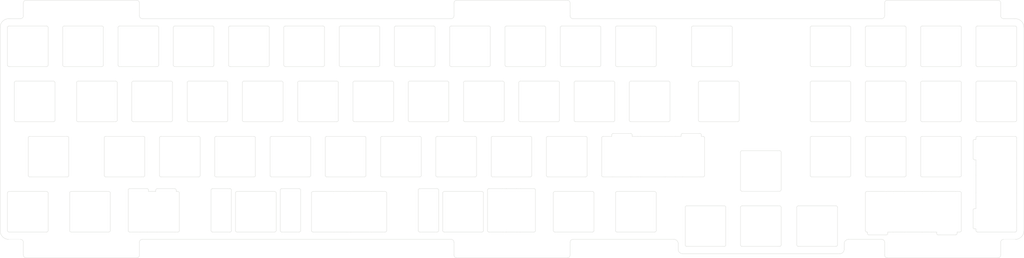
<source format=kicad_pcb>
(kicad_pcb
	(version 20240108)
	(generator "pcbnew")
	(generator_version "8.0")
	(general
		(thickness 1.6)
		(legacy_teardrops no)
	)
	(paper "A1")
	(layers
		(0 "F.Cu" signal)
		(31 "B.Cu" signal)
		(32 "B.Adhes" user "B.Adhesive")
		(33 "F.Adhes" user "F.Adhesive")
		(34 "B.Paste" user)
		(35 "F.Paste" user)
		(36 "B.SilkS" user "B.Silkscreen")
		(37 "F.SilkS" user "F.Silkscreen")
		(38 "B.Mask" user)
		(39 "F.Mask" user)
		(40 "Dwgs.User" user "User.Drawings")
		(41 "Cmts.User" user "User.Comments")
		(42 "Eco1.User" user "User.Eco1")
		(43 "Eco2.User" user "User.Eco2")
		(44 "Edge.Cuts" user)
		(45 "Margin" user)
		(46 "B.CrtYd" user "B.Courtyard")
		(47 "F.CrtYd" user "F.Courtyard")
		(48 "B.Fab" user)
		(49 "F.Fab" user)
		(50 "User.1" user)
		(51 "User.2" user)
		(52 "User.3" user)
		(53 "User.4" user)
		(54 "User.5" user)
		(55 "User.6" user)
		(56 "User.7" user)
		(57 "User.8" user)
		(58 "User.9" user)
	)
	(setup
		(pad_to_mask_clearance 0)
		(allow_soldermask_bridges_in_footprints no)
		(pcbplotparams
			(layerselection 0x00010fc_ffffffff)
			(plot_on_all_layers_selection 0x0000000_00000000)
			(disableapertmacros no)
			(usegerberextensions no)
			(usegerberattributes yes)
			(usegerberadvancedattributes yes)
			(creategerberjobfile yes)
			(dashed_line_dash_ratio 12.000000)
			(dashed_line_gap_ratio 3.000000)
			(svgprecision 4)
			(plotframeref no)
			(viasonmask no)
			(mode 1)
			(useauxorigin no)
			(hpglpennumber 1)
			(hpglpenspeed 20)
			(hpglpendiameter 15.000000)
			(pdf_front_fp_property_popups yes)
			(pdf_back_fp_property_popups yes)
			(dxfpolygonmode yes)
			(dxfimperialunits yes)
			(dxfusepcbnewfont yes)
			(psnegative no)
			(psa4output no)
			(plotreference yes)
			(plotvalue yes)
			(plotfptext yes)
			(plotinvisibletext no)
			(sketchpadsonfab no)
			(subtractmaskfromsilk no)
			(outputformat 1)
			(mirror no)
			(drillshape 1)
			(scaleselection 1)
			(outputdirectory "")
		)
	)
	(net 0 "")
	(gr_arc
		(start 260.549263 175.88618)
		(mid 260.902795 176.032634)
		(end 261.049262 176.386178)
		(stroke
			(width 0.1)
			(type default)
		)
		(layer "Edge.Cuts")
		(uuid "0009171b-54fa-4bc9-86ea-085421e78ad2")
	)
	(gr_arc
		(start 317.699144 175.88618)
		(mid 318.052688 176.032627)
		(end 318.199143 176.386178)
		(stroke
			(width 0.1)
			(type default)
		)
		(layer "Edge.Cuts")
		(uuid "0040e87c-ed90-4ed3-891c-7a8a190a8335")
	)
	(gr_arc
		(start 186.730682 194.936136)
		(mid 187.084218 195.082594)
		(end 187.230681 195.436135)
		(stroke
			(width 0.1)
			(type default)
		)
		(layer "Edge.Cuts")
		(uuid "01c94066-815a-484c-a270-7c6e343b21c5")
	)
	(gr_line
		(start 264.868505 246.536022)
		(end 264.868505 232.536054)
		(stroke
			(width 0.1)
			(type default)
		)
		(layer "Edge.Cuts")
		(uuid "01d877f5-221f-4796-88e1-20bb3a07034e")
	)
	(gr_line
		(start 466.504809 208.436106)
		(end 466.504809 195.436135)
		(stroke
			(width 0.1)
			(type default)
		)
		(layer "Edge.Cuts")
		(uuid "01e5b171-87f2-43a7-b7bb-242499ad3268")
	)
	(gr_arc
		(start 375.636513 214.486091)
		(mid 375.782945 214.132504)
		(end 376.136512 213.986092)
		(stroke
			(width 0.1)
			(type default)
		)
		(layer "Edge.Cuts")
		(uuid "0225c687-34dd-41f9-a25f-4a6df5acafdf")
	)
	(gr_arc
		(start 206.28064 246.536022)
		(mid 206.134206 246.889596)
		(end 205.780641 247.036021)
		(stroke
			(width 0.1)
			(type default)
		)
		(layer "Edge.Cuts")
		(uuid "02a3dec3-fdcc-4238-a6a0-592831b3cc85")
	)
	(gr_arc
		(start 251.811787 195.436135)
		(mid 251.958243 195.082611)
		(end 252.311786 194.936136)
		(stroke
			(width 0.1)
			(type default)
		)
		(layer "Edge.Cuts")
		(uuid "02f9aeff-0850-4c58-b70a-837b615d3873")
	)
	(gr_arc
		(start 357.086552 227.986061)
		(mid 356.732992 227.839618)
		(end 356.586553 227.486062)
		(stroke
			(width 0.1)
			(type default)
		)
		(layer "Edge.Cuts")
		(uuid "0338abfc-2568-43e4-be66-1d4fa800e23a")
	)
	(gr_arc
		(start 480.004779 213.986092)
		(mid 480.358297 214.132553)
		(end 480.504777 214.486091)
		(stroke
			(width 0.1)
			(type default)
		)
		(layer "Edge.Cuts")
		(uuid "0350a443-5801-404c-89bc-3a6692a69e1b")
	)
	(gr_arc
		(start 222.949349 189.386149)
		(mid 222.802906 189.739708)
		(end 222.44935 189.886148)
		(stroke
			(width 0.1)
			(type default)
		)
		(layer "Edge.Cuts")
		(uuid "037f63d7-902e-4cec-8e39-dd519069cf80")
	)
	(gr_line
		(start 499.054724 189.886148)
		(end 486.054753 189.886148)
		(stroke
			(width 0.1)
			(type default)
		)
		(layer "Edge.Cuts")
		(uuid "03ee917c-9e35-4669-9d7d-1fbf1b3c22a5")
	)
	(gr_line
		(start 480.004779 208.936105)
		(end 467.004808 208.936105)
		(stroke
			(width 0.1)
			(type default)
		)
		(layer "Edge.Cuts")
		(uuid "03fc4c2b-1a32-4326-bcc2-9804ce293761")
	)
	(gr_line
		(start 486.054753 247.036021)
		(end 489.14874 247.036021)
		(stroke
			(width 0.1)
			(type default)
		)
		(layer "Edge.Cuts")
		(uuid "04655dac-e4ce-40a5-b992-55df35db01cb")
	)
	(gr_line
		(start 204.186894 227.486062)
		(end 204.186894 214.486091)
		(stroke
			(width 0.1)
			(type default)
		)
		(layer "Edge.Cuts")
		(uuid "049e7215-b5d7-4680-930b-93cbc11fd317")
	)
	(gr_arc
		(start 299.436673 214.486091)
		(mid 299.583108 214.132526)
		(end 299.936671 213.986092)
		(stroke
			(width 0.1)
			(type default)
		)
		(layer "Edge.Cuts")
		(uuid "04a34a7c-fa23-4594-8bca-05293c0f1bba")
	)
	(gr_line
		(start 442.882853 251.489007)
		(end 442.882853 238.48904)
		(stroke
			(width 0.1)
			(type default)
		)
		(layer "Edge.Cuts")
		(uuid "050074f6-c26d-42bf-85c9-409234b34b32")
	)
	(gr_line
		(start 296.267933 247.036021)
		(end 289.124203 247.036021)
		(stroke
			(width 0.1)
			(type default)
		)
		(layer "Edge.Cuts")
		(uuid "06031121-29d8-41aa-9348-75f09b30b79a")
	)
	(gr_arc
		(start 403.437111 254.514005)
		(mid 402.409078 254.057643)
		(end 401.987243 253.014962)
		(stroke
			(width 0.1)
			(type default)
		)
		(layer "Edge.Cuts")
		(uuid "061f04ec-75d6-40bc-b1b3-2c68f3145c82")
	)
	(gr_arc
		(start 406.592682 176.386178)
		(mid 406.739123 176.032624)
		(end 407.092681 175.88618)
		(stroke
			(width 0.1)
			(type default)
		)
		(layer "Edge.Cuts")
		(uuid "06269c16-a19e-4495-a132-246fb377e249")
	)
	(gr_line
		(start 499.554722 195.436135)
		(end 499.554722 208.436106)
		(stroke
			(width 0.1)
			(type default)
		)
		(layer "Edge.Cuts")
		(uuid "06d63671-6986-440e-b010-80727da4dc6e")
	)
	(gr_line
		(start 289.9117 208.436106)
		(end 289.9117 195.436135)
		(stroke
			(width 0.1)
			(type default)
		)
		(layer "Edge.Cuts")
		(uuid "072249ea-70e1-43bc-8c33-14a02544a5a7")
	)
	(gr_line
		(start 518.604698 176.386178)
		(end 518.604698 189.386149)
		(stroke
			(width 0.1)
			(type default)
		)
		(layer "Edge.Cuts")
		(uuid "08abf087-726c-45f1-9e44-a1456baddcae")
	)
	(gr_line
		(start 170.849468 189.386149)
		(end 170.849468 176.386178)
		(stroke
			(width 0.1)
			(type default)
		)
		(layer "Edge.Cuts")
		(uuid "08b25ddb-7f36-475c-b02a-aab2de12a655")
	)
	(gr_arc
		(start 447.954832 227.986061)
		(mid 447.601285 227.839611)
		(end 447.454833 227.486062)
		(stroke
			(width 0.1)
			(type default)
		)
		(layer "Edge.Cuts")
		(uuid "08c3ab3b-08ce-4601-bccd-3d36b0811b79")
	)
	(gr_line
		(start 318.199143 176.386178)
		(end 318.199143 189.386149)
		(stroke
			(width 0.1)
			(type default)
		)
		(layer "Edge.Cuts")
		(uuid "0905c399-3ba2-4e92-a871-a6eedee40a9a")
	)
	(gr_arc
		(start 263.430513 246.536022)
		(mid 263.284077 246.889586)
		(end 262.930514 247.036021)
		(stroke
			(width 0.1)
			(type default)
		)
		(layer "Edge.Cuts")
		(uuid "09203215-ee76-44a4-bf28-1d47e8e7ad9a")
	)
	(gr_arc
		(start 299.149182 189.386149)
		(mid 299.002741 189.73972)
		(end 298.649183 189.886148)
		(stroke
			(width 0.1)
			(type default)
		)
		(layer "Edge.Cuts")
		(uuid "09217231-0b1d-4ecf-9d99-7b93218d798a")
	)
	(gr_line
		(start 461.454802 214.486091)
		(end 461.454802 227.486062)
		(stroke
			(width 0.1)
			(type default)
		)
		(layer "Edge.Cuts")
		(uuid "095efa27-73f8-44bc-9687-9c702708a32f")
	)
	(gr_arc
		(start 436.951866 218.939084)
		(mid 437.305395 219.08554)
		(end 437.451865 219.439083)
		(stroke
			(width 0.1)
			(type default)
		)
		(layer "Edge.Cuts")
		(uuid "099ff207-10f2-4621-a449-819ca8bf4ca5")
	)
	(gr_line
		(start 308.96166 208.436106)
		(end 308.96166 195.436135)
		(stroke
			(width 0.1)
			(type default)
		)
		(layer "Edge.Cuts")
		(uuid "09f727e9-32fa-48aa-8290-ee6e9dc81ed4")
	)
	(gr_line
		(start 228.974337 232.536054)
		(end 228.974337 233.036053)
		(stroke
			(width 0.1)
			(type default)
		)
		(layer "Edge.Cuts")
		(uuid "0a5d78cf-f72f-4b98-bf35-005255b6864a")
	)
	(gr_line
		(start 280.38672 227.486062)
		(end 280.38672 214.486091)
		(stroke
			(width 0.1)
			(type default)
		)
		(layer "Edge.Cuts")
		(uuid "0a5e4f23-befe-4f20-8fe0-d7c510209da4")
	)
	(gr_line
		(start 346.29907 247.036021)
		(end 342.805838 247.036021)
		(stroke
			(width 0.1)
			(type default)
		)
		(layer "Edge.Cuts")
		(uuid "0a751065-d39f-4e4f-b630-2ac43e680ff4")
	)
	(gr_arc
		(start 261.836766 227.986061)
		(mid 261.483197 227.839623)
		(end 261.336767 227.486062)
		(stroke
			(width 0.1)
			(type default)
		)
		(layer "Edge.Cuts")
		(uuid "0a77936f-f039-4616-b54c-3b5cbe2d2d6e")
	)
	(gr_line
		(start 309.461659 194.936136)
		(end 322.46163 194.936136)
		(stroke
			(width 0.1)
			(type default)
		)
		(layer "Edge.Cuts")
		(uuid "0a78b7af-678c-43b7-baa1-4ba73e477174")
	)
	(gr_line
		(start 364.727282 254.961021)
		(end 364.727282 250.561021)
		(stroke
			(width 0.1)
			(type default)
		)
		(layer "Edge.Cuts")
		(uuid "0aa2b2a2-6c8e-4ff7-a3c7-5b655200a75a")
	)
	(gr_arc
		(start 380.898999 247.036021)
		(mid 380.545487 246.889557)
		(end 380.399 246.536022)
		(stroke
			(width 0.1)
			(type default)
		)
		(layer "Edge.Cuts")
		(uuid "0b53cbf0-e1e4-45c2-b918-65898c84f8d4")
	)
	(gr_line
		(start 480.004779 227.986061)
		(end 467.004808 227.986061)
		(stroke
			(width 0.1)
			(type default)
		)
		(layer "Edge.Cuts")
		(uuid "0b5db417-5450-4627-b2f0-48fa9688b815")
	)
	(gr_line
		(start 437.451865 238.48904)
		(end 437.451865 251.489007)
		(stroke
			(width 0.1)
			(type default)
		)
		(layer "Edge.Cuts")
		(uuid "0bf3b646-5a4b-4229-acdd-64cd6b23ba8a")
	)
	(gr_line
		(start 247.549292 175.88618)
		(end 260.549263 175.88618)
		(stroke
			(width 0.1)
			(type default)
		)
		(layer "Edge.Cuts")
		(uuid "0ca50b61-8324-4b56-96f2-477237d6d88d")
	)
	(gr_arc
		(start 518.104699 213.986092)
		(mid 518.458268 214.132525)
		(end 518.604698 214.486091)
		(stroke
			(width 0.1)
			(type default)
		)
		(layer "Edge.Cuts")
		(uuid "0d17bd12-853f-40b2-911a-65f25fa50d1d")
	)
	(gr_arc
		(start 293.88669 213.986092)
		(mid 294.240201 214.132557)
		(end 294.386688 214.486091)
		(stroke
			(width 0.1)
			(type default)
		)
		(layer "Edge.Cuts")
		(uuid "0da40e64-2280-42f2-86c4-58c542a42667")
	)
	(gr_line
		(start 401.042706 213.986092)
		(end 402.98069 213.986092)
		(stroke
			(width 0.1)
			(type default)
		)
		(layer "Edge.Cuts")
		(uuid "0e9a35bb-f69d-4cbd-bd33-7a7ea759be79")
	)
	(gr_line
		(start 443.382852 237.989041)
		(end 456.382822 237.989041)
		(stroke
			(width 0.1)
			(type default)
		)
		(layer "Edge.Cuts")
		(uuid "0ea18330-085d-4e8b-bdbb-7993af2a726c")
	)
	(gr_arc
		(start 227.21184 194.936136)
		(mid 227.565403 195.08258)
		(end 227.711839 195.436135)
		(stroke
			(width 0.1)
			(type default)
		)
		(layer "Edge.Cuts")
		(uuid "0ea61679-b763-411f-848d-9e9ab0fef00e")
	)
	(gr_line
		(start 230.093086 233.536052)
		(end 230.093086 246.536022)
		(stroke
			(width 0.1)
			(type default)
		)
		(layer "Edge.Cuts")
		(uuid "0ee08a62-7fdd-4de0-859c-0a045e481083")
	)
	(gr_arc
		(start 472.129698 249.561021)
		(mid 472.836847 249.853896)
		(end 473.129698 250.561021)
		(stroke
			(width 0.1)
			(type default)
		)
		(layer "Edge.Cuts")
		(uuid "0eff0485-5ab5-420c-9021-a134f4b7860f")
	)
	(gr_arc
		(start 170.849468 233.536052)
		(mid 170.995912 233.182497)
		(end 171.349466 233.036053)
		(stroke
			(width 0.1)
			(type default)
		)
		(layer "Edge.Cuts")
		(uuid "0f0d8c01-6090-4c06-99d6-5ad67f0dde68")
	)
	(gr_arc
		(start 274.836737 213.986092)
		(mid 275.190282 214.132538)
		(end 275.336736 214.486091)
		(stroke
			(width 0.1)
			(type default)
		)
		(layer "Edge.Cuts")
		(uuid "10127287-9d1b-4534-b1d7-08498a6ce8f2")
	)
	(gr_line
		(start 255.786777 227.986061)
		(end 242.786806 227.986061)
		(stroke
			(width 0.1)
			(type default)
		)
		(layer "Edge.Cuts")
		(uuid "10bbd858-b138-4e4a-8124-4a5a9817e6d9")
	)
	(gr_arc
		(start 398.661456 194.936136)
		(mid 399.015008 195.082585)
		(end 399.161454 195.436135)
		(stroke
			(width 0.1)
			(type default)
		)
		(layer "Edge.Cuts")
		(uuid "10cb521c-b42c-41b0-8628-e33a8fa54e2c")
	)
	(gr_arc
		(start 192.780668 247.036021)
		(mid 192.427112 246.889581)
		(end 192.280669 246.536022)
		(stroke
			(width 0.1)
			(type default)
		)
		(layer "Edge.Cuts")
		(uuid "11ad7e7e-4830-40cc-9411-32359b118b9d")
	)
	(gr_arc
		(start 423.451897 219.439083)
		(mid 423.598331 219.085496)
		(end 423.951896 218.939084)
		(stroke
			(width 0.1)
			(type default)
		)
		(layer "Edge.Cuts")
		(uuid "12211781-27fe-48a9-b81d-573d015474d1")
	)
	(gr_arc
		(start 363.727282 166.96118)
		(mid 364.434356 167.254088)
		(end 364.727282 167.96118)
		(stroke
			(width 0.1)
			(type default)
		)
		(layer "Edge.Cuts")
		(uuid "12475e6a-2527-4e6d-83b5-1c8a322d8688")
	)
	(gr_arc
		(start 467.004808 227.986061)
		(mid 466.651276 227.839602)
		(end 466.504809 227.486062)
		(stroke
			(width 0.1)
			(type default)
		)
		(layer "Edge.Cuts")
		(uuid "13bc2c60-015d-4cd5-86b2-f25d26812a6a")
	)
	(gr_line
		(start 460.954803 208.936105)
		(end 447.954832 208.936105)
		(stroke
			(width 0.1)
			(type default)
		)
		(layer "Edge.Cuts")
		(uuid "13c75ff6-f98f-457a-921f-a7aa7e095091")
	)
	(gr_line
		(start 361.349039 189.386149)
		(end 361.349039 176.386178)
		(stroke
			(width 0.1)
			(type default)
		)
		(layer "Edge.Cuts")
		(uuid "14d3223a-6045-4d66-9c1a-52c02a947b31")
	)
	(gr_arc
		(start 216.324468 254.961021)
		(mid 216.031589 255.668159)
		(end 215.324468 255.961021)
		(stroke
			(width 0.1)
			(type default)
		)
		(layer "Edge.Cuts")
		(uuid "14f88250-2a7a-410f-94c2-ea5ac7eb47ca")
	)
	(gr_arc
		(start 318.199143 189.386149)
		(mid 318.052699 189.739706)
		(end 317.699144 189.886148)
		(stroke
			(width 0.1)
			(type default)
		)
		(layer "Edge.Cuts")
		(uuid "152290ac-3743-453e-a9c5-0bb68ff78b06")
	)
	(gr_line
		(start 485.554754 208.436106)
		(end 485.554754 195.436135)
		(stroke
			(width 0.1)
			(type default)
		)
		(layer "Edge.Cuts")
		(uuid "154338d2-e1e3-4559-85d1-61dddbc58c84")
	)
	(gr_line
		(start 223.73685 213.986092)
		(end 236.736816 213.986092)
		(stroke
			(width 0.1)
			(type default)
		)
		(layer "Edge.Cuts")
		(uuid "15438c1a-3aef-4a38-942d-9b20effe78b4")
	)
	(gr_line
		(start 240.992559 246.536022)
		(end 240.992559 232.536054)
		(stroke
			(width 0.1)
			(type default)
		)
		(layer "Edge.Cuts")
		(uuid "15465f00-1909-4cd7-b505-8f70e81b6574")
	)
	(gr_arc
		(start 361.349039 176.386178)
		(mid 361.495477 176.032609)
		(end 361.849038 175.88618)
		(stroke
			(width 0.1)
			(type default)
		)
		(layer "Edge.Cuts")
		(uuid "15dc9a8e-ea8e-4acf-855b-a3972a264f34")
	)
	(gr_arc
		(start 203.899393 189.386149)
		(mid 203.752952 189.739724)
		(end 203.399394 189.886148)
		(stroke
			(width 0.1)
			(type default)
		)
		(layer "Edge.Cuts")
		(uuid "1666b647-252c-4335-bdd1-ee62c16e3881")
	)
	(gr_line
		(start 342.774084 232.036055)
		(end 342.805838 232.036055)
		(stroke
			(width 0.1)
			(type default)
		)
		(layer "Edge.Cuts")
		(uuid "181343a1-6776-4372-bebc-c8e764d5d0e0")
	)
	(gr_line
		(start 296.267933 233.036053)
		(end 301.030419 233.036053)
		(stroke
			(width 0.1)
			(type default)
		)
		(layer "Edge.Cuts")
		(uuid "18374e82-d199-42bc-9f1f-c4b7b92995ed")
	)
	(gr_line
		(start 380.898999 175.88618)
		(end 393.898969 175.88618)
		(stroke
			(width 0.1)
			(type default)
		)
		(layer "Edge.Cuts")
		(uuid "183b4dbc-158a-418f-bd7e-26cbadc03b61")
	)
	(gr_line
		(start 456.882821 238.48904)
		(end 456.882821 251.489007)
		(stroke
			(width 0.1)
			(type default)
		)
		(layer "Edge.Cuts")
		(uuid "188ecdea-872c-41ab-99de-94c025123f5a")
	)
	(gr_line
		(start 356.586553 227.486062)
		(end 356.586553 214.486091)
		(stroke
			(width 0.1)
			(type default)
		)
		(layer "Edge.Cuts")
		(uuid "1907c9b3-36f4-446a-a026-774fd6a4ab11")
	)
	(gr_line
		(start 203.899393 176.386178)
		(end 203.899393 189.386149)
		(stroke
			(width 0.1)
			(type default)
		)
		(layer "Edge.Cuts")
		(uuid "19aaa353-5c5a-4da2-8948-aa38117bef84")
	)
	(gr_line
		(start 379.104752 213.986092)
		(end 379.104752 213.486094)
		(stroke
			(width 0.1)
			(type default)
		)
		(layer "Edge.Cuts")
		(uuid "19d60b1c-e97b-49b3-935b-7050388162d3")
	)
	(gr_arc
		(start 171.349466 189.886148)
		(mid 170.995914 189.739702)
		(end 170.849468 189.386149)
		(stroke
			(width 0.1)
			(type default)
		)
		(layer "Edge.Cuts")
		(uuid "19fa1271-c413-4514-bf6e-199a68433f85")
	)
	(gr_line
		(start 375.349008 176.386178)
		(end 375.349008 189.386149)
		(stroke
			(width 0.1)
			(type default)
		)
		(layer "Edge.Cuts")
		(uuid "1a7dfbbd-37ae-4843-922e-e33abdb3537c")
	)
	(gr_arc
		(start 336.749089 175.88618)
		(mid 337.102604 176.032643)
		(end 337.249088 176.386178)
		(stroke
			(width 0.1)
			(type default)
		)
		(layer "Edge.Cuts")
		(uuid "1adfc3d6-28c1-44d3-92e6-6b5d9ab11a45")
	)
	(gr_line
		(start 408.973932 208.436106)
		(end 408.973932 195.436135)
		(stroke
			(width 0.1)
			(type default)
		)
		(layer "Edge.Cuts")
		(uuid "1bba2e56-6e4d-4019-bafe-5fc1e38f2236")
	)
	(gr_arc
		(start 212.949371 247.036021)
		(mid 212.595813 246.889582)
		(end 212.449373 246.536022)
		(stroke
			(width 0.1)
			(type default)
		)
		(layer "Edge.Cuts")
		(uuid "1bbabcb7-9914-4da9-b9f4-4565a53e2f49")
	)
	(gr_line
		(start 365.727282 249.561021)
		(end 400.498746 249.561021)
		(stroke
			(width 0.1)
			(type default)
		)
		(layer "Edge.Cuts")
		(uuid "1c1f2b25-de8d-4e98-81ee-515f2ef0be06")
	)
	(gr_arc
		(start 499.554722 246.536022)
		(mid 499.408287 246.889589)
		(end 499.054724 247.036021)
		(stroke
			(width 0.1)
			(type default)
		)
		(layer "Edge.Cuts")
		(uuid "1c490aa2-b2b4-4fea-ab5a-649e3ef66fb3")
	)
	(gr_line
		(start 518.604698 227.486062)
		(end 518.604698 233.536052)
		(stroke
			(width 0.1)
			(type default)
		)
		(layer "Edge.Cuts")
		(uuid "1c5c7bd2-5b9b-401f-ae5e-e6eb0262ea2b")
	)
	(gr_arc
		(start 467.004808 189.886148)
		(mid 466.651281 189.739689)
		(end 466.504809 189.386149)
		(stroke
			(width 0.1)
			(type default)
		)
		(layer "Edge.Cuts")
		(uuid "1ca24fe3-bd41-44c2-8530-6ff9872d812d")
	)
	(gr_line
		(start 357.086552 213.986092)
		(end 370.086523 213.986092)
		(stroke
			(width 0.1)
			(type default)
		)
		(layer "Edge.Cuts")
		(uuid "1ccad7ca-9f22-4488-9df8-4a795c46dd99")
	)
	(gr_line
		(start 242.286807 227.486062)
		(end 242.286807 214.486091)
		(stroke
			(width 0.1)
			(type default)
		)
		(layer "Edge.Cuts")
		(uuid "1dfe5b07-f742-4736-9a95-93ce958f8ca7")
	)
	(gr_arc
		(start 204.186894 214.486091)
		(mid 204.333331 214.132533)
		(end 204.686893 213.986092)
		(stroke
			(width 0.1)
			(type default)
		)
		(layer "Edge.Cuts")
		(uuid "1e192cb3-5701-4671-beb1-ad88124edc18")
	)
	(gr_line
		(start 184.349437 189.886148)
		(end 171.349466 189.886148)
		(stroke
			(width 0.1)
			(type default)
		)
		(layer "Edge.Cuts")
		(uuid "1e362574-c2a3-41ea-b80f-962448984db0")
	)
	(gr_line
		(start 260.549263 189.886148)
		(end 247.549292 189.886148)
		(stroke
			(width 0.1)
			(type default)
		)
		(layer "Edge.Cuts")
		(uuid "1f4b311e-5e20-40c8-9896-3240c514eeeb")
	)
	(gr_arc
		(start 322.961629 208.436106)
		(mid 322.815164 208.789621)
		(end 322.46163 208.936105)
		(stroke
			(width 0.1)
			(type default)
		)
		(layer "Edge.Cuts")
		(uuid "1f7b3026-7545-463b-85f8-6fa478a3a1c4")
	)
	(gr_arc
		(start 422.973901 208.436106)
		(mid 422.827434 208.789612)
		(end 422.473902 208.936105)
		(stroke
			(width 0.1)
			(type default)
		)
		(layer "Edge.Cuts")
		(uuid "1f9d9536-a984-4f2d-8f2e-1131cc1bf8e8")
	)
	(gr_line
		(start 397.567708 213.986092)
		(end 401.042706 213.986092)
		(stroke
			(width 0.1)
			(type default)
		)
		(layer "Edge.Cuts")
		(uuid "204b3cc5-7b3b-46b5-aa7b-910b34d117e4")
	)
	(gr_arc
		(start 204.686893 227.986061)
		(mid 204.333307 227.839632)
		(end 204.186894 227.486062)
		(stroke
			(width 0.1)
			(type default)
		)
		(layer "Edge.Cuts")
		(uuid "206c8378-c2fb-4050-87a2-cafe9684934f")
	)
	(gr_arc
		(start 337.536593 214.486091)
		(mid 337.68303 214.132533)
		(end 338.036592 213.986092)
		(stroke
			(width 0.1)
			(type default)
		)
		(layer "Edge.Cuts")
		(uuid "21752459-287b-46b9-893e-3eab9aacc1be")
	)
	(gr_line
		(start 261.836766 213.986092)
		(end 274.836737 213.986092)
		(stroke
			(width 0.1)
			(type default)
		)
		(layer "Edge.Cuts")
		(uuid "21a17a61-8941-4139-a90f-7896183f984a")
	)
	(gr_line
		(start 363.727282 166.96118)
		(end 325.727282 166.96118)
		(stroke
			(width 0.1)
			(type default)
		)
		(layer "Edge.Cuts")
		(uuid "21ae27e6-9bba-4415-b39f-aabb4bfe8042")
	)
	(gr_arc
		(start 466.504809 214.486091)
		(mid 466.651241 214.132503)
		(end 467.004808 213.986092)
		(stroke
			(width 0.1)
			(type default)
		)
		(layer "Edge.Cuts")
		(uuid "21d91aa8-5bfd-402c-b89e-c8f4b8a448e5")
	)
	(gr_line
		(start 328.01162 208.436106)
		(end 328.01162 195.436135)
		(stroke
			(width 0.1)
			(type default)
		)
		(layer "Edge.Cuts")
		(uuid "233d458d-def7-4ddc-a142-38da655683e6")
	)
	(gr_line
		(start 389.136483 213.986092)
		(end 397.567708 213.986092)
		(stroke
			(width 0.1)
			(type default)
		)
		(layer "Edge.Cuts")
		(uuid "235e8bcc-d321-4945-8eb6-1d8be327642e")
	)
	(gr_line
		(start 232.761827 208.436106)
		(end 232.761827 195.436135)
		(stroke
			(width 0.1)
			(type default)
		)
		(layer "Edge.Cuts")
		(uuid "23acbc25-2ef9-4650-a4ae-be782bd2088d")
	)
	(gr_line
		(start 334.367853 247.036021)
		(end 321.367882 247.036021)
		(stroke
			(width 0.1)
			(type default)
		)
		(layer "Edge.Cuts")
		(uuid "23eb3cc1-c32c-4c63-be1b-9993c3e1c1b5")
	)
	(gr_arc
		(start 385.161486 195.436135)
		(mid 385.307942 195.08261)
		(end 385.661485 194.936136)
		(stroke
			(width 0.1)
			(type default)
		)
		(layer "Edge.Cuts")
		(uuid "25056a24-8d32-41e9-909b-31dc252e453a")
	)
	(gr_line
		(start 247.492545 232.036055)
		(end 247.530547 232.036055)
		(stroke
			(width 0.1)
			(type default)
		)
		(layer "Edge.Cuts")
		(uuid "250c16a5-ca31-4a4d-8c06-4f6b9054cf72")
	)
	(gr_line
		(start 236.736816 227.986061)
		(end 223.73685 227.986061)
		(stroke
			(width 0.1)
			(type default)
		)
		(layer "Edge.Cuts")
		(uuid "253ab89b-73d1-4be3-85d5-461342f8fb7a")
	)
	(gr_line
		(start 283.267962 233.036053)
		(end 288.030456 233.036053)
		(stroke
			(width 0.1)
			(type default)
		)
		(layer "Edge.Cuts")
		(uuid "25fc3af8-bebd-41ef-b221-bb2c95d4323c")
	)
	(gr_line
		(start 342.805838 232.036055)
		(end 346.29907 232.036055)
		(stroke
			(width 0.1)
			(type default)
		)
		(layer "Edge.Cuts")
		(uuid "26216686-a737-495d-bbaa-d8a933cb1e1b")
	)
	(gr_line
		(start 318.929884 247.036021)
		(end 312.929898 247.036021)
		(stroke
			(width 0.1)
			(type default)
		)
		(layer "Edge.Cuts")
		(uuid "26940a2e-493b-462d-ae04-54e83e5bd897")
	)
	(gr_arc
		(start 271.368491 232.036055)
		(mid 271.722014 232.182518)
		(end 271.86849 232.536054)
		(stroke
			(width 0.1)
			(type default)
		)
		(layer "Edge.Cuts")
		(uuid "26b86a37-4d45-4adb-a1ab-5ba83fe78cad")
	)
	(gr_line
		(start 480.504777 195.436135)
		(end 480.504777 208.436106)
		(stroke
			(width 0.1)
			(type default)
		)
		(layer "Edge.Cuts")
		(uuid "26b9459a-cfdb-46da-87ae-a350719edc23")
	)
	(gr_line
		(start 474.129698 166.96118)
		(end 512.129698 166.96118)
		(stroke
			(width 0.1)
			(type default)
		)
		(layer "Edge.Cuts")
		(uuid "27a4a880-dcfd-4aa7-9728-084a6add4f2e")
	)
	(gr_line
		(start 503.604732 245.449027)
		(end 503.604732 239.449036)
		(stroke
			(width 0.1)
			(type default)
		)
		(layer "Edge.Cuts")
		(uuid "2878752c-e38a-4303-9f3d-c62691806ebe")
	)
	(gr_arc
		(start 246.261797 194.936136)
		(mid 246.615387 195.082564)
		(end 246.761795 195.436135)
		(stroke
			(width 0.1)
			(type default)
		)
		(layer "Edge.Cuts")
		(uuid "288eea20-484e-4d49-8b2a-d35abca2d866")
	)
	(gr_line
		(start 497.58674 233.036053)
		(end 491.586753 233.036053)
		(stroke
			(width 0.1)
			(type default)
		)
		(layer "Edge.Cuts")
		(uuid "28a20fb5-56bc-4d28-8299-e0ecd9e4967b")
	)
	(gr_line
		(start 491.586753 233.036053)
		(end 489.14874 233.036053)
		(stroke
			(width 0.1)
			(type default)
		)
		(layer "Edge.Cuts")
		(uuid "28e2b754-7de4-42af-9bd1-1a8b0e99a4e0")
	)
	(gr_line
		(start 385.661485 194.936136)
		(end 398.661456 194.936136)
		(stroke
			(width 0.1)
			(type default)
		)
		(layer "Edge.Cuts")
		(uuid "2903b1ce-a28e-4b2f-9432-314359370081")
	)
	(gr_arc
		(start 261.049262 189.386149)
		(mid 260.902819 189.739713)
		(end 260.549263 189.886148)
		(stroke
			(width 0.1)
			(type default)
		)
		(layer "Edge.Cuts")
		(uuid "2a1b1091-a5cd-4345-8093-82ed954a14d3")
	)
	(gr_arc
		(start 241.492558 247.036021)
		(mid 241.139008 246.889578)
		(end 240.992559 246.536022)
		(stroke
			(width 0.1)
			(type default)
		)
		(layer "Edge.Cuts")
		(uuid "2a4f2c80-9bff-4307-89e8-c029059e44df")
	)
	(gr_line
		(start 249.430544 246.536022)
		(end 249.430544 233.536052)
		(stroke
			(width 0.1)
			(type default)
		)
		(layer "Edge.Cuts")
		(uuid "2b04103c-737b-4208-924f-b867938b4ffc")
	)
	(gr_line
		(start 491.586753 248.036019)
		(end 497.58674 248.036019)
		(stroke
			(width 0.1)
			(type default)
		)
		(layer "Edge.Cuts")
		(uuid "2b0fb017-706c-4149-84c6-d271cc4f4a2a")
	)
	(gr_arc
		(start 184.849436 189.386149)
		(mid 184.702992 189.739704)
		(end 184.349437 189.886148)
		(stroke
			(width 0.1)
			(type default)
		)
		(layer "Edge.Cuts")
		(uuid "2b705886-35ac-406d-9f89-d538d08dfaac")
	)
	(gr_arc
		(start 338.036592 227.986061)
		(mid 337.683006 227.839632)
		(end 337.536593 227.486062)
		(stroke
			(width 0.1)
			(type default)
		)
		(layer "Edge.Cuts")
		(uuid "2c389660-aa13-4730-974d-34de6b6dc4b9")
	)
	(gr_line
		(start 241.492558 232.036055)
		(end 241.53056 232.036055)
		(stroke
			(width 0.1)
			(type default)
		)
		(layer "Edge.Cuts")
		(uuid "2c458317-262d-4167-a96c-8c8f73d80bb3")
	)
	(gr_line
		(start 280.886719 213.986092)
		(end 293.88669 213.986092)
		(stroke
			(width 0.1)
			(type default)
		)
		(layer "Edge.Cuts")
		(uuid "2c806158-d993-470b-9739-597d30c6ee90")
	)
	(gr_arc
		(start 309.461659 208.936105)
		(mid 309.108079 208.789667)
		(end 308.96166 208.436106)
		(stroke
			(width 0.1)
			(type default)
		)
		(layer "Edge.Cuts")
		(uuid "2cc25ed6-5b4e-46bc-bc71-fd00b0b56621")
	)
	(gr_arc
		(start 461.454802 208.436106)
		(mid 461.308336 208.789612)
		(end 460.954803 208.936105)
		(stroke
			(width 0.1)
			(type default)
		)
		(layer "Edge.Cuts")
		(uuid "2d23f9bb-c18d-439b-b7ae-b1e1fb0d1268")
	)
	(gr_line
		(start 380.898999 233.036053)
		(end 393.898969 233.036053)
		(stroke
			(width 0.1)
			(type default)
		)
		(layer "Edge.Cuts")
		(uuid "2d28dc2b-9eeb-4084-be39-54179204ae97")
	)
	(gr_line
		(start 467.7108 233.036053)
		(end 467.004808 233.036053)
		(stroke
			(width 0.1)
			(type default)
		)
		(layer "Edge.Cuts")
		(uuid "2d5f8720-ea1c-4806-a5d4-7f2f1bdb28d7")
	)
	(gr_line
		(start 228.474338 247.036021)
		(end 222.474352 247.036021)
		(stroke
			(width 0.1)
			(type default)
		)
		(layer "Edge.Cuts")
		(uuid "2e212f74-7ab6-4385-a5f0-5059cf9dc89f")
	)
	(gr_arc
		(start 366.111526 195.436135)
		(mid 366.257979 195.082589)
		(end 366.611525 194.936136)
		(stroke
			(width 0.1)
			(type default)
		)
		(layer "Edge.Cuts")
		(uuid "2e558bcf-e870-4933-a8ec-7b6bcbd867c5")
	)
	(gr_line
		(start 318.486633 227.486062)
		(end 318.486633 214.486091)
		(stroke
			(width 0.1)
			(type default)
		)
		(layer "Edge.Cuts")
		(uuid "2e8c0b49-6bb1-47b9-ac3e-ee0fa797d825")
	)
	(gr_line
		(start 298.649183 189.886148)
		(end 285.649213 189.886148)
		(stroke
			(width 0.1)
			(type default)
		)
		(layer "Edge.Cuts")
		(uuid "2e8f9825-eeda-40e7-aaca-26617976f843")
	)
	(gr_arc
		(start 312.936642 213.986092)
		(mid 313.290184 214.13254)
		(end 313.436641 214.486091)
		(stroke
			(width 0.1)
			(type default)
		)
		(layer "Edge.Cuts")
		(uuid "2f0ee791-db6a-4f99-896f-2f14af2babdc")
	)
	(gr_line
		(start 486.054753 213.986092)
		(end 499.054724 213.986092)
		(stroke
			(width 0.1)
			(type default)
		)
		(layer "Edge.Cuts")
		(uuid "2f0fdf6a-72a6-4963-825b-b91493879d11")
	)
	(gr_arc
		(start 356.586553 214.486091)
		(mid 356.732987 214.132519)
		(end 357.086552 213.986092)
		(stroke
			(width 0.1)
			(type default)
		)
		(layer "Edge.Cuts")
		(uuid "2faaf48d-00fa-4ee2-8fa1-132bced05636")
	)
	(gr_arc
		(start 423.951896 251.989005)
		(mid 423.598392 251.842539)
		(end 423.451897 251.489007)
		(stroke
			(width 0.1)
			(type default)
		)
		(layer "Edge.Cuts")
		(uuid "2fe0b460-47aa-40d7-9d4e-25cc3e9795b2")
	)
	(gr_arc
		(start 417.901906 237.989041)
		(mid 418.255489 238.135473)
		(end 418.401905 238.48904)
		(stroke
			(width 0.1)
			(type default)
		)
		(layer "Edge.Cuts")
		(uuid "305f67f6-c2f5-42af-8a9d-4f19962fc441")
	)
	(gr_line
		(start 385.604737 227.986061)
		(end 379.604751 227.986061)
		(stroke
			(width 0.1)
			(type default)
		)
		(layer "Edge.Cuts")
		(uuid "31dee642-67c1-4170-a5fe-5035a199b7c5")
	)
	(gr_line
		(start 379.611495 208.936105)
		(end 366.611525 208.936105)
		(stroke
			(width 0.1)
			(type default)
		)
		(layer "Edge.Cuts")
		(uuid "3248e52b-4b09-4aaa-8f6d-c8a2a1d058e4")
	)
	(gr_arc
		(start 249.430544 233.536052)
		(mid 249.576992 233.182502)
		(end 249.930543 233.036053)
		(stroke
			(width 0.1)
			(type default)
		)
		(layer "Edge.Cuts")
		(uuid "32daf8c1-9b95-432b-b104-b70ee589d45e")
	)
	(gr_arc
		(start 505.104728 247.036021)
		(mid 504.751198 246.889567)
		(end 504.604729 246.536022)
		(stroke
			(width 0.1)
			(type default)
		)
		(layer "Edge.Cuts")
		(uuid "33582a4e-3381-4cde-aa2a-6da269b6ac8b")
	)
	(gr_line
		(start 184.349437 247.036021)
		(end 171.349466 247.036021)
		(stroke
			(width 0.1)
			(type default)
		)
		(layer "Edge.Cuts")
		(uuid "33a4c8e9-1106-452d-b608-f4c08292cd89")
	)
	(gr_line
		(start 374.849009 189.886148)
		(end 361.849038 189.886148)
		(stroke
			(width 0.1)
			(type default)
		)
		(layer "Edge.Cuts")
		(uuid "33d49843-5010-446b-ae0f-5a81b15349f9")
	)
	(gr_line
		(start 466.504809 227.486062)
		(end 466.504809 214.486091)
		(stroke
			(width 0.1)
			(type default)
		)
		(layer "Edge.Cuts")
		(uuid "33e5b2a5-9175-4510-ab04-028ee47aa408")
	)
	(gr_arc
		(start 334.367853 233.036053)
		(mid 334.721401 233.182502)
		(end 334.867852 233.536052)
		(stroke
			(width 0.1)
			(type default)
		)
		(layer "Edge.Cuts")
		(uuid "34087252-6be6-4cc7-80f3-5712fabfc819")
	)
	(gr_line
		(start 505.104728 175.88618)
		(end 518.104699 175.88618)
		(stroke
			(width 0.1)
			(type default)
		)
		(layer "Edge.Cuts")
		(uuid "3441f456-820e-4047-8cf3-6502a998a015")
	)
	(gr_line
		(start 504.604729 246.536022)
		(end 504.604729 245.949026)
		(stroke
			(width 0.1)
			(type default)
		)
		(layer "Edge.Cuts")
		(uuid "34c076ee-2af2-4ed8-9f74-e1970412f7f2")
	)
	(gr_arc
		(start 262.930514 233.036053)
		(mid 263.284087 233.182488)
		(end 263.430513 233.536052)
		(stroke
			(width 0.1)
			(type default)
		)
		(layer "Edge.Cuts")
		(uuid "351f39cc-ac23-455e-b505-1688280eca70")
	)
	(gr_arc
		(start 499.054724 194.936136)
		(mid 499.408297 195.082574)
		(end 499.554722 195.436135)
		(stroke
			(width 0.1)
			(type default)
		)
		(layer "Edge.Cuts")
		(uuid "363554a8-b422-4085-8ca8-ce40d9ab078c")
	)
	(gr_line
		(start 420.092651 189.886148)
		(end 407.092681 189.886148)
		(stroke
			(width 0.1)
			(type default)
		)
		(layer "Edge.Cuts")
		(uuid "366ed4fa-3375-4d42-8f60-d6188513df89")
	)
	(gr_line
		(start 504.604729 237.011042)
		(end 504.604729 233.536052)
		(stroke
			(width 0.1)
			(type default)
		)
		(layer "Edge.Cuts")
		(uuid "366f9f5f-2959-4679-8f49-4c3bab6a1363")
	)
	(gr_line
		(start 266.599252 175.88618)
		(end 279.599223 175.88618)
		(stroke
			(width 0.1)
			(type default)
		)
		(layer "Edge.Cuts")
		(uuid "3750a56e-d6e6-487e-a1a4-ebdccd5a3bac")
	)
	(gr_line
		(start 271.368491 247.036021)
		(end 265.368504 247.036021)
		(stroke
			(width 0.1)
			(type default)
		)
		(layer "Edge.Cuts")
		(uuid "37d27c2c-150d-4e99-a8c9-379cb2d6f50e")
	)
	(gr_arc
		(start 379.104752 213.486094)
		(mid 379.251185 213.132519)
		(end 379.604751 212.986095)
		(stroke
			(width 0.1)
			(type default)
		)
		(layer "Edge.Cuts")
		(uuid "3842a409-6452-4943-a95a-01b563731f87")
	)
	(gr_arc
		(start 503.604732 215.573091)
		(mid 503.751165 215.219511)
		(end 504.104731 215.073092)
		(stroke
			(width 0.1)
			(type default)
		)
		(layer "Edge.Cuts")
		(uuid "385147b6-223a-45f2-af55-1114a91e4a2f")
	)
	(gr_line
		(start 499.054724 227.986061)
		(end 486.054753 227.986061)
		(stroke
			(width 0.1)
			(type default)
		)
		(layer "Edge.Cuts")
		(uuid "38ca3520-157f-4e73-997d-9bf67d0b95f2")
	)
	(gr_line
		(start 394.398968 176.386178)
		(end 394.398968 189.386149)
		(stroke
			(width 0.1)
			(type default)
		)
		(layer "Edge.Cuts")
		(uuid "38fab366-01b1-4dc9-9004-2a4c7f2d4287")
	)
	(gr_line
		(start 242.786806 213.986092)
		(end 255.786777 213.986092)
		(stroke
			(width 0.1)
			(type default)
		)
		(layer "Edge.Cuts")
		(uuid "398e217a-b613-48fa-8fa9-e28ecfe20ad1")
	)
	(gr_line
		(start 505.104728 213.986092)
		(end 518.104699 213.986092)
		(stroke
			(width 0.1)
			(type default)
		)
		(layer "Edge.Cuts")
		(uuid "399b6ef4-985d-4277-a80f-be8d55eb3bd8")
	)
	(gr_arc
		(start 280.099222 189.386149)
		(mid 279.952777 189.739699)
		(end 279.599223 189.886148)
		(stroke
			(width 0.1)
			(type default)
		)
		(layer "Edge.Cuts")
		(uuid "3a2c587b-d778-4fb6-8b3a-6ce61dbe0b0c")
	)
	(gr_line
		(start 513.129698 254.961021)
		(end 513.129698 250.561021)
		(stroke
			(width 0.1)
			(type default)
		)
		(layer "Edge.Cuts")
		(uuid "3a2cecdf-826b-404f-9c94-136cf4f5fe71")
	)
	(gr_arc
		(start 212.449373 232.536054)
		(mid 212.595821 232.182513)
		(end 212.949371 232.036055)
		(stroke
			(width 0.1)
			(type default)
		)
		(layer "Edge.Cuts")
		(uuid "3ac7112e-9a57-489a-b97b-e8c7acf593a3")
	)
	(gr_arc
		(start 512.129698 166.96118)
		(mid 512.836826 167.254058)
		(end 513.129698 167.96118)
		(stroke
			(width 0.1)
			(type default)
		)
		(layer "Edge.Cuts")
		(uuid "3ae2d5c6-43ce-4b63-89c4-4dfa77e0343e")
	)
	(gr_line
		(start 361.061534 195.436135)
		(end 361.061534 208.436106)
		(stroke
			(width 0.1)
			(type default)
		)
		(layer "Edge.Cuts")
		(uuid "3b403e8e-6852-4bf5-aeee-b79f83d7e4c7")
	)
	(gr_line
		(start 186.730682 208.936105)
		(end 173.730711 208.936105)
		(stroke
			(width 0.1)
			(type default)
		)
		(layer "Edge.Cuts")
		(uuid "3b84e440-7d4e-4be7-9552-e4d153801866")
	)
	(gr_arc
		(start 176.324468 172.36118)
		(mid 176.031574 173.068286)
		(end 175.324468 173.36118)
		(stroke
			(width 0.1)
			(type default)
		)
		(layer "Edge.Cuts")
		(uuid "3bbe7e71-835c-497a-95ca-5c257a230073")
	)
	(gr_line
		(start 518.604698 245.449027)
		(end 518.604698 246.536022)
		(stroke
			(width 0.1)
			(type default)
		)
		(layer "Edge.Cuts")
		(uuid "3bd0177c-b7bc-4d98-9453-985938fe8f50")
	)
	(gr_arc
		(start 466.504809 233.536052)
		(mid 466.651255 233.182489)
		(end 467.004808 233.036053)
		(stroke
			(width 0.1)
			(type default)
		)
		(layer "Edge.Cuts")
		(uuid "3bd98d71-13bc-4b8c-9203-a6ebcdada729")
	)
	(gr_arc
		(start 379.611495 194.936136)
		(mid 379.965087 195.082564)
		(end 380.111494 195.436135)
		(stroke
			(width 0.1)
			(type default)
		)
		(layer "Edge.Cuts")
		(uuid "3c0e2956-abd8-4643-bce1-9a924eb35e97")
	)
	(gr_arc
		(start 223.236851 214.486091)
		(mid 223.383285 214.132518)
		(end 223.73685 213.986092)
		(stroke
			(width 0.1)
			(type default)
		)
		(layer "Edge.Cuts")
		(uuid "3c62d73e-9f4c-4b7f-a4aa-5ee906427e13")
	)
	(gr_line
		(start 294.386688 214.486091)
		(end 294.386688 227.486062)
		(stroke
			(width 0.1)
			(type default)
		)
		(layer "Edge.Cuts")
		(uuid "3d26f345-387a-4dc1-98e4-6690cce1d2ae")
	)
	(gr_arc
		(start 380.399 233.536052)
		(mid 380.545445 233.182486)
		(end 380.898999 233.036053)
		(stroke
			(width 0.1)
			(type default)
		)
		(layer "Edge.Cuts")
		(uuid "3d6f1b8b-86bc-4d84-929b-ef801beefa7d")
	)
	(gr_arc
		(start 217.686864 213.986092)
		(mid 218.040391 214.132548)
		(end 218.186863 214.486091)
		(stroke
			(width 0.1)
			(type default)
		)
		(layer "Edge.Cuts")
		(uuid "3db165e5-8e3f-43e6-995a-d400bb3283fa")
	)
	(gr_line
		(start 265.811756 195.436135)
		(end 265.811756 208.436106)
		(stroke
			(width 0.1)
			(type default)
		)
		(layer "Edge.Cuts")
		(uuid "3f1d9ba8-be73-4cee-948c-7c3c80ac6ac8")
	)
	(gr_arc
		(start 372.967757 246.536022)
		(mid 372.821324 246.889602)
		(end 372.467758 247.036021)
		(stroke
			(width 0.1)
			(type default)
		)
		(layer "Edge.Cuts")
		(uuid "403eefbd-ace9-4e3b-bc04-6f41169875c8")
	)
	(gr_line
		(start 173.230712 208.436106)
		(end 173.230712 195.436135)
		(stroke
			(width 0.1)
			(type default)
		)
		(layer "Edge.Cuts")
		(uuid "404d82a2-b566-4d15-ab9e-7ef6cfbdc9f4")
	)
	(gr_arc
		(start 442.882853 238.48904)
		(mid 443.029305 238.1355)
		(end 443.382852 237.989041)
		(stroke
			(width 0.1)
			(type default)
		)
		(layer "Edge.Cuts")
		(uuid "40623c52-6a1d-4edd-9c0a-6d03820338bf")
	)
	(gr_arc
		(start 171.349466 247.036021)
		(mid 170.995914 246.889575)
		(end 170.849468 246.536022)
		(stroke
			(width 0.1)
			(type default)
		)
		(layer "Edge.Cuts")
		(uuid "411829ce-15c3-4207-8fcd-c09cda627985")
	)
	(gr_arc
		(start 447.954832 189.886148)
		(mid 447.60129 189.739697)
		(end 447.454833 189.386149)
		(stroke
			(width 0.1)
			(type default)
		)
		(layer "Edge.Cuts")
		(uuid "418191e3-1434-4e07-8e57-39b14b01b32f")
	)
	(gr_arc
		(start 372.467758 233.036053)
		(mid 372.821303 233.182504)
		(end 372.967757 233.536052)
		(stroke
			(width 0.1)
			(type default)
		)
		(layer "Edge.Cuts")
		(uuid "419459d2-d8b1-47d7-a982-410ca0cca5ff")
	)
	(gr_line
		(start 356.299048 176.386178)
		(end 356.299048 189.386149)
		(stroke
			(width 0.1)
			(type default)
		)
		(layer "Edge.Cuts")
		(uuid "4241f3d0-a0f2-4c26-baf0-4fc693586d7d")
	)
	(gr_line
		(start 504.604729 208.436106)
		(end 504.604729 195.436135)
		(stroke
			(width 0.1)
			(type default)
		)
		(layer "Edge.Cuts")
		(uuid "428392d7-8aac-4a66-8f56-84f4d373e2b0")
	)
	(gr_arc
		(start 394.398968 246.536022)
		(mid 394.252535 246.889606)
		(end 393.898969 247.036021)
		(stroke
			(width 0.1)
			(type default)
		)
		(layer "Edge.Cuts")
		(uuid "42914e41-cad5-4e8a-8754-94e7a4422065")
	)
	(gr_arc
		(start 284.861708 208.436106)
		(mid 284.715242 208.789614)
		(end 284.361709 208.936105)
		(stroke
			(width 0.1)
			(type default)
		)
		(layer "Edge.Cuts")
		(uuid "43c965f4-5255-4567-9687-5069684118e8")
	)
	(gr_arc
		(start 247.549292 189.886148)
		(mid 247.195711 189.739718)
		(end 247.049293 189.386149)
		(stroke
			(width 0.1)
			(type default)
		)
		(layer "Edge.Cuts")
		(uuid "43fc7ae6-9c0f-4380-9564-f1b4e7440cdf")
	)
	(gr_arc
		(start 380.898999 189.886148)
		(mid 380.545478 189.739685)
		(end 380.399 189.386149)
		(stroke
			(width 0.1)
			(type default)
		)
		(layer "Edge.Cuts")
		(uuid "456c934a-a5b5-4079-918c-432e68d11c5b")
	)
	(gr_line
		(start 168.324468 176.36118)
		(end 168.324468 246.561021)
		(stroke
			(width 0.1)
			(type default)
		)
		(layer "Edge.Cuts")
		(uuid "462e3009-35ff-41ab-9447-ad9ed4459ee6")
	)
	(gr_arc
		(start 385.604737 212.986095)
		(mid 385.958281 213.132541)
		(end 386.104736 213.486094)
		(stroke
			(width 0.1)
			(type default)
		)
		(layer "Edge.Cuts")
		(uuid "468ea1e0-b5df-4e8c-b356-61a71fb1b4f3")
	)
	(gr_line
		(start 409.980675 213.986092)
		(end 410.567679 213.986092)
		(stroke
			(width 0.1)
			(type default)
		)
		(layer "Edge.Cuts")
		(uuid "46cc0502-3bcd-46fa-9487-3aea50ba6232")
	)
	(gr_line
		(start 341.530328 247.036021)
		(end 336.805851 247.036021)
		(stroke
			(width 0.1)
			(type default)
		)
		(layer "Edge.Cuts")
		(uuid "4765759c-0c27-4b74-b529-695f10112735")
	)
	(gr_arc
		(start 456.382822 237.989041)
		(mid 456.736395 238.135479)
		(end 456.882821 238.48904)
		(stroke
			(width 0.1)
			(type default)
		)
		(layer "Edge.Cuts")
		(uuid "486f3589-2060-41d9-ae4e-f5ac3c19ef62")
	)
	(gr_arc
		(start 356.299048 189.386149)
		(mid 356.152604 189.739708)
		(end 355.799049 189.886148)
		(stroke
			(width 0.1)
			(type default)
		)
		(layer "Edge.Cuts")
		(uuid "487158d5-6a88-4727-8583-56d437ccedd5")
	)
	(gr_line
		(start 342.805838 247.036021)
		(end 342.774084 247.036021)
		(stroke
			(width 0.1)
			(type default)
		)
		(layer "Edge.Cuts")
		(uuid "487fa610-dad3-47e6-9d8d-013028aa92f2")
	)
	(gr_arc
		(start 261.336767 214.486091)
		(mid 261.483202 214.132523)
		(end 261.836766 213.986092)
		(stroke
			(width 0.1)
			(type default)
		)
		(layer "Edge.Cuts")
		(uuid "4957027c-85c6-4c1f-a990-44294766caed")
	)
	(gr_arc
		(start 402.98069 213.486094)
		(mid 403.127126 213.132533)
		(end 403.480689 212.986095)
		(stroke
			(width 0.1)
			(type default)
		)
		(layer "Edge.Cuts")
		(uuid "49c9605c-15d8-403a-be28-e858a6e1bccc")
	)
	(gr_line
		(start 184.849436 233.536052)
		(end 184.849436 246.536022)
		(stroke
			(width 0.1)
			(type default)
		)
		(layer "Edge.Cuts")
		(uuid "49ef3f5e-14f8-4c92-a9c5-6bc93094c4cb")
	)
	(gr_line
		(start 366.111526 208.436106)
		(end 366.111526 195.436135)
		(stroke
			(width 0.1)
			(type default)
		)
		(layer "Edge.Cuts")
		(uuid "4a2e0876-7f8c-41e7-9b9f-d0c92ec9ea12")
	)
	(gr_arc
		(start 342.011589 208.436106)
		(mid 341.865128 208.789643)
		(end 341.51159 208.936105)
		(stroke
			(width 0.1)
			(type default)
		)
		(layer "Edge.Cuts")
		(uuid "4a9a05d9-4adc-4001-90bb-3776ba70022b")
	)
	(gr_arc
		(start 236.736816 213.986092)
		(mid 237.090374 214.132531)
		(end 237.236815 214.486091)
		(stroke
			(width 0.1)
			(type default)
		)
		(layer "Edge.Cuts")
		(uuid "4b0b7ce7-e787-4d07-a6a4-e09272353bcd")
	)
	(gr_line
		(start 342.011589 195.436135)
		(end 342.011589 208.436106)
		(stroke
			(width 0.1)
			(type default)
		)
		(layer "Edge.Cuts")
		(uuid "4b82e4db-ea5f-4dce-b67e-9bc2bf1c3b96")
	)
	(gr_line
		(start 233.261826 194.936136)
		(end 246.261797 194.936136)
		(stroke
			(width 0.1)
			(type default)
		)
		(layer "Edge.Cuts")
		(uuid "4c32ec32-4160-4cd9-8f44-a79727e3ab66")
	)
	(gr_line
		(start 304.699173 175.88618)
		(end 317.699144 175.88618)
		(stroke
			(width 0.1)
			(type default)
		)
		(layer "Edge.Cuts")
		(uuid "4c9487e2-8c29-4f8d-b3dd-9f953890a644")
	)
	(gr_line
		(start 375.636513 227.486062)
		(end 375.636513 214.486091)
		(stroke
			(width 0.1)
			(type default)
		)
		(layer "Edge.Cuts")
		(uuid "4d01bc1d-4fc9-40ab-8ef1-7dd783d35cb5")
	)
	(gr_arc
		(start 480.504777 189.386149)
		(mid 480.358336 189.739718)
		(end 480.004779 189.886148)
		(stroke
			(width 0.1)
			(type default)
		)
		(layer "Edge.Cuts")
		(uuid "4d29402f-271a-4a03-900f-a58fa1992b29")
	)
	(gr_line
		(start 275.624234 246.536022)
		(end 275.624234 233.536052)
		(stroke
			(width 0.1)
			(type default)
		)
		(layer "Edge.Cuts")
		(uuid "4d6068e4-24fd-49f9-a90e-ba841bfae10f")
	)
	(gr_line
		(start 299.436673 227.486062)
		(end 299.436673 214.486091)
		(stroke
			(width 0.1)
			(type default)
		)
		(layer "Edge.Cuts")
		(uuid "4dcef8e8-feb0-49cd-85fd-13995202d6b3")
	)
	(gr_arc
		(start 223.73685 227.986061)
		(mid 223.383291 227.839617)
		(end 223.236851 227.486062)
		(stroke
			(width 0.1)
			(type default)
		)
		(layer "Edge.Cuts")
		(uuid "4dfd104a-3c67-4f72-93a5-ddc533fde185")
	)
	(gr_line
		(start 436.951866 232.939053)
		(end 423.951896 232.939053)
		(stroke
			(width 0.1)
			(type default)
		)
		(layer "Edge.Cuts")
		(uuid "4e007137-68c7-47f9-be04-c22772a13b85")
	)
	(gr_arc
		(start 265.368504 247.036021)
		(mid 265.014989 246.889558)
		(end 264.868505 246.536022)
		(stroke
			(width 0.1)
			(type default)
		)
		(layer "Edge.Cuts")
		(uuid "4e16e3da-e0c6-444a-b4a6-03e4749e2ba9")
	)
	(gr_arc
		(start 474.210785 247.53602)
		(mid 474.064354 247.889611)
		(end 473.710786 248.036019)
		(stroke
			(width 0.1)
			(type default)
		)
		(layer "Edge.Cuts")
		(uuid "4e1a7150-dd48-4ba8-afa0-042acce09fd9")
	)
	(gr_line
		(start 447.454833 189.386149)
		(end 447.454833 176.386178)
		(stroke
			(width 0.1)
			(type default)
		)
		(layer "Edge.Cuts")
		(uuid "4e41ccb7-7099-421b-b7ec-3093e637a872")
	)
	(gr_arc
		(start 518.104699 175.88618)
		(mid 518.458272 176.032611)
		(end 518.604698 176.386178)
		(stroke
			(width 0.1)
			(type default)
		)
		(layer "Edge.Cuts")
		(uuid "4ea79e8e-3e6d-4afc-b34b-24582cb97f52")
	)
	(gr_line
		(start 485.554754 189.386149)
		(end 485.554754 176.386178)
		(stroke
			(width 0.1)
			(type default)
		)
		(layer "Edge.Cuts")
		(uuid "4eda4888-77e7-40b7-a9e8-76539abfa4cf")
	)
	(gr_line
		(start 393.898969 247.036021)
		(end 380.898999 247.036021)
		(stroke
			(width 0.1)
			(type default)
		)
		(layer "Edge.Cuts")
		(uuid "4f69825b-b06c-4730-a40f-9b82afde9e0c")
	)
	(gr_arc
		(start 393.898969 175.88618)
		(mid 394.252497 176.032636)
		(end 394.398968 176.386178)
		(stroke
			(width 0.1)
			(type default)
		)
		(layer "Edge.Cuts")
		(uuid "502b1937-e4c9-4628-8175-88f6602be224")
	)
	(gr_line
		(start 177.993202 227.486062)
		(end 177.993202 214.486091)
		(stroke
			(width 0.1)
			(type default)
		)
		(layer "Edge.Cuts")
		(uuid "50339a70-005b-40d3-82c3-19698bc712d4")
	)
	(gr_arc
		(start 504.604729 176.386178)
		(mid 504.751167 176.032605)
		(end 505.104728 175.88618)
		(stroke
			(width 0.1)
			(type default)
		)
		(layer "Edge.Cuts")
		(uuid "50d24300-2ac5-4f56-98b4-421a004446e4")
	)
	(gr_arc
		(start 352.299057 232.036055)
		(mid 352.652602 232.182506)
		(end 352.799056 232.536054)
		(stroke
			(width 0.1)
			(type default)
		)
		(layer "Edge.Cuts")
		(uuid "50d87fb6-4b08-4c95-8ff0-a43b7a696458")
	)
	(gr_line
		(start 265.311757 208.936105)
		(end 252.311786 208.936105)
		(stroke
			(width 0.1)
			(type default)
		)
		(layer "Edge.Cuts")
		(uuid "5146fe01-4b74-46d1-8a2e-50eff0f9e394")
	)
	(gr_line
		(start 420.59265 176.386178)
		(end 420.59265 189.386149)
		(stroke
			(width 0.1)
			(type default)
		)
		(layer "Edge.Cuts")
		(uuid "5184f2d7-f6b4-426c-9082-efcc334b26a9")
	)
	(gr_line
		(start 346.29907 232.036055)
		(end 347.530314 232.036055)
		(stroke
			(width 0.1)
			(type default)
		)
		(layer "Edge.Cuts")
		(uuid "51d7bbff-4b2e-4325-9a87-8bb793e5140c")
	)
	(gr_arc
		(start 466.504809 176.386178)
		(mid 466.651245 176.032598)
		(end 467.004808 175.88618)
		(stroke
			(width 0.1)
			(type default)
		)
		(layer "Edge.Cuts")
		(uuid "5262ad3c-8c09-45c8-bfed-87f21e788274")
	)
	(gr_arc
		(start 247.530547 232.036055)
		(mid 247.884098 232.182502)
		(end 248.030546 232.536054)
		(stroke
			(width 0.1)
			(type default)
		)
		(layer "Edge.Cuts")
		(uuid "5276be4c-f7a8-4773-b9b3-320ceaa93b4f")
	)
	(gr_line
		(start 359.467788 233.036053)
		(end 372.467758 233.036053)
		(stroke
			(width 0.1)
			(type default)
		)
		(layer "Edge.Cuts")
		(uuid "527c5281-560b-496e-8c60-c69dd2d67cd6")
	)
	(gr_arc
		(start 319.429883 246.536022)
		(mid 319.283451 246.889611)
		(end 318.929884 247.036021)
		(stroke
			(width 0.1)
			(type default)
		)
		(layer "Edge.Cuts")
		(uuid "52b79ab5-b8db-4067-b9c8-890f038aa9be")
	)
	(gr_line
		(start 491.086754 247.036021)
		(end 491.086754 247.53602)
		(stroke
			(width 0.1)
			(type default)
		)
		(layer "Edge.Cuts")
		(uuid "53acc462-abbd-4a3e-a727-bc4103ea16b5")
	)
	(gr_line
		(start 218.949358 247.036021)
		(end 216.593116 247.036021)
		(stroke
			(width 0.1)
			(type default)
		)
		(layer "Edge.Cuts")
		(uuid "53c0d83c-5921-4f18-b32b-8c49f726936a")
	)
	(gr_arc
		(start 393.898969 233.036053)
		(mid 394.252507 233.182508)
		(end 394.398968 233.536052)
		(stroke
			(width 0.1)
			(type default)
		)
		(layer "Edge.Cuts")
		(uuid "53d36df1-03dc-43e9-808c-e7a764daa55e")
	)
	(gr_line
		(start 312.929898 232.036055)
		(end 318.929884 232.036055)
		(stroke
			(width 0.1)
			(type default)
		)
		(layer "Edge.Cuts")
		(uuid "542edd5d-1611-4c77-a9d6-2192aa7314f7")
	)
	(gr_arc
		(start 358.967789 233.536052)
		(mid 359.114239 233.182517)
		(end 359.467788 233.036053)
		(stroke
			(width 0.1)
			(type default)
		)
		(layer "Edge.Cuts")
		(uuid "54497942-3f68-48e4-afdc-ab431cac5f51")
	)
	(gr_line
		(start 499.054724 208.936105)
		(end 486.054753 208.936105)
		(stroke
			(width 0.1)
			(type default)
		)
		(layer "Edge.Cuts")
		(uuid "547c7eee-9d11-499d-8467-8a087097b3d7")
	)
	(gr_arc
		(start 347.561564 208.936105)
		(mid 347.207981 208.789669)
		(end 347.061565 208.436106)
		(stroke
			(width 0.1)
			(type default)
		)
		(layer "Edge.Cuts")
		(uuid "54931b6d-3cd2-4e3d-973a-139560b651c8")
	)
	(gr_arc
		(start 336.274099 232.536054)
		(mid 336.420543 232.182486)
		(end 336.774098 232.036055)
		(stroke
			(width 0.1)
			(type default)
		)
		(layer "Edge.Cuts")
		(uuid "5495f789-a6f8-45ac-a0e5-282deb4e48aa")
	)
	(gr_line
		(start 480.004779 247.036021)
		(end 486.054753 247.036021)
		(stroke
			(width 0.1)
			(type default)
		)
		(layer "Edge.Cuts")
		(uuid "54968003-9e62-4c37-a659-b52e65c98950")
	)
	(gr_arc
		(start 176.324468 167.96118)
		(mid 176.61736 167.254072)
		(end 177.324468 166.96118)
		(stroke
			(width 0.1)
			(type default)
		)
		(layer "Edge.Cuts")
		(uuid "560238de-5e7a-4e4c-846f-8efd250e10bf")
	)
	(gr_line
		(start 365.727282 173.36118)
		(end 472.129698 173.36118)
		(stroke
			(width 0.1)
			(type default)
		)
		(layer "Edge.Cuts")
		(uuid "5646b4b8-e255-4871-9f4d-3f326587c9bd")
	)
	(gr_arc
		(start 227.999341 176.386178)
		(mid 228.145779 176.03261)
		(end 228.49934 175.88618)
		(stroke
			(width 0.1)
			(type default)
		)
		(layer "Edge.Cuts")
		(uuid "5696b891-5e79-47cb-83fd-3ae3b5860bb9")
	)
	(gr_arc
		(start 499.054724 175.88618)
		(mid 499.408281 176.03262)
		(end 499.554722 176.386178)
		(stroke
			(width 0.1)
			(type default)
		)
		(layer "Edge.Cuts")
		(uuid "56a7a154-b2f7-4295-8bfe-18882e82e52c")
	)
	(gr_line
		(start 504.604729 238.949038)
		(end 504.604729 237.011042)
		(stroke
			(width 0.1)
			(type default)
		)
		(layer "Edge.Cuts")
		(uuid "5799eb88-1e0c-4275-895d-4c944ca82d42")
	)
	(gr_arc
		(start 485.554754 176.386178)
		(mid 485.701193 176.032614)
		(end 486.054753 175.88618)
		(stroke
			(width 0.1)
			(type default)
		)
		(layer "Edge.Cuts")
		(uuid "57c189be-e3e9-4c0f-acc2-cc327471c11e")
	)
	(gr_arc
		(start 217.324468 173.36118)
		(mid 216.617337 173.068297)
		(end 216.324468 172.36118)
		(stroke
			(width 0.1)
			(type default)
		)
		(layer "Edge.Cuts")
		(uuid "58247387-0892-46c4-93b1-318e4995423a")
	)
	(gr_line
		(start 208.661883 195.436135)
		(end 208.661883 208.436106)
		(stroke
			(width 0.1)
			(type default)
		)
		(layer "Edge.Cuts")
		(uuid "58902c80-d123-4f81-8cb8-8ed5394ff20a")
	)
	(gr_arc
		(start 280.38672 214.486091)
		(mid 280.533152 214.132507)
		(end 280.886719 213.986092)
		(stroke
			(width 0.1)
			(type default)
		)
		(layer "Edge.Cuts")
		(uuid "58f854f1-caf6-422c-b96a-5b5d9ce002b9")
	)
	(gr_line
		(start 241.999309 176.386178)
		(end 241.999309 189.386149)
		(stroke
			(width 0.1)
			(type default)
		)
		(layer "Edge.Cuts")
		(uuid "58fa2c90-9651-443b-9f65-f747d15b46dc")
	)
	(gr_line
		(start 486.054753 194.936136)
		(end 499.054724 194.936136)
		(stroke
			(width 0.1)
			(type default)
		)
		(layer "Edge.Cuts")
		(uuid "592bab6d-ffa0-4f0f-959e-a011e29126cb")
	)
	(gr_arc
		(start 518.604698 189.386149)
		(mid 518.458251 189.73969)
		(end 518.104699 189.886148)
		(stroke
			(width 0.1)
			(type default)
		)
		(layer "Edge.Cuts")
		(uuid "59d05686-7df0-49da-b49a-eb3a1b2e366e")
	)
	(gr_line
		(start 280.099222 176.386178)
		(end 280.099222 189.386149)
		(stroke
			(width 0.1)
			(type default)
		)
		(layer "Edge.Cuts")
		(uuid "59d41981-7045-4bc1-87a1-f69ced85889a")
	)
	(gr_arc
		(start 499.054724 233.036053)
		(mid 499.408291 233.182492)
		(end 499.554722 233.536052)
		(stroke
			(width 0.1)
			(type default)
		)
		(layer "Edge.Cuts")
		(uuid "59f22daa-ece3-4ffb-b23c-d60f8a7f8e47")
	)
	(gr_arc
		(start 301.530418 246.536022)
		(mid 301.383982 246.889588)
		(end 301.030419 247.036021)
		(stroke
			(width 0.1)
			(type default)
		)
		(layer "Edge.Cuts")
		(uuid "5a69d8cd-05e5-40b5-b50f-c92154025154")
	)
	(gr_line
		(start 394.398968 233.536052)
		(end 394.398968 246.536022)
		(stroke
			(width 0.1)
			(type default)
		)
		(layer "Edge.Cuts")
		(uuid "5ad7fe05-9799-4434-bfd3-d30ecbd657ba")
	)
	(gr_line
		(start 227.21184 208.936105)
		(end 214.211869 208.936105)
		(stroke
			(width 0.1)
			(type default)
		)
		(layer "Edge.Cuts")
		(uuid "5b1f660d-9672-4315-9dc2-0ecd4ee2ce9a")
	)
	(gr_line
		(start 504.604729 222.073076)
		(end 504.104731 222.073076)
		(stroke
			(width 0.1)
			(type default)
		)
		(layer "Edge.Cuts")
		(uuid "5b35c066-7a36-4212-8691-fcd36f8b3602")
	)
	(gr_line
		(start 467.004808 194.936136)
		(end 480.004779 194.936136)
		(stroke
			(width 0.1)
			(type default)
		)
		(layer "Edge.Cuts")
		(uuid "5b3ea79e-3660-4998-b92b-504b9d054486")
	)
	(gr_arc
		(start 252.311786 208.936105)
		(mid 251.958188 208.789677)
		(end 251.811787 208.436106)
		(stroke
			(width 0.1)
			(type default)
		)
		(layer "Edge.Cuts")
		(uuid "5b5dba98-200a-4688-8b48-ed9a30566c05")
	)
	(gr_line
		(start 195.161913 194.936136)
		(end 208.161884 194.936136)
		(stroke
			(width 0.1)
			(type default)
		)
		(layer "Edge.Cuts")
		(uuid "5b602d5b-35b8-407f-818f-3f13979d04e2")
	)
	(gr_arc
		(start 504.104731 222.073076)
		(mid 503.751179 221.926626)
		(end 503.604732 221.573077)
		(stroke
			(width 0.1)
			(type default)
		)
		(layer "Edge.Cuts")
		(uuid "5be8ae26-84f2-4d90-90b0-68d418b0215d")
	)
	(gr_arc
		(start 304.699173 189.886148)
		(mid 304.345604 189.739712)
		(end 304.199174 189.386149)
		(stroke
			(width 0.1)
			(type default)
		)
		(layer "Edge.Cuts")
		(uuid "5c2d9e20-0462-48c9-95bd-1e7700ea6237")
	)
	(gr_arc
		(start 518.604698 246.536022)
		(mid 518.458261 246.889581)
		(end 518.104699 247.036021)
		(stroke
			(width 0.1)
			(type default)
		)
		(layer "Edge.Cuts")
		(uuid "5c419172-ed87-46de-a544-72c090e93f64")
	)
	(gr_line
		(start 262.930514 247.036021)
		(end 249.930543 247.036021)
		(stroke
			(width 0.1)
			(type default)
		)
		(layer "Edge.Cuts")
		(uuid "5c6fd418-b6ae-403b-bd08-6c6c65515f67")
	)
	(gr_line
		(start 285.149214 189.386149)
		(end 285.149214 176.386178)
		(stroke
			(width 0.1)
			(type default)
		)
		(layer "Edge.Cuts")
		(uuid "5c9f379c-c2c1-46ac-987a-9e9403be10c3")
	)
	(gr_arc
		(start 447.454833 214.486091)
		(mid 447.601266 214.132511)
		(end 447.954832 213.986092)
		(stroke
			(width 0.1)
			(type default)
		)
		(layer "Edge.Cuts")
		(uuid "5cf0c920-1ab8-4b3d-ae06-e76bd15bbee5")
	)
	(gr_line
		(start 376.136512 213.986092)
		(end 379.104752 213.986092)
		(stroke
			(width 0.1)
			(type default)
		)
		(layer "Edge.Cuts")
		(uuid "5d37a23a-0d44-403c-94ff-28994315923d")
	)
	(gr_line
		(start 341.530328 232.036055)
		(end 342.774084 232.036055)
		(stroke
			(width 0.1)
			(type default)
		)
		(layer "Edge.Cuts")
		(uuid "5da461f0-b7d6-4d59-9109-7bb2b2bed4c5")
	)
	(gr_arc
		(start 337.249088 189.386149)
		(mid 337.102647 189.739722)
		(end 336.749089 189.886148)
		(stroke
			(width 0.1)
			(type default)
		)
		(layer "Edge.Cuts")
		(uuid "5dec4cef-0b66-4218-83cb-316d649aad84")
	)
	(gr_arc
		(start 505.104728 189.886148)
		(mid 504.751188 189.739696)
		(end 504.604729 189.386149)
		(stroke
			(width 0.1)
			(type default)
		)
		(layer "Edge.Cuts")
		(uuid "5e052d82-8466-4f3e-8492-890a8be1cba3")
	)
	(gr_line
		(start 320.867883 246.536022)
		(end 320.867883 233.536052)
		(stroke
			(width 0.1)
			(type default)
		)
		(layer "Edge.Cuts")
		(uuid "5ebcf2cd-2701-46d4-b3bc-b98808d3ab73")
	)
	(gr_line
		(start 504.604729 215.073092)
		(end 504.604729 214.486091)
		(stroke
			(width 0.1)
			(type default)
		)
		(layer "Edge.Cuts")
		(uuid "5ec1d5f5-48a6-49d5-a63e-83a539c520d8")
	)
	(gr_line
		(start 485.554754 227.486062)
		(end 485.554754 214.486091)
		(stroke
			(width 0.1)
			(type default)
		)
		(layer "Edge.Cuts")
		(uuid "5f51b321-dc1e-40ad-8d6a-2ca1b181b786")
	)
	(gr_arc
		(start 266.099254 176.386178)
		(mid 266.245693 176.032615)
		(end 266.599252 175.88618)
		(stroke
			(width 0.1)
			(type default)
		)
		(layer "Edge.Cuts")
		(uuid "5f716d06-a022-46bf-91c6-673e0dd0f778")
	)
	(gr_arc
		(start 521.129698 246.607099)
		(mid 520.234928 248.698151)
		(end 518.130493 249.561021)
		(stroke
			(width 0.1)
			(type default)
		)
		(layer "Edge.Cuts")
		(uuid "5f8b9604-a753-4fbc-8d6c-690d565f36c9")
	)
	(gr_line
		(start 417.901906 251.989005)
		(end 404.901935 251.989005)
		(stroke
			(width 0.1)
			(type default)
		)
		(layer "Edge.Cuts")
		(uuid "5ff1cc5d-14c7-4e84-891d-4af3a8f85b49")
	)
	(gr_arc
		(start 436.951866 237.989041)
		(mid 437.30541 238.135494)
		(end 437.451865 238.48904)
		(stroke
			(width 0.1)
			(type default)
		)
		(layer "Edge.Cuts")
		(uuid "60751d0f-6f08-453f-a8f7-8e11450569a6")
	)
	(gr_line
		(start 486.054753 233.036053)
		(end 480.004779 233.036053)
		(stroke
			(width 0.1)
			(type default)
		)
		(layer "Edge.Cuts")
		(uuid "60754a75-8058-4287-aaf6-862b59b207c5")
	)
	(gr_line
		(start 301.030419 247.036021)
		(end 296.267933 247.036021)
		(stroke
			(width 0.1)
			(type default)
		)
		(layer "Edge.Cuts")
		(uuid "6173992c-471e-4b52-b649-fbd9f40c32b1")
	)
	(gr_line
		(start 241.53056 247.036021)
		(end 241.492558 247.036021)
		(stroke
			(width 0.1)
			(type default)
		)
		(layer "Edge.Cuts")
		(uuid "61a83197-677a-49de-9569-8b7b82fbce70")
	)
	(gr_line
		(start 217.686864 227.986061)
		(end 204.686893 227.986061)
		(stroke
			(width 0.1)
			(type default)
		)
		(layer "Edge.Cuts")
		(uuid "62562a95-d6dc-40b6-a089-149a64120696")
	)
	(gr_arc
		(start 456.882821 251.489007)
		(mid 456.736391 251.842584)
		(end 456.382822 251.989005)
		(stroke
			(width 0.1)
			(type default)
		)
		(layer "Edge.Cuts")
		(uuid "62790e51-d187-48fa-b603-fe8def61d39d")
	)
	(gr_line
		(start 474.210785 247.036021)
		(end 476.148769 247.036021)
		(stroke
			(width 0.1)
			(type default)
		)
		(layer "Edge.Cuts")
		(uuid "62a3cb45-1303-4594-aff8-46e9cc5c2396")
	)
	(gr_line
		(start 518.104699 247.036021)
		(end 505.104728 247.036021)
		(stroke
			(width 0.1)
			(type default)
		)
		(layer "Edge.Cuts")
		(uuid "62c54a19-6cf1-41a5-b793-268fd4211e30")
	)
	(gr_arc
		(start 280.886719 227.986061)
		(mid 280.53318 227.839606)
		(end 280.38672 227.486062)
		(stroke
			(width 0.1)
			(type default)
		)
		(layer "Edge.Cuts")
		(uuid "62d12203-6aea-4ed0-8ca6-d301b782a7c3")
	)
	(gr_arc
		(start 420.092651 175.88618)
		(mid 420.446191 176.03263)
		(end 420.59265 176.386178)
		(stroke
			(width 0.1)
			(type default)
		)
		(layer "Edge.Cuts")
		(uuid "630a723b-250b-42cf-87e9-0d2d57546adf")
	)
	(gr_line
		(start 347.061565 208.436106)
		(end 347.061565 195.436135)
		(stroke
			(width 0.1)
			(type default)
		)
		(layer "Edge.Cuts")
		(uuid "630cf839-bc33-435c-b52d-8f88363d4c48")
	)
	(gr_arc
		(start 191.49317 213.986092)
		(mid 191.846693 214.13255)
		(end 191.993169 214.486091)
		(stroke
			(width 0.1)
			(type default)
		)
		(layer "Edge.Cuts")
		(uuid "6329c439-a264-4eab-aa0a-db75944632d0")
	)
	(gr_arc
		(start 290.411699 208.936105)
		(mid 290.058158 208.789646)
		(end 289.9117 208.436106)
		(stroke
			(width 0.1)
			(type default)
		)
		(layer "Edge.Cuts")
		(uuid "632cf060-f0b0-4be1-9feb-b8479b16596e")
	)
	(gr_arc
		(start 324.727282 167.96118)
		(mid 325.020169 167.254071)
		(end 325.727282 166.96118)
		(stroke
			(width 0.1)
			(type default)
		)
		(layer "Edge.Cuts")
		(uuid "63f04063-989a-4800-9297-5b15720b20a9")
	)
	(gr_line
		(start 459.19406 251.065063)
		(end 459.180464 253.013983)
		(stroke
			(width 0.1)
			(type default)
		)
		(layer "Edge.Cuts")
		(uuid "64e9f629-7a87-4e4d-b4e3-0b372724c497")
	)
	(gr_line
		(start 504.104731 215.073092)
		(end 504.604729 215.073092)
		(stroke
			(width 0.1)
			(type default)
		)
		(layer "Edge.Cuts")
		(uuid "6532f5b1-266f-4c9f-b5c1-357d52f478ef")
	)
	(gr_line
		(start 352.799056 232.536054)
		(end 352.799056 246.536022)
		(stroke
			(width 0.1)
			(type default)
		)
		(layer "Edge.Cuts")
		(uuid "668c6f02-9aef-43a6-8b0e-97953dff068e")
	)
	(gr_line
		(start 284.861708 195.436135)
		(end 284.861708 208.436106)
		(stroke
			(width 0.1)
			(type default)
		)
		(layer "Edge.Cuts")
		(uuid "66a551bb-6e73-4c84-a9db-529c1305372e")
	)
	(gr_line
		(start 476.148769 233.036053)
		(end 473.710786 233.036053)
		(stroke
			(width 0.1)
			(type default)
		)
		(layer "Edge.Cuts")
		(uuid "66fa5078-c98b-46a9-a94d-b2b02831ab93")
	)
	(gr_line
		(start 317.699144 189.886148)
		(end 304.699173 189.886148)
		(stroke
			(width 0.1)
			(type default)
		)
		(layer "Edge.Cuts")
		(uuid "6773c191-047d-4561-a508-b12d8153ab66")
	)
	(gr_line
		(start 338.036592 213.986092)
		(end 351.036563 213.986092)
		(stroke
			(width 0.1)
			(type default)
		)
		(layer "Edge.Cuts")
		(uuid "68140b3e-3429-4a6b-b7ec-e26754bba740")
	)
	(gr_arc
		(start 467.004808 208.936105)
		(mid 466.651261 208.789649)
		(end 466.504809 208.436106)
		(stroke
			(width 0.1)
			(type default)
		)
		(layer "Edge.Cuts")
		(uuid "68145a7e-3154-4aef-843c-1c417f8a1df1")
	)
	(gr_line
		(start 303.911669 195.436135)
		(end 303.911669 208.436106)
		(stroke
			(width 0.1)
			(type default)
		)
		(layer "Edge.Cuts")
		(uuid "68d65f66-01e1-44b0-913a-ab2668ef00c2")
	)
	(gr_line
		(start 218.186863 214.486091)
		(end 218.186863 227.486062)
		(stroke
			(width 0.1)
			(type default)
		)
		(layer "Edge.Cuts")
		(uuid "692b4864-37b1-4c54-810c-21169948441c")
	)
	(gr_arc
		(start 275.624234 233.536052)
		(mid 275.770681 233.182498)
		(end 276.124233 233.036053)
		(stroke
			(width 0.1)
			(type default)
		)
		(layer "Edge.Cuts")
		(uuid "6958174f-d0f4-4936-a79a-b3465fd71c20")
	)
	(gr_arc
		(start 270.86174 195.436135)
		(mid 271.008193 195.082594)
		(end 271.361739 194.936136)
		(stroke
			(width 0.1)
			(type default)
		)
		(layer "Edge.Cuts")
		(uuid "6995598c-33c6-4b07-a62b-010a2186a63f")
	)
	(gr_arc
		(start 192.280669 233.536052)
		(mid 192.427118 233.18251)
		(end 192.780668 233.036053)
		(stroke
			(width 0.1)
			(type default)
		)
		(layer "Edge.Cuts")
		(uuid "69bd4eb6-aaed-4758-bb8f-eb1c007cd89f")
	)
	(gr_line
		(start 212.949371 232.036055)
		(end 218.949358 232.036055)
		(stroke
			(width 0.1)
			(type default)
		)
		(layer "Edge.Cuts")
		(uuid "6c496c03-fa6f-4205-9f17-06faed2ad1cd")
	)
	(gr_arc
		(start 241.49931 175.88618)
		(mid 241.852876 176.032615)
		(end 241.999309 176.386178)
		(stroke
			(width 0.1)
			(type default)
		)
		(layer "Edge.Cuts")
		(uuid "6c598911-640c-433a-9e27-a2fd77f983fd")
	)
	(gr_line
		(start 389.136483 227.986061)
		(end 388.042736 227.986061)
		(stroke
			(width 0.1)
			(type default)
		)
		(layer "Edge.Cuts")
		(uuid "6c6a2443-7b29-4b24-a470-68949e00f7c7")
	)
	(gr_line
		(start 504.104731 238.949038)
		(end 504.604729 238.949038)
		(stroke
			(width 0.1)
			(type default)
		)
		(layer "Edge.Cuts")
		(uuid "6d427e0f-3b6c-4cdb-aedb-e8d3d02533a6")
	)
	(gr_arc
		(start 498.086739 247.53602)
		(mid 497.940305 247.889595)
		(end 497.58674 248.036019)
		(stroke
			(width 0.1)
			(type default)
		)
		(layer "Edge.Cuts")
		(uuid "6d465471-543c-4e50-ad8a-a3d18b932e0d")
	)
	(gr_arc
		(start 342.299079 176.386178)
		(mid 342.44552 176.032623)
		(end 342.799078 175.88618)
		(stroke
			(width 0.1)
			(type default)
		)
		(layer "Edge.Cuts")
		(uuid "6db1d029-a3ea-4718-b89c-5888aed22998")
	)
	(gr_arc
		(start 504.104731 245.949026)
		(mid 503.751197 245.802573)
		(end 503.604732 245.449027)
		(stroke
			(width 0.1)
			(type default)
		)
		(layer "Edge.Cuts")
		(uuid "6e0fa10a-9fd9-4296-a825-48bf849e1a1e")
	)
	(gr_line
		(start 192.780668 233.036053)
		(end 205.780641 233.036053)
		(stroke
			(width 0.1)
			(type default)
		)
		(layer "Edge.Cuts")
		(uuid "6e4ae290-2b23-4096-9953-996e82da12b5")
	)
	(gr_line
		(start 229.593087 247.036021)
		(end 228.474338 247.036021)
		(stroke
			(width 0.1)
			(type default)
		)
		(layer "Edge.Cuts")
		(uuid "6fc6f37d-1502-4b50-a90d-00e6eab8668b")
	)
	(gr_line
		(start 347.530314 232.036055)
		(end 352.299057 232.036055)
		(stroke
			(width 0.1)
			(type default)
		)
		(layer "Edge.Cuts")
		(uuid "6fd09b70-12b0-4b3c-b379-f7e253afb8b5")
	)
	(gr_line
		(start 503.604732 221.573077)
		(end 503.604732 215.573091)
		(stroke
			(width 0.1)
			(type default)
		)
		(layer "Edge.Cuts")
		(uuid "6fe0eea8-bac4-4f91-ab13-453e8d43fc93")
	)
	(gr_line
		(start 208.94938 176.386178)
		(end 208.94938 189.386149)
		(stroke
			(width 0.1)
			(type default)
		)
		(layer "Edge.Cuts")
		(uuid "6fec1fa4-c581-4cfb-aa8d-59145aa2f088")
	)
	(gr_line
		(start 341.51159 208.936105)
		(end 328.511619 208.936105)
		(stroke
			(width 0.1)
			(type default)
		)
		(layer "Edge.Cuts")
		(uuid "70030d40-d0a9-450e-b3f3-d75e7c6077c0")
	)
	(gr_arc
		(start 271.86849 246.536022)
		(mid 271.722059 246.889613)
		(end 271.368491 247.036021)
		(stroke
			(width 0.1)
			(type default)
		)
		(layer "Edge.Cuts")
		(uuid "707ece9b-6f0f-457e-9e4a-a0486a84f970")
	)
	(gr_line
		(start 215.324468 255.961021)
		(end 177.324468 255.961021)
		(stroke
			(width 0.1)
			(type default)
		)
		(layer "Edge.Cuts")
		(uuid "70acd048-b0e4-4eb7-a94c-659628269147")
	)
	(gr_line
		(start 248.030546 232.536054)
		(end 248.030546 246.536022)
		(stroke
			(width 0.1)
			(type default)
		)
		(layer "Edge.Cuts")
		(uuid "71b22b10-8936-4c73-807a-1547c1d18c1a")
	)
	(gr_line
		(start 332.486601 214.486091)
		(end 332.486601 227.486062)
		(stroke
			(width 0.1)
			(type default)
		)
		(layer "Edge.Cuts")
		(uuid "71bc5a74-294d-4784-819a-039820900a53")
	)
	(gr_line
		(start 251.811787 208.436106)
		(end 251.811787 195.436135)
		(stroke
			(width 0.1)
			(type default)
		)
		(layer "Edge.Cuts")
		(uuid "71e373ef-7efb-4dcf-ba3b-d7fe7e1e147b")
	)
	(gr_line
		(start 219.449357 232.536054)
		(end 219.449357 233.036053)
		(stroke
			(width 0.1)
			(type default)
		)
		(layer "Edge.Cuts")
		(uuid "72034138-5f41-4d6a-8f9a-bf34a324fbcf")
	)
	(gr_arc
		(start 399.161454 208.436106)
		(mid 399.014991 208.78963)
		(end 398.661456 208.936105)
		(stroke
			(width 0.1)
			(type default)
		)
		(layer "Edge.Cuts")
		(uuid "727e97c3-3202-4c88-b995-e03498415195")
	)
	(gr_arc
		(start 215.324468 166.96118)
		(mid 216.031551 167.254083)
		(end 216.324468 167.96118)
		(stroke
			(width 0.1)
			(type default)
		)
		(layer "Edge.Cuts")
		(uuid "72d465d4-b7f3-4dd6-ab8e-42b9a1996903")
	)
	(gr_line
		(start 247.049293 189.386149)
		(end 247.049293 176.386178)
		(stroke
			(width 0.1)
			(type default)
		)
		(layer "Edge.Cuts")
		(uuid "73a62fd6-6b69-4ab8-ba5f-3c2eafc1ec0d")
	)
	(gr_line
		(start 504.604729 233.536052)
		(end 504.604729 227.486062)
		(stroke
			(width 0.1)
			(type default)
		)
		(layer "Edge.Cuts")
		(uuid "7438fbe9-39c3-4052-956d-4d0ea0d63913")
	)
	(gr_line
		(start 342.799078 175.88618)
		(end 355.799049 175.88618)
		(stroke
			(width 0.1)
			(type default)
		)
		(layer "Edge.Cuts")
		(uuid "74d67306-8a88-43e0-8629-f288a655f61f")
	)
	(gr_arc
		(start 313.436641 227.486062)
		(mid 313.290192 227.83961)
		(end 312.936642 227.986061)
		(stroke
			(width 0.1)
			(type default)
		)
		(layer "Edge.Cuts")
		(uuid "754b13fa-3471-4d33-96c6-770d35f22129")
	)
	(gr_line
		(start 447.954832 213.986092)
		(end 460.954803 213.986092)
		(stroke
			(width 0.1)
			(type default)
		)
		(layer "Edge.Cuts")
		(uuid "75b3ebfc-35a4-4bb4-b70c-90e536774d17")
	)
	(gr_arc
		(start 294.386688 227.486062)
		(mid 294.240243 227.839626)
		(end 293.88669 227.986061)
		(stroke
			(width 0.1)
			(type default)
		)
		(layer "Edge.Cuts")
		(uuid "760f0b79-58c8-4f31-b902-b9dd6ef3b251")
	)
	(gr_line
		(start 372.967757 233.536052)
		(end 372.967757 246.536022)
		(stroke
			(width 0.1)
			(type default)
		)
		(layer "Edge.Cuts")
		(uuid "7680475e-12d2-4b69-9434-76a80b02e728")
	)
	(gr_line
		(start 370.586522 214.486091)
		(end 370.586522 227.486062)
		(stroke
			(width 0.1)
			(type default)
		)
		(layer "Edge.Cuts")
		(uuid "7706ca9c-992a-4477-a3c9-7a08e858146a")
	)
	(gr_line
		(start 360.561535 208.936105)
		(end 347.561564 208.936105)
		(stroke
			(width 0.1)
			(type default)
		)
		(layer "Edge.Cuts")
		(uuid "778bc06b-5b42-4477-8b93-f3eece4a44d7")
	)
	(gr_line
		(start 474.210785 247.53602)
		(end 474.210785 247.036021)
		(stroke
			(width 0.1)
			(type default)
		)
		(layer "Edge.Cuts")
		(uuid "77a50459-1abf-4e5a-b265-2a373c13aa01")
	)
	(gr_line
		(start 437.451865 219.439083)
		(end 437.451865 232.439054)
		(stroke
			(width 0.1)
			(type default)
		)
		(layer "Edge.Cuts")
		(uuid "77f6bb93-b6be-4bb8-b7dd-c65e258a5063")
	)
	(gr_arc
		(start 241.999309 189.386149)
		(mid 241.852863 189.739694)
		(end 241.49931 189.886148)
		(stroke
			(width 0.1)
			(type default)
		)
		(layer "Edge.Cuts")
		(uuid "785f3754-73d8-444b-9211-9d03e3076377")
	)
	(gr_arc
		(start 460.954803 194.936136)
		(mid 461.30839 195.082567)
		(end 461.454802 195.436135)
		(stroke
			(width 0.1)
			(type default)
		)
		(layer "Edge.Cuts")
		(uuid "789e55f3-5d95-4ec9-b11c-f021f38c8ce0")
	)
	(gr_line
		(start 323.749118 175.88618)
		(end 336.749089 175.88618)
		(stroke
			(width 0.1)
			(type default)
		)
		(layer "Edge.Cuts")
		(uuid "78aad7f4-6aae-43f7-a30c-7f07495cb354")
	)
	(gr_arc
		(start 170.849468 176.386178)
		(mid 170.995913 176.032625)
		(end 171.349466 175.88618)
		(stroke
			(width 0.1)
			(type default)
		)
		(layer "Edge.Cuts")
		(uuid "792adc95-3d75-4fdc-968e-58e68b08127c")
	)
	(gr_line
		(start 473.129698 250.561021)
		(end 473.129698 254.961021)
		(stroke
			(width 0.1)
			(type default)
		)
		(layer "Edge.Cuts")
		(uuid "79425d66-748c-457f-bc32-6b4a8b71c98c")
	)
	(gr_line
		(start 209.449379 175.88618)
		(end 222.44935 175.88618)
		(stroke
			(width 0.1)
			(type default)
		)
		(layer "Edge.Cuts")
		(uuid "7956a25d-8c8a-432f-84a3-369e89d32ed3")
	)
	(gr_line
		(start 467.210801 247.036021)
		(end 467.210801 247.53602)
		(stroke
			(width 0.1)
			(type default)
		)
		(layer "Edge.Cuts")
		(uuid "7999f041-9888-4ac0-a95e-44180aaa7f5f")
	)
	(gr_arc
		(start 460.954803 175.88618)
		(mid 461.308374 176.032613)
		(end 461.454802 176.386178)
		(stroke
			(width 0.1)
			(type default)
		)
		(layer "Edge.Cuts")
		(uuid "7a0e931a-0f8e-418f-8e68-f293e423e8d2")
	)
	(gr_line
		(start 304.199174 189.386149)
		(end 304.199174 176.386178)
		(stroke
			(width 0.1)
			(type default)
		)
		(layer "Edge.Cuts")
		(uuid "7a13d434-2b65-4486-8446-34922d26839c")
	)
	(gr_arc
		(start 374.849009 175.88618)
		(mid 375.202576 176.032615)
		(end 375.349008 176.386178)
		(stroke
			(width 0.1)
			(type default)
		)
		(layer "Edge.Cuts")
		(uuid "7a8323a9-4a97-4f24-b69d-6c025b1b67af")
	)
	(gr_line
		(start 322.961629 195.436135)
		(end 322.961629 208.436106)
		(stroke
			(width 0.1)
			(type default)
		)
		(layer "Edge.Cuts")
		(uuid "7aebb291-72bf-405a-a258-d21a280550f4")
	)
	(gr_arc
		(start 466.504809 195.436135)
		(mid 466.651261 195.082583)
		(end 467.004808 194.936136)
		(stroke
			(width 0.1)
			(type default)
		)
		(layer "Edge.Cuts")
		(uuid "7b78a33a-046d-4e28-b1ec-c0d2042231d3")
	)
	(gr_line
		(start 476.148769 247.036021)
		(end 480.004779 247.036021)
		(stroke
			(width 0.1)
			(type default)
		)
		(layer "Edge.Cuts")
		(uuid "7bf44a52-fc62-4414-985d-601bbca950b3")
	)
	(gr_line
		(start 334.867852 233.536052)
		(end 334.867852 246.536022)
		(stroke
			(width 0.1)
			(type default)
		)
		(layer "Edge.Cuts")
		(uuid "7c482383-bcd3-46a7-9d66-b226d392c1a2")
	)
	(gr_line
		(start 447.454833 227.486062)
		(end 447.454833 214.486091)
		(stroke
			(width 0.1)
			(type default)
		)
		(layer "Edge.Cuts")
		(uuid "7d1cf346-73da-40a9-8e48-d92914ee0b0f")
	)
	(gr_arc
		(start 443.382852 251.989005)
		(mid 443.029312 251.842559)
		(end 442.882853 251.489007)
		(stroke
			(width 0.1)
			(type default)
		)
		(layer "Edge.Cuts")
		(uuid "7d8dd3b4-dfcd-47d8-aa0d-d5caa3c04680")
	)
	(gr_arc
		(start 191.993169 227.486062)
		(mid 191.846722 227.83962)
		(end 191.49317 227.986061)
		(stroke
			(width 0.1)
			(type default)
		)
		(layer "Edge.Cuts")
		(uuid "7da53491-ac3e-48cd-8d40-e4486098c9f1")
	)
	(gr_arc
		(start 370.586522 227.486062)
		(mid 370.440072 227.839603)
		(end 370.086523 227.986061)
		(stroke
			(width 0.1)
			(type default)
		)
		(layer "Edge.Cuts")
		(uuid "7dc969f3-fc06-4cd2-9bbb-82a3ed732768")
	)
	(gr_line
		(start 190.399423 175.88618)
		(end 203.399394 175.88618)
		(stroke
			(width 0.1)
			(type default)
		)
		(layer "Edge.Cuts")
		(uuid "7e175821-5433-4cff-9cc6-19ea53d5a473")
	)
	(gr_line
		(start 261.049262 176.386178)
		(end 261.049262 189.386149)
		(stroke
			(width 0.1)
			(type default)
		)
		(layer "Edge.Cuts")
		(uuid "7e1a75dd-a9f5-40a0-bad0-556bde7dd0f3")
	)
	(gr_line
		(start 270.86174 208.436106)
		(end 270.86174 195.436135)
		(stroke
			(width 0.1)
			(type default)
		)
		(layer "Edge.Cuts")
		(uuid "7e584ca3-295a-4edd-9bcc-042b0fdd88cc")
	)
	(gr_arc
		(start 184.849436 246.536022)
		(mid 184.703001 246.889594)
		(end 184.349437 247.036021)
		(stroke
			(width 0.1)
			(type default)
		)
		(layer "Edge.Cuts")
		(uuid "7e6a2f97-a825-42cd-a628-04a57ed91dc2")
	)
	(gr_line
		(start 499.054724 233.036053)
		(end 497.58674 233.036053)
		(stroke
			(width 0.1)
			(type default)
		)
		(layer "Edge.Cuts")
		(uuid "7ee28d5a-126e-45a8-901a-f5861de356f6")
	)
	(gr_line
		(start 337.249088 176.386178)
		(end 337.249088 189.386149)
		(stroke
			(width 0.1)
			(type default)
		)
		(layer "Edge.Cuts")
		(uuid "7f549995-1cb9-4d9e-b50a-fb0131dec93e")
	)
	(gr_line
		(start 212.449373 246.536022)
		(end 212.449373 232.536054)
		(stroke
			(width 0.1)
			(type default)
		)
		(layer "Edge.Cuts")
		(uuid "7fca771d-1f8d-46b2-a4eb-7ec9d84dd58b")
	)
	(gr_arc
		(start 248.030546 246.536022)
		(mid 247.884112 246.889598)
		(end 247.530547 247.036021)
		(stroke
			(width 0.1)
			(type default)
		)
		(layer "Edge.Cuts")
		(uuid "8016b9fb-e7e6-44a7-b9c2-5f586cfe534f")
	)
	(gr_line
		(start 249.930543 233.036053)
		(end 262.930514 233.036053)
		(stroke
			(width 0.1)
			(type default)
		)
		(layer "Edge.Cuts")
		(uuid "8023b31d-8f9f-421d-b6bc-1d616110c65a")
	)
	(gr_arc
		(start 404.401936 238.48904)
		(mid 404.548387 238.135494)
		(end 404.901935 237.989041)
		(stroke
			(width 0.1)
			(type default)
		)
		(layer "Edge.Cuts")
		(uuid "8046445b-d222-4759-97b8-de35e186b8ea")
	)
	(gr_arc
		(start 265.311757 194.936136)
		(mid 265.665309 195.082586)
		(end 265.811756 195.436135)
		(stroke
			(width 0.1)
			(type default)
		)
		(layer "Edge.Cuts")
		(uuid "81161cda-0b35-4d8d-92bb-5891300c3593")
	)
	(gr_arc
		(start 407.092681 189.886148)
		(mid 406.739107 189.739714)
		(end 406.592682 189.386149)
		(stroke
			(width 0.1)
			(type default)
		)
		(layer "Edge.Cuts")
		(uuid "81b65cc9-4154-4002-9e9d-9e687dcad3e8")
	)
	(gr_line
		(start 504.604729 224.011071)
		(end 504.604729 222.073076)
		(stroke
			(width 0.1)
			(type default)
		)
		(layer "Edge.Cuts")
		(uuid "81e5e0e4-1c6a-4f53-af50-6791b2a46e99")
	)
	(gr_arc
		(start 480.504777 227.486062)
		(mid 480.358331 227.839622)
		(end 480.004779 227.986061)
		(stroke
			(width 0.1)
			(type default)
		)
		(layer "Edge.Cuts")
		(uuid "82f0ab05-096e-4776-b159-c6e868ddbe42")
	)
	(gr_line
		(start 331.986602 227.986061)
		(end 318.986632 227.986061)
		(stroke
			(width 0.1)
			(type default)
		)
		(layer "Edge.Cuts")
		(uuid "8304cdac-adc8-483e-93be-90578bedfbf4")
	)
	(gr_arc
		(start 216.324468 250.561021)
		(mid 216.617375 249.853945)
		(end 217.324468 249.561021)
		(stroke
			(width 0.1)
			(type default)
		)
		(layer "Edge.Cuts")
		(uuid "8324988e-7cac-4a64-9c39-7c94d49a0cd5")
	)
	(gr_arc
		(start 303.41167 194.936136)
		(mid 303.765213 195.08259)
		(end 303.911669 195.436135)
		(stroke
			(width 0.1)
			(type default)
		)
		(layer "Edge.Cuts")
		(uuid "835a0ed3-f5e2-42ec-9abf-8816821af612")
	)
	(gr_line
		(start 187.230681 195.436135)
		(end 187.230681 208.436106)
		(stroke
			(width 0.1)
			(type default)
		)
		(layer "Edge.Cuts")
		(uuid "83eaaccf-e820-4a00-9ba5-1649bf073502")
	)
	(gr_arc
		(start 486.054753 227.986061)
		(mid 485.701192 227.839618)
		(end 485.554754 227.486062)
		(stroke
			(width 0.1)
			(type default)
		)
		(layer "Edge.Cuts")
		(uuid "85faec53-0ae6-4dc5-933f-addd12be8465")
	)
	(gr_line
		(start 447.454833 208.436106)
		(end 447.454833 195.436135)
		(stroke
			(width 0.1)
			(type default)
		)
		(layer "Edge.Cuts")
		(uuid "863defa9-ca44-4959-a7d4-fa1e0c674163")
	)
	(gr_line
		(start 246.761795 195.436135)
		(end 246.761795 208.436106)
		(stroke
			(width 0.1)
			(type default)
		)
		(layer "Edge.Cuts")
		(uuid "88236bbd-2e00-444d-9028-c8c4264d0f79")
	)
	(gr_arc
		(start 518.604698 208.436106)
		(mid 518.458231 208.78961)
		(end 518.104699 208.936105)
		(stroke
			(width 0.1)
			(type default)
		)
		(layer "Edge.Cuts")
		(uuid "8862bc15-aeae-4efc-bb89-7840baaf3135")
	)
	(gr_line
		(start 504.604729 245.949026)
		(end 504.104731 245.949026)
		(stroke
			(width 0.1)
			(type default)
		)
		(layer "Edge.Cuts")
		(uuid "88a6c90d-4105-4492-a09b-425917b6bd63")
	)
	(gr_arc
		(start 246.761795 208.436106)
		(mid 246.615328 208.789609)
		(end 246.261797 208.936105)
		(stroke
			(width 0.1)
			(type default)
		)
		(layer "Edge.Cuts")
		(uuid "88c0d103-dd29-4258-bb11-753089a41af3")
	)
	(gr_line
		(start 411.067678 214.486091)
		(end 411.067678 227.486062)
		(stroke
			(width 0.1)
			(type default)
		)
		(layer "Edge.Cuts")
		(uuid "89ed3ae4-16c2-4d0d-b1dc-ea39a44a9ba0")
	)
	(gr_line
		(start 275.336736 214.486091)
		(end 275.336736 227.486062)
		(stroke
			(width 0.1)
			(type default)
		)
		(layer "Edge.Cuts")
		(uuid "8a3967a4-ec20-44a7-a4fd-bf52cdfa3c1f")
	)
	(gr_line
		(start 228.49934 175.88618)
		(end 241.49931 175.88618)
		(stroke
			(width 0.1)
			(type default)
		)
		(layer "Edge.Cuts")
		(uuid "8abd1e7a-16f0-412f-8c3b-11dccd673b87")
	)
	(gr_arc
		(start 499.554722 227.486062)
		(mid 499.408273 227.839603)
		(end 499.054724 227.986061)
		(stroke
			(width 0.1)
			(type default)
		)
		(layer "Edge.Cuts")
		(uuid "8b3982f1-2c96-463e-973c-de732e7124b1")
	)
	(gr_line
		(start 241.53056 232.036055)
		(end 247.492545 232.036055)
		(stroke
			(width 0.1)
			(type default)
		)
		(layer "Edge.Cuts")
		(uuid "8b527797-8dde-4bcc-b8e7-9985625df314")
	)
	(gr_arc
		(start 312.429899 232.536054)
		(mid 312.576343 232.182486)
		(end 312.929898 232.036055)
		(stroke
			(width 0.1)
			(type default)
		)
		(layer "Edge.Cuts")
		(uuid "8b90b0c8-a014-427f-a0a1-b42b2a0492e6")
	)
	(gr_line
		(start 397.567708 227.986061)
		(end 389.136483 227.986061)
		(stroke
			(width 0.1)
			(type default)
		)
		(layer "Edge.Cuts")
		(uuid "8be24615-7625-4f06-bf5c-1d8c81ff4572")
	)
	(gr_arc
		(start 237.236815 227.486062)
		(mid 237.090365 227.839601)
		(end 236.736816 227.986061)
		(stroke
			(width 0.1)
			(type default)
		)
		(layer "Edge.Cuts")
		(uuid "8cd6459b-2b64-4aef-a58f-1245c1f53243")
	)
	(gr_line
		(start 403.480689 212.986095)
		(end 409.480676 212.986095)
		(stroke
			(width 0.1)
			(type default)
		)
		(layer "Edge.Cuts")
		(uuid "8ce97b58-57e9-4677-9121-fe82a1303607")
	)
	(gr_arc
		(start 518.104699 194.936136)
		(mid 518.458288 195.082565)
		(end 518.604698 195.436135)
		(stroke
			(width 0.1)
			(type default)
		)
		(layer "Edge.Cuts")
		(uuid "8d6fe097-e796-452b-a2f6-e5a765bde535")
	)
	(gr_arc
		(start 184.349437 233.036053)
		(mid 184.702996 233.182497)
		(end 184.849436 233.536052)
		(stroke
			(width 0.1)
			(type default)
		)
		(layer "Edge.Cuts")
		(uuid "8e7aedd7-cb82-40f7-8fe4-d643ce8a0de5")
	)
	(gr_line
		(start 480.504777 176.386178)
		(end 480.504777 189.386149)
		(stroke
			(width 0.1)
			(type default)
		)
		(layer "Edge.Cuts")
		(uuid "8ed3817f-eb40-4c23-8292-29c7d7f8e35d")
	)
	(gr_line
		(start 194.661914 208.436106)
		(end 194.661914 195.436135)
		(stroke
			(width 0.1)
			(type default)
		)
		(layer "Edge.Cuts")
		(uuid "8ef1d734-e827-4068-ac4f-50b6a2641b98")
	)
	(gr_line
		(start 214.211869 194.936136)
		(end 227.21184 194.936136)
		(stroke
			(width 0.1)
			(type default)
		)
		(layer "Edge.Cuts")
		(uuid "8ef5486f-a9b6-4fd8-8bd3-479ab44ecd95")
	)
	(gr_arc
		(start 422.473902 194.936136)
		(mid 422.827489 195.082566)
		(end 422.973901 195.436135)
		(stroke
			(width 0.1)
			(type default)
		)
		(layer "Edge.Cuts")
		(uuid "8f012b7c-ee8e-41f6-8733-3c7b0211b11a")
	)
	(gr_line
		(start 324.727282 167.96118)
		(end 324.727282 172.36118)
		(stroke
			(width 0.1)
			(type default)
		)
		(layer "Edge.Cuts")
		(uuid "8fbc4756-d8a0-4658-8727-258bb6608d7f")
	)
	(gr_line
		(start 499.554722 214.486091)
		(end 499.554722 227.486062)
		(stroke
			(width 0.1)
			(type default)
		)
		(layer "Edge.Cuts")
		(uuid "903a2bd1-631a-4035-b127-84c5d17c47f3")
	)
	(gr_line
		(start 289.124203 247.036021)
		(end 288.030456 247.036021)
		(stroke
			(width 0.1)
			(type default)
		)
		(layer "Edge.Cuts")
		(uuid "904059de-6d51-45d4-b000-fef107484da1")
	)
	(gr_arc
		(start 276.124233 247.036021)
		(mid 275.770699 246.889569)
		(end 275.624234 246.536022)
		(stroke
			(width 0.1)
			(type default)
		)
		(layer "Edge.Cuts")
		(uuid "90f7faed-ea86-4c36-8f52-14fcf5dc78de")
	)
	(gr_line
		(start 456.382822 251.989005)
		(end 443.382852 251.989005)
		(stroke
			(width 0.1)
			(type default)
		)
		(layer "Edge.Cuts")
		(uuid "913dfbf6-545d-43b3-a19e-61cd4094486e")
	)
	(gr_line
		(start 290.411699 194.936136)
		(end 303.41167 194.936136)
		(stroke
			(width 0.1)
			(type default)
		)
		(layer "Edge.Cuts")
		(uuid "91ef2e94-c44a-49c6-99d1-c88051042fe8")
	)
	(gr_line
		(start 518.604698 214.486091)
		(end 518.604698 215.573091)
		(stroke
			(width 0.1)
			(type default)
		)
		(layer "Edge.Cuts")
		(uuid "9235df5a-a1be-4770-a821-0834a936004f")
	)
	(gr_line
		(start 170.849468 246.536022)
		(end 170.849468 233.536052)
		(stroke
			(width 0.1)
			(type default)
		)
		(layer "Edge.Cuts")
		(uuid "92553aa9-e39e-4676-bc18-07597e79047d")
	)
	(gr_arc
		(start 375.349008 189.386149)
		(mid 375.202562 189.739694)
		(end 374.849009 189.886148)
		(stroke
			(width 0.1)
			(type default)
		)
		(layer "Edge.Cuts")
		(uuid "92724f58-191e-4c99-9512-23c24bd07b81")
	)
	(gr_arc
		(start 271.361739 208.936105)
		(mid 271.008172 208.78966)
		(end 270.86174 208.436106)
		(stroke
			(width 0.1)
			(type default)
		)
		(layer "Edge.Cuts")
		(uuid "92fbd364-51a5-4b7a-99d5-3f5afb0cc945")
	)
	(gr_line
		(start 184.849436 176.386178)
		(end 184.849436 189.386149)
		(stroke
			(width 0.1)
			(type default)
		)
		(layer "Edge.Cuts")
		(uuid "9426b625-cb18-47ec-8163-2312c915db47")
	)
	(gr_arc
		(start 312.929898 247.036021)
		(mid 312.576387 246.889556)
		(end 312.429899 246.536022)
		(stroke
			(width 0.1)
			(type default)
		)
		(layer "Edge.Cuts")
		(uuid "95bb63af-42ff-489a-8e06-acf99e77ddf6")
	)
	(gr_line
		(start 423.451897 251.489007)
		(end 423.451897 238.48904)
		(stroke
			(width 0.1)
			(type default)
		)
		(layer "Edge.Cuts")
		(uuid "960031c5-04da-4455-947f-2f896823e0da")
	)
	(gr_line
		(start 221.974353 233.036053)
		(end 221.974353 232.536054)
		(stroke
			(width 0.1)
			(type default)
		)
		(layer "Edge.Cuts")
		(uuid "9602572a-3513-4377-905c-2ddf6c5fb01a")
	)
	(gr_line
		(start 466.504809 233.536052)
		(end 466.504809 246.536022)
		(stroke
			(width 0.1)
			(type default)
		)
		(layer "Edge.Cuts")
		(uuid "96103368-7bd6-4218-8271-d2a091e1002c")
	)
	(gr_line
		(start 171.324468 173.36118)
		(end 175.324468 173.36118)
		(stroke
			(width 0.1)
			(type default)
		)
		(layer "Edge.Cuts")
		(uuid "9625e59c-213f-4803-8400-e01a0da9e872")
	)
	(gr_arc
		(start 255.786777 213.986092)
		(mid 256.140296 214.132552)
		(end 256.286776 214.486091)
		(stroke
			(width 0.1)
			(type default)
		)
		(layer "Edge.Cuts")
		(uuid "96a0f934-3fdc-454b-b12a-fa066b9d5d71")
	)
	(gr_arc
		(start 304.199174 176.386178)
		(mid 304.345614 176.032621)
		(end 304.699173 175.88618)
		(stroke
			(width 0.1)
			(type default)
		)
		(layer "Edge.Cuts")
		(uuid "96c1c2a9-aba8-46e9-8086-8778f95bac5a")
	)
	(gr_arc
		(start 499.554722 189.386149)
		(mid 499.408277 189.739698)
		(end 499.054724 189.886148)
		(stroke
			(width 0.1)
			(type default)
		)
		(layer "Edge.Cuts")
		(uuid "96ed579d-7b3e-498d-b7db-76107f504b28")
	)
	(gr_line
		(start 274.836737 227.986061)
		(end 261.836766 227.986061)
		(stroke
			(width 0.1)
			(type default)
		)
		(layer "Edge.Cuts")
		(uuid "98b10e50-c3ea-4ab5-a92d-75b6b4074e32")
	)
	(gr_arc
		(start 385.661485 208.936105)
		(mid 385.307888 208.789676)
		(end 385.161486 208.436106)
		(stroke
			(width 0.1)
			(type default)
		)
		(layer "Edge.Cuts")
		(uuid "99d4cdfe-a4f3-4cbe-9474-6fcc0b67ed57")
	)
	(gr_line
		(start 217.324468 249.561021)
		(end 323.727282 249.561021)
		(stroke
			(width 0.1)
			(type default)
		)
		(layer "Edge.Cuts")
		(uuid "9a19d9d9-3b04-4465-9074-4d2adc1ba9b1")
	)
	(gr_line
		(start 409.980675 213.486094)
		(end 409.980675 213.986092)
		(stroke
			(width 0.1)
			(type default)
		)
		(layer "Edge.Cuts")
		(uuid "9ab6aa45-2b1e-409c-820f-6cc1dd58ad10")
	)
	(gr_line
		(start 404.401936 251.489007)
		(end 404.401936 238.48904)
		(stroke
			(width 0.1)
			(type default)
		)
		(layer "Edge.Cuts")
		(uuid "9b7c18df-b992-479b-88ce-9dfe28438713")
	)
	(gr_line
		(start 319.429883 232.536054)
		(end 319.429883 246.536022)
		(stroke
			(width 0.1)
			(type default)
		)
		(layer "Edge.Cuts")
		(uuid "9bdd9715-249a-4a24-bc29-f1d39a392a19")
	)
	(gr_line
		(start 518.104699 208.936105)
		(end 505.104728 208.936105)
		(stroke
			(width 0.1)
			(type default)
		)
		(layer "Edge.Cuts")
		(uuid "9be4b496-4473-4344-ab01-78016839167c")
	)
	(gr_arc
		(start 208.94938 176.386178)
		(mid 209.095821 176.032623)
		(end 209.449379 175.88618)
		(stroke
			(width 0.1)
			(type default)
		)
		(layer "Edge.Cuts")
		(uuid "9c1d3dd1-2a4e-4740-b874-75ef7a3f8c54")
	)
	(gr_arc
		(start 264.868505 232.536054)
		(mid 265.01495 232.182488)
		(end 265.368504 232.036055)
		(stroke
			(width 0.1)
			(type default)
		)
		(layer "Edge.Cuts")
		(uuid "9d188c23-cd3a-4a3b-8497-9dfbdd3abc08")
	)
	(gr_arc
		(start 275.336736 227.486062)
		(mid 275.190287 227.839608)
		(end 274.836737 227.986061)
		(stroke
			(width 0.1)
			(type default)
		)
		(layer "Edge.Cuts")
		(uuid "9de28b8a-be9b-47ad-99fa-ed72254edc27")
	)
	(gr_arc
		(start 365.727282 173.36118)
		(mid 365.020142 173.068302)
		(end 364.727282 172.36118)
		(stroke
			(width 0.1)
			(type default)
		)
		(layer "Edge.Cuts")
		(uuid "9e24f53d-20a9-4de9-bfcf-edbc750b6ca2")
	)
	(gr_arc
		(start 221.974353 232.536054)
		(mid 222.120801 232.182505)
		(end 222.474352 232.036055)
		(stroke
			(width 0.1)
			(type default)
		)
		(layer "Edge.Cuts")
		(uuid "9ebabba0-fe1a-4bf1-9a38-514d8553217b")
	)
	(gr_line
		(start 176.324468 254.961021)
		(end 176.324468 250.561021)
		(stroke
			(width 0.1)
			(type default)
		)
		(layer "Edge.Cuts")
		(uuid "9f2cc564-8c1d-48d4-9a6a-29c5bd937083")
	)
	(gr_arc
		(start 308.96166 195.436135)
		(mid 309.108115 195.082601)
		(end 309.461659 194.936136)
		(stroke
			(width 0.1)
			(type default)
		)
		(layer "Edge.Cuts")
		(uuid "9f2e6836-ab44-45ca-a5fc-3123b10b819c")
	)
	(gr_line
		(start 379.604751 227.986061)
		(end 376.136512 227.986061)
		(stroke
			(width 0.1)
			(type default)
		)
		(layer "Edge.Cuts")
		(uuid "a006124a-8ec1-4bb7-a36b-596a818cfc95")
	)
	(gr_line
		(start 410.567679 227.986061)
		(end 409.480676 227.986061)
		(stroke
			(width 0.1)
			(type default)
		)
		(layer "Edge.Cuts")
		(uuid "a01d2a55-1fdf-451a-8320-f90bf32f27ef")
	)
	(gr_line
		(start 406.592682 189.386149)
		(end 406.592682 176.386178)
		(stroke
			(width 0.1)
			(type default)
		)
		(layer "Edge.Cuts")
		(uuid "a073c96d-e873-4f79-8ee2-d92b60309737")
	)
	(gr_line
		(start 398.661456 208.936105)
		(end 385.661485 208.936105)
		(stroke
			(width 0.1)
			(type default)
		)
		(layer "Edge.Cuts")
		(uuid "a17fc149-a4f4-48b0-9d67-8efd877087ea")
	)
	(gr_arc
		(start 303.911669 208.436106)
		(mid 303.765207 208.789636)
		(end 303.41167 208.936105)
		(stroke
			(width 0.1)
			(type default)
		)
		(layer "Edge.Cuts")
		(uuid "a1856ce2-d972-4513-ac9d-091f9e3f77af")
	)
	(gr_arc
		(start 298.649183 175.88618)
		(mid 299.002702 176.032641)
		(end 299.149182 176.386178)
		(stroke
			(width 0.1)
			(type default)
		)
		(layer "Edge.Cuts")
		(uuid "a2590040-4187-45c6-822c-3a46cd257706")
	)
	(gr_line
		(start 337.536593 227.486062)
		(end 337.536593 214.486091)
		(stroke
			(width 0.1)
			(type default)
		)
		(layer "Edge.Cuts")
		(uuid "a29208aa-58bc-4fea-9966-be1d10f1cdf2")
	)
	(gr_line
		(start 336.774098 232.036055)
		(end 336.805851 232.036055)
		(stroke
			(width 0.1)
			(type default)
		)
		(layer "Edge.Cuts")
		(uuid "a2e4d1e6-cf47-4fb9-a2b8-ab5d14e9cb22")
	)
	(gr_arc
		(start 485.554754 195.436135)
		(mid 485.701208 195.082599)
		(end 486.054753 194.936136)
		(stroke
			(width 0.1)
			(type default)
		)
		(layer "Edge.Cuts")
		(uuid "a31562ea-d8b4-45cb-a8c0-157159f87868")
	)
	(gr_arc
		(start 334.867852 246.536022)
		(mid 334.721418 246.8896)
		(end 334.367853 247.036021)
		(stroke
			(width 0.1)
			(type default)
		)
		(layer "Edge.Cuts")
		(uuid "a3370969-4529-4cc7-87a0-d441b749e86d")
	)
	(gr_line
		(start 336.749089 189.886148)
		(end 323.749118 189.886148)
		(stroke
			(width 0.1)
			(type default)
		)
		(layer "Edge.Cuts")
		(uuid "a40d7f62-6318-4773-b5f6-a45078161700")
	)
	(gr_line
		(start 372.467758 247.036021)
		(end 359.467788 247.036021)
		(stroke
			(width 0.1)
			(type default)
		)
		(layer "Edge.Cuts")
		(uuid "a4a8fb9a-bee2-4e8c-a52e-c00eb8e0c536")
	)
	(gr_arc
		(start 461.454802 189.386149)
		(mid 461.308356 189.739692)
		(end 460.954803 189.886148)
		(stroke
			(width 0.1)
			(type default)
		)
		(layer "Edge.Cuts")
		(uuid "a5502267-e3ef-457a-901b-bd0a88bbc1fd")
	)
	(gr_arc
		(start 480.504777 208.436106)
		(mid 480.358315 208.789638)
		(end 480.004779 208.936105)
		(stroke
			(width 0.1)
			(type default)
		)
		(layer "Edge.Cuts")
		(uuid "a6ac29a6-5e07-4296-a199-c65b6fcc9a74")
	)
	(gr_line
		(start 342.774084 247.036021)
		(end 341.530328 247.036021)
		(stroke
			(width 0.1)
			(type default)
		)
		(layer "Edge.Cuts")
		(uuid "a74e6f71-0f0e-4ae0-8b29-535254f754fe")
	)
	(gr_line
		(start 303.41167 208.936105)
		(end 290.411699 208.936105)
		(stroke
			(width 0.1)
			(type default)
		)
		(layer "Edge.Cuts")
		(uuid "a7743ee8-7e03-41c4-a372-f44539e27e7a")
	)
	(gr_arc
		(start 249.930543 247.036021)
		(mid 249.577003 246.889572)
		(end 249.430544 246.536022)
		(stroke
			(width 0.1)
			(type default)
		)
		(layer "Edge.Cuts")
		(uuid "a7d24699-633a-4542-bf56-c46779ac43ec")
	)
	(gr_line
		(start 322.46163 208.936105)
		(end 309.461659 208.936105)
		(stroke
			(width 0.1)
			(type default)
		)
		(layer "Edge.Cuts")
		(uuid "a8cbf483-d4a1-4a78-971c-fbf53da453cf")
	)
	(gr_line
		(start 370.086523 227.986061)
		(end 357.086552 227.986061)
		(stroke
			(width 0.1)
			(type default)
		)
		(layer "Edge.Cuts")
		(uuid "a8cef9bb-b1b5-4353-bddd-0cc969b5a0d0")
	)
	(gr_arc
		(start 187.230681 208.436106)
		(mid 187.084219 208.78964)
		(end 186.730682 208.936105)
		(stroke
			(width 0.1)
			(type default)
		)
		(layer "Edge.Cuts")
		(uuid "a8f258ea-ce2a-4dd5-8981-b5f7863f3f53")
	)
	(gr_line
		(start 247.530547 247.036021)
		(end 247.492545 247.036021)
		(stroke
			(width 0.1)
			(type default)
		)
		(layer "Edge.Cuts")
		(uuid "a901af53-06aa-43e8-83cd-be911f710f86")
	)
	(gr_arc
		(start 284.361709 194.936136)
		(mid 284.715292 195.082569)
		(end 284.861708 195.436135)
		(stroke
			(width 0.1)
			(type default)
		)
		(layer "Edge.Cuts")
		(uuid "a9152727-4de2-4723-8a3e-5f862de490a6")
	)
	(gr_line
		(start 404.901935 237.989041)
		(end 417.901906 237.989041)
		(stroke
			(width 0.1)
			(type default)
		)
		(layer "Edge.Cuts")
		(uuid "a93fe6c6-1978-4f2d-a55e-3b6e9a479a2f")
	)
	(gr_line
		(start 380.399 246.536022)
		(end 380.399 233.536052)
		(stroke
			(width 0.1)
			(type default)
		)
		(layer "Edge.Cuts")
		(uuid "a98a67d7-e8a3-4a9b-943d-693470d26136")
	)
	(gr_line
		(start 514.129698 249.561021)
		(end 518.130493 249.561021)
		(stroke
			(width 0.05)
			(type default)
		)
		(layer "Edge.Cuts")
		(uuid "a9cfddb4-9012-4a0a-94ce-16a337ad3de2")
	)
	(gr_line
		(start 321.367882 233.036053)
		(end 334.367853 233.036053)
		(stroke
			(width 0.1)
			(type default)
		)
		(layer "Edge.Cuts")
		(uuid "aa10c120-deed-4976-83d3-cea71b1d1ec8")
	)
	(gr_arc
		(start 320.867883 233.536052)
		(mid 321.014333 233.182515)
		(end 321.367882 233.036053)
		(stroke
			(width 0.1)
			(type default)
		)
		(layer "Edge.Cuts")
		(uuid "aa40db99-452c-4c04-9664-4ca97ea2fa8e")
	)
	(gr_arc
		(start 459.180464 253.013983)
		(mid 458.740734 254.075056)
		(end 457.679366 254.514005)
		(stroke
			(width 0.1)
			(type default)
		)
		(layer "Edge.Cuts")
		(uuid "aa7b725d-c7e2-46ed-840c-ac6b152abee6")
	)
	(gr_arc
		(start 364.727282 250.561021)
		(mid 365.02019 249.85395)
		(end 365.727282 249.561021)
		(stroke
			(width 0.1)
			(type default)
		)
		(layer "Edge.Cuts")
		(uuid "aaabf243-3ce8-4089-b269-bcac12288363")
	)
	(gr_line
		(start 461.454802 176.386178)
		(end 461.454802 189.386149)
		(stroke
			(width 0.1)
			(type default)
		)
		(layer "Edge.Cuts")
		(uuid "aac210eb-ead2-4f5c-aa45-9ae241b2d1d9")
	)
	(gr_arc
		(start 232.761827 195.436135)
		(mid 232.90828 195.08259)
		(end 233.261826 194.936136)
		(stroke
			(width 0.1)
			(type default)
		)
		(layer "Edge.Cuts")
		(uuid "ab0dcaa9-c47e-4fbc-9cb6-c3372be8a670")
	)
	(gr_line
		(start 474.129698 255.961021)
		(end 512.129698 255.961021)
		(stroke
			(width 0.1)
			(type default)
		)
		(layer "Edge.Cuts")
		(uuid "ab13ea9d-888d-4f4b-8dc1-96898a840464")
	)
	(gr_arc
		(start 485.554754 214.486091)
		(mid 485.701188 214.132519)
		(end 486.054753 213.986092)
		(stroke
			(width 0.1)
			(type default)
		)
		(layer "Edge.Cuts")
		(uuid "ab47ba0b-a63f-49e0-94ea-5d5d9be59906")
	)
	(gr_arc
		(start 230.093086 246.536022)
		(mid 229.946654 246.889612)
		(end 229.593087 247.036021)
		(stroke
			(width 0.1)
			(type default)
		)
		(layer "Edge.Cuts")
		(uuid "ab63e8d2-cc15-4537-83e4-fad1708b40f4")
	)
	(gr_arc
		(start 505.104728 208.936105)
		(mid 504.751168 208.789656)
		(end 504.604729 208.436106)
		(stroke
			(width 0.1)
			(type default)
		)
		(layer "Edge.Cuts")
		(uuid "abe8f142-4335-4738-b3e0-d1ec73047ff2")
	)
	(gr_arc
		(start 205.780641 233.036053)
		(mid 206.134197 233.182498)
		(end 206.28064 233.536052)
		(stroke
			(width 0.1)
			(type default)
		)
		(layer "Edge.Cuts")
		(uuid "ac531e5c-5dd6-4916-b2f0-907657b4e9c4")
	)
	(gr_arc
		(start 460.954803 213.986092)
		(mid 461.30837 214.132526)
		(end 461.454802 214.486091)
		(stroke
			(width 0.1)
			(type default)
		)
		(layer "Edge.Cuts")
		(uuid "ac6d5e96-a369-44af-b7f8-3ba0d2ef4f86")
	)
	(gr_line
		(start 328.511619 194.936136)
		(end 341.51159 194.936136)
		(stroke
			(width 0.1)
			(type default)
		)
		(layer "Edge.Cuts")
		(uuid "acfd7279-0757-4718-99e3-16f4ffff6b7a")
	)
	(gr_arc
		(start 486.054753 189.886148)
		(mid 485.701197 189.739704)
		(end 485.554754 189.386149)
		(stroke
			(width 0.1)
			(type default)
		)
		(layer "Edge.Cuts")
		(uuid "ad4e32b4-33b9-436b-82bf-b326f9907950")
	)
	(gr_line
		(start 178.493201 213.986092)
		(end 191.49317 213.986092)
		(stroke
			(width 0.1)
			(type default)
		)
		(layer "Edge.Cuts")
		(uuid "ad690f68-c802-4f12-8287-737a50221b76")
	)
	(gr_line
		(start 325.727282 255.961021)
		(end 363.727282 255.961021)
		(stroke
			(width 0.1)
			(type default)
		)
		(layer "Edge.Cuts")
		(uuid "ad86cc81-511f-42ce-9880-9379d8c61de8")
	)
	(gr_arc
		(start 486.054753 208.936105)
		(mid 485.701177 208.789665)
		(end 485.554754 208.436106)
		(stroke
			(width 0.1)
			(type default)
		)
		(layer "Edge.Cuts")
		(uuid "adb9fd19-98dc-4c74-961a-c0a10d40937f")
	)
	(gr_line
		(start 256.286776 214.486091)
		(end 256.286776 227.486062)
		(stroke
			(width 0.1)
			(type default)
		)
		(layer "Edge.Cuts")
		(uuid "ae708e0e-f52a-4eef-8a1a-4f1559b8dafc")
	)
	(gr_arc
		(start 195.161913 208.936105)
		(mid 194.808363 208.789651)
		(end 194.661914 208.436106)
		(stroke
			(width 0.1)
			(type default)
		)
		(layer "Edge.Cuts")
		(uuid "aeb55953-3006-42ef-97cd-935036e717ba")
	)
	(gr_arc
		(start 222.44935 175.88618)
		(mid 222.80289 176.032629)
		(end 222.949349 176.386178)
		(stroke
			(width 0.1)
			(type default)
		)
		(layer "Edge.Cuts")
		(uuid "aeec331a-f615-45fe-8060-99115ad0ef10")
	)
	(gr_line
		(start 323.249119 189.386149)
		(end 323.249119 176.386178)
		(stroke
			(width 0.1)
			(type default)
		)
		(layer "Edge.Cuts")
		(uuid "af3ee652-e4b9-4fec-9b93-feaafc2782be")
	)
	(gr_line
		(start 486.054753 175.88618)
		(end 499.054724 175.88618)
		(stroke
			(width 0.1)
			(type default)
		)
		(layer "Edge.Cuts")
		(uuid "b0df949a-3515-4707-8fcc-d4dd094acd44")
	)
	(gr_line
		(start 252.311786 194.936136)
		(end 265.311757 194.936136)
		(stroke
			(width 0.1)
			(type default)
		)
		(layer "Edge.Cuts")
		(uuid "b11fe308-b7d8-4355-aad6-5ac31d6b356a")
	)
	(gr_line
		(start 379.604751 212.986095)
		(end 385.604737 212.986095)
		(stroke
			(width 0.1)
			(type default)
		)
		(layer "Edge.Cuts")
		(uuid "b1202f87-99c3-4889-b30c-3ea7daa5d841")
	)
	(gr_line
		(start 409.480676 227.986061)
		(end 403.480689 227.986061)
		(stroke
			(width 0.1)
			(type default)
		)
		(layer "Edge.Cuts")
		(uuid "b1314196-b384-4722-9bf8-d06ef9c3c0c6")
	)
	(gr_line
		(start 473.710786 233.036053)
		(end 467.7108 233.036053)
		(stroke
			(width 0.1)
			(type default)
		)
		(layer "Edge.Cuts")
		(uuid "b17d9884-5ec6-425e-b123-26cbc4a6630a")
	)
	(gr_arc
		(start 323.749118 189.886148)
		(mid 323.395585 189.739692)
		(end 323.249119 189.386149)
		(stroke
			(width 0.1)
			(type default)
		)
		(layer "Edge.Cuts")
		(uuid "b1c04e7e-0145-4975-abc3-c4cc1ecac49e")
	)
	(gr_line
		(start 279.599223 189.886148)
		(end 266.599252 189.886148)
		(stroke
			(width 0.1)
			(type default)
		)
		(layer "Edge.Cuts")
		(uuid "b1e5b859-409e-46f6-86ac-287b42ec4fc6")
	)
	(gr_arc
		(start 328.01162 195.436135)
		(mid 328.158072 195.082587)
		(end 328.511619 194.936136)
		(stroke
			(width 0.1)
			(type default)
		)
		(layer "Edge.Cuts")
		(uuid "b201f578-88d6-44f5-83bb-181fa842b3f0")
	)
	(gr_arc
		(start 242.786806 227.986061)
		(mid 242.433276 227.839602)
		(end 242.286807 227.486062)
		(stroke
			(width 0.1)
			(type default)
		)
		(layer "Edge.Cuts")
		(uuid "b339eb71-1ddb-4d90-a2db-762df84dd360")
	)
	(gr_line
		(start 312.936642 227.986061)
		(end 299.936671 227.986061)
		(stroke
			(width 0.1)
			(type default)
		)
		(layer "Edge.Cuts")
		(uuid "b35750df-205a-481c-a0fc-8b1415d17810")
	)
	(gr_line
		(start 422.473902 208.936105)
		(end 409.473931 208.936105)
		(stroke
			(width 0.1)
			(type default)
		)
		(layer "Edge.Cuts")
		(uuid "b3a84dc0-171b-417f-8e51-071640043348")
	)
	(gr_arc
		(start 331.986602 213.986092)
		(mid 332.340169 214.132526)
		(end 332.486601 214.486091)
		(stroke
			(width 0.1)
			(type default)
		)
		(layer "Edge.Cuts")
		(uuid "b4269099-ebda-410d-8c84-ad8c53b3c270")
	)
	(gr_arc
		(start 332.486601 227.486062)
		(mid 332.34015 227.839596)
		(end 331.986602 227.986061)
		(stroke
			(width 0.1)
			(type default)
		)
		(layer "Edge.Cuts")
		(uuid "b460d4e3-4831-424f-bfdf-837fb8b56f73")
	)
	(gr_line
		(start 386.104736 213.986092)
		(end 388.042736 213.986092)
		(stroke
			(width 0.1)
			(type default)
		)
		(layer "Edge.Cuts")
		(uuid "b4be7f1c-d57c-41f7-81d7-43233a2f6c68")
	)
	(gr_line
		(start 222.949349 189.386149)
		(end 222.949349 176.386178)
		(stroke
			(width 0.1)
			(type default)
		)
		(layer "Edge.Cuts")
		(uuid "b4d7917f-efb5-4c4b-9f6e-596f6eafe4c0")
	)
	(gr_line
		(start 313.436641 214.486091)
		(end 313.436641 227.486062)
		(stroke
			(width 0.1)
			(type default)
		)
		(layer "Edge.Cuts")
		(uuid "b4fbabf9-0eca-41e8-a85c-34071476e8ba")
	)
	(gr_line
		(start 312.429899 246.536022)
		(end 312.429899 232.536054)
		(stroke
			(width 0.1)
			(type default)
		)
		(layer "Edge.Cuts")
		(uuid "b578c7b2-59fa-42a2-808b-ed14963d4090")
	)
	(gr_line
		(start 191.49317 227.986061)
		(end 178.493201 227.986061)
		(stroke
			(width 0.1)
			(type default)
		)
		(layer "Edge.Cuts")
		(uuid "b5c0846e-c7c3-4362-89aa-3bc4c0b6d0c2")
	)
	(gr_arc
		(start 366.611525 208.936105)
		(mid 366.257967 208.789655)
		(end 366.111526 208.436106)
		(stroke
			(width 0.1)
			(type default)
		)
		(layer "Edge.Cuts")
		(uuid "b5d2e69e-2207-4b25-8bea-0c131d483bbd")
	)
	(gr_line
		(start 261.336767 227.486062)
		(end 261.336767 214.486091)
		(stroke
			(width 0.1)
			(type default)
		)
		(layer "Edge.Cuts")
		(uuid "b660c897-1d4d-45be-a8b4-55aacf58b49a")
	)
	(gr_line
		(start 203.399394 189.886148)
		(end 190.399423 189.886148)
		(stroke
			(width 0.1)
			(type default)
		)
		(layer "Edge.Cuts")
		(uuid "b661b344-28a0-4005-8129-b464cce245ae")
	)
	(gr_arc
		(start 409.480676 212.986095)
		(mid 409.834195 213.132555)
		(end 409.980675 213.486094)
		(stroke
			(width 0.1)
			(type default)
		)
		(layer "Edge.Cuts")
		(uuid "b682e621-cecd-4af2-a0a6-2e7b4ed34228")
	)
	(gr_arc
		(start 461.454802 227.486062)
		(mid 461.308351 227.839596)
		(end 460.954803 227.986061)
		(stroke
			(width 0.1)
			(type default)
		)
		(layer "Edge.Cuts")
		(uuid "b6af8d10-3e23-48af-a6f5-23d704d027e7")
	)
	(gr_line
		(start 265.368504 232.036055)
		(end 271.368491 232.036055)
		(stroke
			(width 0.1)
			(type default)
		)
		(layer "Edge.Cuts")
		(uuid "b6c70493-b816-4230-b14f-20b726de98eb")
	)
	(gr_line
		(start 336.805851 232.036055)
		(end 341.530328 232.036055)
		(stroke
			(width 0.1)
			(type default)
		)
		(layer "Edge.Cuts")
		(uuid "b6ef8433-e9be-45f3-bdfb-1263906894e3")
	)
	(gr_line
		(start 467.004808 213.986092)
		(end 480.004779 213.986092)
		(stroke
			(width 0.1)
			(type default)
		)
		(layer "Edge.Cuts")
		(uuid "b72dad7f-c686-4e44-972c-7cdd4cb4a334")
	)
	(gr_arc
		(start 175.324468 249.561021)
		(mid 176.031574 249.853915)
		(end 176.324468 250.561021)
		(stroke
			(width 0.1)
			(type default)
		)
		(layer "Edge.Cuts")
		(uuid "b77aa9e2-0898-411c-82b4-5b4714713a45")
	)
	(gr_arc
		(start 227.711839 208.436106)
		(mid 227.565375 208.789625)
		(end 227.21184 208.936105)
		(stroke
			(width 0.1)
			(type default)
		)
		(layer "Edge.Cuts")
		(uuid "b7df77d9-c801-4023-a344-3bdd166d83d1")
	)
	(gr_line
		(start 480.004779 233.036053)
		(end 476.148769 233.036053)
		(stroke
			(width 0.1)
			(type default)
		)
		(layer "Edge.Cuts")
		(uuid "b8b8bb98-37d0-4ce1-bd67-a43674da28ed")
	)
	(gr_arc
		(start 240.992559 232.536054)
		(mid 241.139007 232.182508)
		(end 241.492558 232.036055)
		(stroke
			(width 0.1)
			(type default)
		)
		(layer "Edge.Cuts")
		(uuid "b94920ff-a832-46ec-a8ff-5929bba707ba")
	)
	(gr_arc
		(start 214.211869 208.936105)
		(mid 213.858282 208.789671)
		(end 213.711871 208.436106)
		(stroke
			(width 0.1)
			(type default)
		)
		(layer "Edge.Cuts")
		(uuid "b9842f29-ece4-4163-a84d-745ab1fc2518")
	)
	(gr_line
		(start 271.361739 194.936136)
		(end 284.361709 194.936136)
		(stroke
			(width 0.1)
			(type default)
		)
		(layer "Edge.Cuts")
		(uuid "b9e4bbc8-0e1f-4f47-a4bd-b9e27c93b68f")
	)
	(gr_line
		(start 223.236851 227.486062)
		(end 223.236851 214.486091)
		(stroke
			(width 0.1)
			(type default)
		)
		(layer "Edge.Cuts")
		(uuid "b9ee39f1-f26f-456c-ae4d-e7b77ad876da")
	)
	(gr_line
		(start 324.727282 250.561021)
		(end 324.727282 254.961021)
		(stroke
			(width 0.1)
			(type default)
		)
		(layer "Edge.Cuts")
		(uuid "ba1dbdc9-ecb6-451e-bbac-8a43ea29d3e3")
	)
	(gr_line
		(start 347.561564 194.936136)
		(end 360.561535 194.936136)
		(stroke
			(width 0.1)
			(type default)
		)
		(layer "Edge.Cuts")
		(uuid "ba1e3fd8-1634-4e0b-962c-3d8abb6c4ce7")
	)
	(gr_line
		(start 489.14874 247.036021)
		(end 491.086754 247.036021)
		(stroke
			(width 0.1)
			(type default)
		)
		(layer "Edge.Cuts")
		(uuid "ba91fa41-aa3b-42c5-a01a-5d42ee2f3808")
	)
	(gr_line
		(start 206.28064 233.536052)
		(end 206.28064 246.536022)
		(stroke
			(width 0.1)
			(type default)
		)
		(layer "Edge.Cuts")
		(uuid "bb143933-563d-4873-bb0f-b4ae3e8a757d")
	)
	(gr_arc
		(start 342.799078 189.886148)
		(mid 342.445506 189.739713)
		(end 342.299079 189.386149)
		(stroke
			(width 0.1)
			(type default)
		)
		(layer "Edge.Cuts")
		(uuid "bbd121de-430f-4b12-b6cd-1fe45f1341d6")
	)
	(gr_arc
		(start 467.004808 247.036021)
		(mid 466.651291 246.88956)
		(end 466.504809 246.536022)
		(stroke
			(width 0.1)
			(type default)
		)
		(layer "Edge.Cuts")
		(uuid "bbd90000-ea6e-407f-8b16-d77828edbad5")
	)
	(gr_line
		(start 192.280669 246.536022)
		(end 192.280669 233.536052)
		(stroke
			(width 0.1)
			(type default)
		)
		(layer "Edge.Cuts")
		(uuid "bc5796d9-5144-473d-9a5c-8319308858bf")
	)
	(gr_arc
		(start 499.054724 213.986092)
		(mid 499.408277 214.132533)
		(end 499.554722 214.486091)
		(stroke
			(width 0.1)
			(type default)
		)
		(layer "Edge.Cuts")
		(uuid "bc91e66b-4b15-49f4-a5fd-745639b3e7a9")
	)
	(gr_arc
		(start 233.261826 208.936105)
		(mid 232.908267 208.789655)
		(end 232.761827 208.436106)
		(stroke
			(width 0.1)
			(type default)
		)
		(layer "Edge.Cuts")
		(uuid "bc9a4e40-7376-4fbb-ab5e-e76e1bdf6819")
	)
	(gr_arc
		(start 336.774098 247.036021)
		(mid 336.420587 246.889556)
		(end 336.274099 246.536022)
		(stroke
			(width 0.1)
			(type default)
		)
		(layer "Edge.Cuts")
		(uuid "bcbcfbb9-bd5d-4237-80dd-e6facee0817e")
	)
	(gr_arc
		(start 301.030419 233.036053)
		(mid 301.383989 233.18249)
		(end 301.530418 233.536052)
		(stroke
			(width 0.1)
			(type default)
		)
		(layer "Edge.Cuts")
		(uuid "bd0b040f-4cf3-4fae-a0e1-71166ddab8e8")
	)
	(gr_arc
		(start 256.286776 227.486062)
		(mid 256.14033 227.839622)
		(end 255.786777 227.986061)
		(stroke
			(width 0.1)
			(type default)
		)
		(layer "Edge.Cuts")
		(uuid "bd1e0d1d-562a-46da-8270-a0b414d93112")
	)
	(gr_arc
		(start 352.799056 246.536022)
		(mid 352.652622 246.889601)
		(end 352.299057 247.036021)
		(stroke
			(width 0.1)
			(type default)
		)
		(layer "Edge.Cuts")
		(uuid "bd8375f2-e658-4723-b51b-6e41aaa66cd0")
	)
	(gr_arc
		(start 423.951896 232.939053)
		(mid 423.598375 232.79259)
		(end 423.451897 232.439054)
		(stroke
			(width 0.1)
			(type default)
		)
		(layer "Edge.Cuts")
		(uuid "bda9b458-7dd7-4ea6-90cd-5c9da6cd5d90")
	)
	(gr_arc
		(start 299.936671 227.986061)
		(mid 299.583099 227.839625)
		(end 299.436673 227.486062)
		(stroke
			(width 0.1)
			(type default)
		)
		(layer "Edge.Cuts")
		(uuid "be407082-82f6-4521-982d-748c0778d721")
	)
	(gr_line
		(start 467.7108 248.036019)
		(end 473.710786 248.036019)
		(stroke
			(width 0.1)
			(type default)
		)
		(layer "Edge.Cuts")
		(uuid "be945d01-92ca-4dd2-8e49-9330be191a0c")
	)
	(gr_line
		(start 499.554722 176.386178)
		(end 499.554722 189.386149)
		(stroke
			(width 0.1)
			(type default)
		)
		(layer "Edge.Cuts")
		(uuid "bef773d2-1f12-4db0-bcb9-8d4b54496e71")
	)
	(gr_line
		(start 402.98069 213.986092)
		(end 402.98069 213.486094)
		(stroke
			(width 0.1)
			(type default)
		)
		(layer "Edge.Cuts")
		(uuid "bf58ff3d-6557-4c9d-827b-1703945dd3a0")
	)
	(gr_arc
		(start 178.493201 227.986061)
		(mid 178.139674 227.8396)
		(end 177.993202 227.486062)
		(stroke
			(width 0.1)
			(type default)
		)
		(layer "Edge.Cuts")
		(uuid "bf678238-3eba-4809-ae48-f66880feca85")
	)
	(gr_line
		(start 407.092681 175.88618)
		(end 420.092651 175.88618)
		(stroke
			(width 0.1)
			(type default)
		)
		(layer "Edge.Cuts")
		(uuid "bf842b66-6225-4d1d-b40c-95449b5f3cd8")
	)
	(gr_arc
		(start 189.899424 176.386178)
		(mid 190.045861 176.032604)
		(end 190.399423 175.88618)
		(stroke
			(width 0.1)
			(type default)
		)
		(layer "Edge.Cuts")
		(uuid "c0873f83-89fd-4e9d-98de-3c3299a784e7")
	)
	(gr_line
		(start 386.104736 213.486094)
		(end 386.104736 213.986092)
		(stroke
			(width 0.1)
			(type default)
		)
		(layer "Edge.Cuts")
		(uuid "c0cb6bae-78fb-4273-9dfc-383c8df0f525")
	)
	(gr_line
		(start 351.536562 214.486091)
		(end 351.536562 227.486062)
		(stroke
			(width 0.1)
			(type default)
		)
		(layer "Edge.Cuts")
		(uuid "c11c57e2-98a1-42d0-9b17-55eec2977e36")
	)
	(gr_arc
		(start 447.454833 176.386178)
		(mid 447.601271 176.032607)
		(end 447.954832 175.88618)
		(stroke
			(width 0.1)
			(type default)
		)
		(layer "Edge.Cuts")
		(uuid "c1348be4-f036-4d61-886a-8bc45a2a0be2")
	)
	(gr_line
		(start 472.129698 249.561021)
		(end 460.694726 249.561021)
		(stroke
			(width 0.1)
			(type default)
		)
		(layer "Edge.Cuts")
		(uuid "c1bd9a16-959e-4700-8b4d-9b79c30cfb29")
	)
	(gr_line
		(start 176.324468 167.96118)
		(end 176.324468 172.36118)
		(stroke
			(width 0.1)
			(type default)
		)
		(layer "Edge.Cuts")
		(uuid "c1ef55a7-64b2-4382-a4e9-0e2809cfee6d")
	)
	(gr_line
		(start 467.004808 175.88618)
		(end 480.004779 175.88618)
		(stroke
			(width 0.1)
			(type default)
		)
		(layer "Edge.Cuts")
		(uuid "c2a5da08-a091-4bb8-a8d5-5f08da1a26f2")
	)
	(gr_line
		(start 351.036563 227.986061)
		(end 338.036592 227.986061)
		(stroke
			(width 0.1)
			(type default)
		)
		(layer "Edge.Cuts")
		(uuid "c2afe8e0-45c7-405e-bfc2-96ebad9b020f")
	)
	(gr_arc
		(start 265.811756 208.436106)
		(mid 265.665293 208.789631)
		(end 265.311757 208.936105)
		(stroke
			(width 0.1)
			(type default)
		)
		(layer "Edge.Cuts")
		(uuid "c2fde82b-d3a4-4cf7-b693-37483f6bb1ba")
	)
	(gr_line
		(start 518.604698 224.011071)
		(end 518.604698 227.486062)
		(stroke
			(width 0.1)
			(type default)
		)
		(layer "Edge.Cuts")
		(uuid "c35e5311-09aa-46c5-8e69-b9511c3e07c7")
	)
	(gr_line
		(start 409.473931 194.936136)
		(end 422.473902 194.936136)
		(stroke
			(width 0.1)
			(type default)
		)
		(layer "Edge.Cuts")
		(uuid "c3b13951-937e-45c5-87d8-1777e12e98b4")
	)
	(gr_line
		(start 498.086739 247.53602)
		(end 498.086739 247.036021)
		(stroke
			(width 0.1)
			(type default)
		)
		(layer "Edge.Cuts")
		(uuid "c3c2c696-4d81-4b68-9ccb-6809bd3f2fd4")
	)
	(gr_line
		(start 301.530418 233.536052)
		(end 301.530418 246.536022)
		(stroke
			(width 0.1)
			(type default)
		)
		(layer "Edge.Cuts")
		(uuid "c3cae0d0-052b-4895-a042-6e39c7384b3d")
	)
	(gr_arc
		(start 513.129698 250.561021)
		(mid 513.422601 249.853921)
		(end 514.129698 249.561021)
		(stroke
			(width 0.1)
			(type default)
		)
		(layer "Edge.Cuts")
		(uuid "c4435fe1-dc8c-4ccc-8087-2b01fe0c118f")
	)
	(gr_arc
		(start 404.901935 251.989005)
		(mid 404.548371 251.842559)
		(end 404.401936 251.489007)
		(stroke
			(width 0.1)
			(type default)
		)
		(layer "Edge.Cuts")
		(uuid "c460e52b-1339-4666-84a0-ed69d104498b")
	)
	(gr_line
		(start 461.454802 195.436135)
		(end 461.454802 208.436106)
		(stroke
			(width 0.1)
			(type default)
		)
		(layer "Edge.Cuts")
		(uuid "c49092e1-2d76-4ef5-8d76-ba34e9bb2afe")
	)
	(gr_line
		(start 521.129698 246.607099)
		(end 521.129698 176.401654)
		(stroke
			(width 0.05)
			(type default)
		)
		(layer "Edge.Cuts")
		(uuid "c498f7f0-9161-47c2-952e-e3ae93677967")
	)
	(gr_arc
		(start 279.599223 175.88618)
		(mid 279.952781 176.03262)
		(end 280.099222 176.386178)
		(stroke
			(width 0.1)
			(type default)
		)
		(layer "Edge.Cuts")
		(uuid "c4c9ac1c-51e1-4d8f-960c-8c7b2de1266e")
	)
	(gr_arc
		(start 376.136512 227.986061)
		(mid 375.782978 227.839604)
		(end 375.636513 227.486062)
		(stroke
			(width 0.1)
			(type default)
		)
		(layer "Edge.Cuts")
		(uuid "c51bad1b-8576-4135-a53e-99ae5027e451")
	)
	(gr_arc
		(start 380.399 176.386178)
		(mid 380.545436 176.032595)
		(end 380.898999 175.88618)
		(stroke
			(width 0.1)
			(type default)
		)
		(layer "Edge.Cuts")
		(uuid "c51bf653-46bd-4e33-a319-5fcf0f09a0a3")
	)
	(gr_arc
		(start 355.799049 175.88618)
		(mid 356.15259 176.032629)
		(end 356.299048 176.386178)
		(stroke
			(width 0.1)
			(type default)
		)
		(layer "Edge.Cuts")
		(uuid "c54f1df1-ec5d-401b-9f2d-356e28bcc15d")
	)
	(gr_line
		(start 276.124233 233.036053)
		(end 283.267962 233.036053)
		(stroke
			(width 0.1)
			(type default)
		)
		(layer "Edge.Cuts")
		(uuid "c5b18ef7-1c3e-4c63-be2e-7776b2b2f3fe")
	)
	(gr_arc
		(start 173.730711 208.936105)
		(mid 173.37716 208.789658)
		(end 173.230712 208.436106)
		(stroke
			(width 0.1)
			(type default)
		)
		(layer "Edge.Cuts")
		(uuid "c5ca16b3-53a5-4bcd-a58a-14b6ae62f8ea")
	)
	(gr_line
		(start 171.324468 249.561021)
		(end 175.324468 249.561021)
		(stroke
			(width 0.05)
			(type default)
		)
		(layer "Edge.Cuts")
		(uuid "c6145ad7-9eea-48cd-b1bc-562032a4d70d")
	)
	(gr_line
		(start 418.401905 238.48904)
		(end 418.401905 251.489007)
		(stroke
			(width 0.1)
			(type default)
		)
		(layer "Edge.Cuts")
		(uuid "c6407d74-4260-4f0f-9033-43211296150b")
	)
	(gr_line
		(start 518.604698 195.436135)
		(end 518.604698 208.436106)
		(stroke
			(width 0.1)
			(type default)
		)
		(layer "Edge.Cuts")
		(uuid "c7d645a4-0c87-4c23-8a79-c1c493b16e63")
	)
	(gr_line
		(start 393.898969 189.886148)
		(end 380.898999 189.886148)
		(stroke
			(width 0.1)
			(type default)
		)
		(layer "Edge.Cuts")
		(uuid "c8344a59-d077-4bce-9ca4-1da5d784ba5c")
	)
	(gr_line
		(start 380.111494 195.436135)
		(end 380.111494 208.436106)
		(stroke
			(width 0.1)
			(type default)
		)
		(layer "Edge.Cuts")
		(uuid "c8b53ae1-2e14-4ff5-8f6c-894dfffca591")
	)
	(gr_arc
		(start 218.949358 232.036055)
		(mid 219.302902 232.182506)
		(end 219.449357 232.536054)
		(stroke
			(width 0.1)
			(type default)
		)
		(layer "Edge.Cuts")
		(uuid "c9276a68-18d2-470a-8e94-c5dda0c4c763")
	)
	(gr_arc
		(start 480.004779 194.936136)
		(mid 480.358316 195.082593)
		(end 480.504777 195.436135)
		(stroke
			(width 0.1)
			(type default)
		)
		(layer "Edge.Cuts")
		(uuid "c9a58bf9-34bc-40ad-a8b3-b8870751c3c6")
	)
	(gr_arc
		(start 518.130097 173.36118)
		(mid 520.26563 174.254215)
		(end 521.129698 176.401654)
		(stroke
			(width 0.1)
			(type default)
		)
		(layer "Edge.Cuts")
		(uuid "c9c9efff-6fe9-458e-9abd-59009a8f3e59")
	)
	(gr_arc
		(start 209.449379 189.886148)
		(mid 209.095806 189.739714)
		(end 208.94938 189.386149)
		(stroke
			(width 0.1)
			(type default)
		)
		(layer "Edge.Cuts")
		(uuid "cab094f2-f8f0-464b-9881-01d2aa0db3bd")
	)
	(gr_arc
		(start 499.554722 208.436106)
		(mid 499.408257 208.789619)
		(end 499.054724 208.936105)
		(stroke
			(width 0.1)
			(type default)
		)
		(layer "Edge.Cuts")
		(uuid "cac630f0-2a98-4c0e-9351-1d02fbc5da55")
	)
	(gr_line
		(start 499.554722 246.536022)
		(end 499.554722 233.536052)
		(stroke
			(width 0.1)
			(type default)
		)
		(layer "Edge.Cuts")
		(uuid "cb2ad39b-82a7-49b9-a611-41837e302da5")
	)
	(gr_arc
		(start 168.324468 176.36118)
		(mid 169.203147 174.239859)
		(end 171.324468 173.36118)
		(stroke
			(width 0.1)
			(type default)
		)
		(layer "Edge.Cuts")
		(uuid "cb6c6678-7b60-4b09-a90c-a0940f5e558f")
	)
	(gr_line
		(start 247.492545 247.036021)
		(end 241.53056 247.036021)
		(stroke
			(width 0.1)
			(type default)
		)
		(layer "Edge.Cuts")
		(uuid "cbc65fdc-9d8b-4901-8c77-11e53363ac5b")
	)
	(gr_line
		(start 288.030456 247.036021)
		(end 283.267962 247.036021)
		(stroke
			(width 0.1)
			(type default)
		)
		(layer "Edge.Cuts")
		(uuid "cbff4b0d-8f76-4f9f-8091-4d440a962d52")
	)
	(gr_line
		(start 403.480689 227.986061)
		(end 401.042706 227.986061)
		(stroke
			(width 0.1)
			(type default)
		)
		(layer "Edge.Cuts")
		(uuid "cc81b213-ce74-4c88-b3a1-2600e3ac6a51")
	)
	(gr_arc
		(start 318.486633 214.486091)
		(mid 318.633066 214.132511)
		(end 318.986632 213.986092)
		(stroke
			(width 0.1)
			(type default)
		)
		(layer "Edge.Cuts")
		(uuid "ccf1c12d-2298-4d90-ab22-9c01f1a66eec")
	)
	(gr_line
		(start 241.49931 189.886148)
		(end 228.49934 189.886148)
		(stroke
			(width 0.1)
			(type default)
		)
		(layer "Edge.Cuts")
		(uuid "cd1686e7-f107-4080-9104-a562d00987c6")
	)
	(gr_line
		(start 263.430513 233.536052)
		(end 263.430513 246.536022)
		(stroke
			(width 0.1)
			(type default)
		)
		(layer "Edge.Cuts")
		(uuid "cd6060ad-dde7-4ba0-891e-5bd6784d274a")
	)
	(gr_line
		(start 480.004779 189.886148)
		(end 467.004808 189.886148)
		(stroke
			(width 0.1)
			(type default)
		)
		(layer "Edge.Cuts")
		(uuid "cd864576-a0fb-4f5e-ac72-190d23fba3c2")
	)
	(gr_line
		(start 473.129698 172.36118)
		(end 473.129698 167.96118)
		(stroke
			(width 0.1)
			(type default)
		)
		(layer "Edge.Cuts")
		(uuid "cd9214e6-b24d-4d26-92ed-8527cc99f746")
	)
	(gr_arc
		(start 203.399394 175.88618)
		(mid 203.752906 176.032645)
		(end 203.899393 176.386178)
		(stroke
			(width 0.1)
			(type default)
		)
		(layer "Edge.Cuts")
		(uuid "cda23956-1ced-4106-b967-0c8e231b6699")
	)
	(gr_line
		(start 403.437111 254.514005)
		(end 457.679366 254.514005)
		(stroke
			(width 0.1)
			(type default)
		)
		(layer "Edge.Cuts")
		(uuid "cdaea5c8-218b-470b-b2b3-e9b6f1694bde")
	)
	(gr_arc
		(start 190.399423 189.886148)
		(mid 190.045886 189.739694)
		(end 189.899424 189.386149)
		(stroke
			(width 0.1)
			(type default)
		)
		(layer "Edge.Cuts")
		(uuid "cdcda620-4b2a-42ce-bd50-5da454e685dd")
	)
	(gr_line
		(start 352.299057 247.036021)
		(end 347.530314 247.036021)
		(stroke
			(width 0.1)
			(type default)
		)
		(layer "Edge.Cuts")
		(uuid "ce19ab18-6210-42d4-a6d2-81a4f1d6300e")
	)
	(gr_arc
		(start 411.067678 227.486062)
		(mid 410.921232 227.839623)
		(end 410.567679 227.986061)
		(stroke
			(width 0.1)
			(type default)
		)
		(layer "Edge.Cuts")
		(uuid "ce99eb61-efee-4651-889d-cfb6aa960656")
	)
	(gr_line
		(start 347.530314 247.036021)
		(end 346.29907 247.036021)
		(stroke
			(width 0.1)
			(type default)
		)
		(layer "Edge.Cuts")
		(uuid "cedda774-2a75-4983-8629-26bcbd05e8fe")
	)
	(gr_line
		(start 266.099254 189.386149)
		(end 266.099254 176.386178)
		(stroke
			(width 0.1)
			(type default)
		)
		(layer "Edge.Cuts")
		(uuid "cfc6fa12-9bd0-4310-a5a7-10548f3bdaf9")
	)
	(gr_arc
		(start 420.59265 189.386149)
		(mid 420.446207 189.739709)
		(end 420.092651 189.886148)
		(stroke
			(width 0.1)
			(type default)
		)
		(layer "Edge.Cuts")
		(uuid "d0075a6d-e20c-4905-bb12-d95481484119")
	)
	(gr_line
		(start 518.604698 239.449036)
		(end 518.604698 245.449027)
		(stroke
			(width 0.1)
			(type default)
		)
		(layer "Edge.Cuts")
		(uuid "d10e344c-8df1-452c-a057-8ba3580f62cc")
	)
	(gr_arc
		(start 184.349437 175.88618)
		(mid 184.702986 176.032625)
		(end 184.849436 176.386178)
		(stroke
			(width 0.1)
			(type default)
		)
		(layer "Edge.Cuts")
		(uuid "d140ab38-94a9-4f3b-91a4-e3d71c2b2e7a")
	)
	(gr_arc
		(start 504.604729 195.436135)
		(mid 504.751182 195.08259)
		(end 505.104728 194.936136)
		(stroke
			(width 0.1)
			(type default)
		)
		(layer "Edge.Cuts")
		(uuid "d191b851-e8d4-46e8-b5fe-b0bf5f2bf0ef")
	)
	(gr_line
		(start 436.951866 251.989005)
		(end 423.951896 251.989005)
		(stroke
			(width 0.1)
			(type default)
		)
		(layer "Edge.Cuts")
		(uuid "d1d106d8-99f5-468f-bc6a-6e71133955d8")
	)
	(gr_arc
		(start 351.036563 213.986092)
		(mid 351.390091 214.132547)
		(end 351.536562 214.486091)
		(stroke
			(width 0.1)
			(type default)
		)
		(layer "Edge.Cuts")
		(uuid "d2b949ce-f3c8-4e40-a5dc-ddb47cf0c4cc")
	)
	(gr_arc
		(start 473.129698 172.36118)
		(mid 472.836794 173.068255)
		(end 472.129698 173.36118)
		(stroke
			(width 0.1)
			(type default)
		)
		(layer "Edge.Cuts")
		(uuid "d2f6f34c-d36b-4ac3-a3c2-ee889ce35b0d")
	)
	(gr_arc
		(start 364.727282 254.961021)
		(mid 364.434403 255.668164)
		(end 363.727282 255.961021)
		(stroke
			(width 0.1)
			(type default)
		)
		(layer "Edge.Cuts")
		(uuid "d308abb7-e801-48fe-8f91-79e2e27f0987")
	)
	(gr_line
		(start 401.987243 253.014962)
		(end 401.998837 251.077639)
		(stroke
			(width 0.1)
			(type default)
		)
		(layer "Edge.Cuts")
		(uuid "d37a1bd5-a8e2-4f32-9e46-4b0e74a9f7b1")
	)
	(gr_arc
		(start 218.186863 227.486062)
		(mid 218.040416 227.839618)
		(end 217.686864 227.986061)
		(stroke
			(width 0.1)
			(type default)
		)
		(layer "Edge.Cuts")
		(uuid "d400f6a3-9f27-4abf-a573-e09ec8b04a04")
	)
	(gr_line
		(start 216.324468 172.36118)
		(end 216.324468 167.96118)
		(stroke
			(width 0.1)
			(type default)
		)
		(layer "Edge.Cuts")
		(uuid "d4086c96-8589-4d96-981d-ee20a9683ef9")
	)
	(gr_line
		(start 227.711839 195.436135)
		(end 227.711839 208.436106)
		(stroke
			(width 0.1)
			(type default)
		)
		(layer "Edge.Cuts")
		(uuid "d438511e-1ecb-47ef-b18a-da03ac50be4f")
	)
	(gr_line
		(start 518.604698 237.011042)
		(end 518.604698 239.449036)
		(stroke
			(width 0.1)
			(type default)
		)
		(layer "Edge.Cuts")
		(uuid "d44bafdf-2070-4b13-9ac4-057e176a0a0a")
	)
	(gr_line
		(start 355.799049 189.886148)
		(end 342.799078 189.886148)
		(stroke
			(width 0.1)
			(type default)
		)
		(layer "Edge.Cuts")
		(uuid "d4581028-fb87-482f-8e99-b7b9656d8f77")
	)
	(gr_arc
		(start 351.536562 227.486062)
		(mid 351.390115 227.839618)
		(end 351.036563 227.986061)
		(stroke
			(width 0.1)
			(type default)
		)
		(layer "Edge.Cuts")
		(uuid "d4de7d7e-b332-41ce-bcbe-b7e15673b473")
	)
	(gr_line
		(start 228.974337 233.036053)
		(end 229.593087 233.036053)
		(stroke
			(width 0.1)
			(type default)
		)
		(layer "Edge.Cuts")
		(uuid "d502c869-1fdf-4a15-89c8-30cf7c03064e")
	)
	(gr_line
		(start 460.954803 227.986061)
		(end 447.954832 227.986061)
		(stroke
			(width 0.1)
			(type default)
		)
		(layer "Edge.Cuts")
		(uuid "d582063c-d560-4851-9f63-5b6d54c8e668")
	)
	(gr_line
		(start 222.474352 232.036055)
		(end 228.474338 232.036055)
		(stroke
			(width 0.1)
			(type default)
		)
		(layer "Edge.Cuts")
		(uuid "d59a9032-f913-4cb3-bbb2-04cce782a403")
	)
	(gr_arc
		(start 409.473931 208.936105)
		(mid 409.120369 208.789657)
		(end 408.973932 208.436106)
		(stroke
			(width 0.1)
			(type default)
		)
		(layer "Edge.Cuts")
		(uuid "d5dcab90-f660-417f-ad6e-25ccaad4e811")
	)
	(gr_arc
		(start 194.661914 195.436135)
		(mid 194.808366 195.082585)
		(end 195.161913 194.936136)
		(stroke
			(width 0.1)
			(type default)
		)
		(layer "Edge.Cuts")
		(uuid "d6094a02-12da-4795-a229-8bfa08e32e9e")
	)
	(gr_arc
		(start 324.727282 172.36118)
		(mid 324.434383 173.068285)
		(end 323.727282 173.36118)
		(stroke
			(width 0.1)
			(type default)
		)
		(layer "Edge.Cuts")
		(uuid "d676725d-6d31-4d63-b6ab-69733100cdbc")
	)
	(gr_line
		(start 173.730711 194.936136)
		(end 186.730682 194.936136)
		(stroke
			(width 0.1)
			(type default)
		)
		(layer "Edge.Cuts")
		(uuid "d6884ec0-81cf-4925-89be-0ebe90700355")
	)
	(gr_line
		(start 480.504777 214.486091)
		(end 480.504777 227.486062)
		(stroke
			(width 0.1)
			(type default)
		)
		(layer "Edge.Cuts")
		(uuid "d8356d3c-ddcf-45a7-b875-8d5a4bf07ebb")
	)
	(gr_line
		(start 189.899424 189.386149)
		(end 189.899424 176.386178)
		(stroke
			(width 0.1)
			(type default)
		)
		(layer "Edge.Cuts")
		(uuid "d85ac63e-dc5c-412a-be28-fa71e5a57b2b")
	)
	(gr_line
		(start 215.324468 166.96118)
		(end 177.324468 166.96118)
		(stroke
			(width 0.1)
			(type default)
		)
		(layer "Edge.Cuts")
		(uuid "d88b139b-1f97-4658-96d6-8f81f67a4155")
	)
	(gr_line
		(start 283.267962 247.036021)
		(end 276.124233 247.036021)
		(stroke
			(width 0.1)
			(type default)
		)
		(layer "Edge.Cuts")
		(uuid "d88b253d-3c92-424a-82e7-e65f71894cd8")
	)
	(gr_arc
		(start 213.711871 195.436135)
		(mid 213.858326 195.082605)
		(end 214.211869 194.936136)
		(stroke
			(width 0.1)
			(type default)
		)
		(layer "Edge.Cuts")
		(uuid "d89c537f-57ce-46fc-9d72-1b33d2b08c13")
	)
	(gr_line
		(start 467.004808 247.036021)
		(end 467.210801 247.036021)
		(stroke
			(width 0.1)
			(type default)
		)
		(layer "Edge.Cuts")
		(uuid "da41a0ea-d4b9-4e6f-8959-8e9fe611044d")
	)
	(gr_arc
		(start 247.049293 176.386178)
		(mid 247.195734 176.032628)
		(end 247.549292 175.88618)
		(stroke
			(width 0.1)
			(type default)
		)
		(layer "Edge.Cuts")
		(uuid "daaec9f1-6619-4f1f-850f-879062f1edd4")
	)
	(gr_arc
		(start 480.004779 175.88618)
		(mid 480.358301 176.03264)
		(end 480.504777 176.386178)
		(stroke
			(width 0.1)
			(type default)
		)
		(layer "Edge.Cuts")
		(uuid "dad270d2-ceac-4f4a-b644-6f75dbd50c1b")
	)
	(gr_arc
		(start 173.230712 195.436135)
		(mid 173.377158 195.082582)
		(end 173.730711 194.936136)
		(stroke
			(width 0.1)
			(type default)
		)
		(layer "Edge.Cuts")
		(uuid "dbb9567a-56e8-40b5-a036-cfd535089682")
	)
	(gr_line
		(start 237.236815 214.486091)
		(end 237.236815 227.486062)
		(stroke
			(width 0.1)
			(type default)
		)
		(layer "Edge.Cuts")
		(uuid "dc083556-9eab-4374-bd07-3218b0bcccfc")
	)
	(gr_line
		(start 209.449379 189.886148)
		(end 222.44935 189.886148)
		(stroke
			(width 0.1)
			(type default)
		)
		(layer "Edge.Cuts")
		(uuid "dc2f9132-78df-43a6-ac08-be32a3b6e1b8")
	)
	(gr_line
		(start 460.954803 189.886148)
		(end 447.954832 189.886148)
		(stroke
			(width 0.1)
			(type default)
		)
		(layer "Edge.Cuts")
		(uuid "dcd87c1c-4288-4cad-bef3-72e2c25c4490")
	)
	(gr_line
		(start 364.727282 172.36118)
		(end 364.727282 167.96118)
		(stroke
			(width 0.1)
			(type default)
		)
		(layer "Edge.Cuts")
		(uuid "dd5cdbe8-b71d-4ba2-869c-35cfa2f61403")
	)
	(gr_arc
		(start 447.954832 208.936105)
		(mid 447.601269 208.789657)
		(end 447.454833 208.436106)
		(stroke
			(width 0.1)
			(type default)
		)
		(layer "Edge.Cuts")
		(uuid "ddc4564c-50af-4b7a-ab62-b33aa6620bce")
	)
	(gr_line
		(start 504.604729 189.386149)
		(end 504.604729 176.386178)
		(stroke
			(width 0.1)
			(type default)
		)
		(layer "Edge.Cuts")
		(uuid "de79ca05-9430-4cbb-b768-6df9e4283bd9")
	)
	(gr_line
		(start 171.349466 233.036053)
		(end 184.349437 233.036053)
		(stroke
			(width 0.1)
			(type default)
		)
		(layer "Edge.Cuts")
		(uuid "dec10347-8862-4d4a-a4fe-58f4372f0381")
	)
	(gr_arc
		(start 514.129698 173.36118)
		(mid 513.422612 173.068272)
		(end 513.129698 172.36118)
		(stroke
			(width 0.1)
			(type default)
		)
		(layer "Edge.Cuts")
		(uuid "dede42ed-8ba3-4f65-9340-f8205d9449f0")
	)
	(gr_line
		(start 380.399 189.386149)
		(end 380.399 176.386178)
		(stroke
			(width 0.1)
			(type default)
		)
		(layer "Edge.Cuts")
		(uuid "df68b2bb-e470-4740-9a0c-749b3beb4768")
	)
	(gr_line
		(start 217.324468 173.36118)
		(end 323.727282 173.36118)
		(stroke
			(width 0.1)
			(type default)
		)
		(layer "Edge.Cuts")
		(uuid "df74151f-9cbf-47a9-a098-bef739b1fcf9")
	)
	(gr_arc
		(start 437.451865 251.489007)
		(mid 437.305437 251.842599)
		(end 436.951866 251.989005)
		(stroke
			(width 0.1)
			(type default)
		)
		(layer "Edge.Cuts")
		(uuid "df9ba6fa-cce9-47d9-8aba-48be0c43f9ed")
	)
	(gr_arc
		(start 503.604732 239.449036)
		(mid 503.751185 239.095492)
		(end 504.104731 238.949038)
		(stroke
			(width 0.1)
			(type default)
		)
		(layer "Edge.Cuts")
		(uuid "e090c201-27da-40aa-b243-ba21a8c8e691")
	)
	(gr_line
		(start 205.780641 247.036021)
		(end 192.780668 247.036021)
		(stroke
			(width 0.1)
			(type default)
		)
		(layer "Edge.Cuts")
		(uuid "e0933bc1-68df-4807-8623-bfa75dabf17a")
	)
	(gr_arc
		(start 171.324468 249.561021)
		(mid 169.203147 248.682342)
		(end 168.324468 246.561021)
		(stroke
			(width 0.1)
			(type default)
		)
		(layer "Edge.Cuts")
		(uuid "e0ae3857-ab2e-4edd-9eda-28b9a3c51e9f")
	)
	(gr_line
		(start 222.474352 247.036021)
		(end 218.949358 247.036021)
		(stroke
			(width 0.1)
			(type default)
		)
		(layer "Edge.Cuts")
		(uuid "e14273ef-0de1-4a8e-a8da-082ff9ecb328")
	)
	(gr_line
		(start 423.951896 218.939084)
		(end 436.951866 218.939084)
		(stroke
			(width 0.1)
			(type default)
		)
		(layer "Edge.Cuts")
		(uuid "e1ad53e0-df2e-4b9f-a49f-61c6f3b8416d")
	)
	(gr_line
		(start 216.593116 247.036021)
		(end 212.949371 247.036021)
		(stroke
			(width 0.1)
			(type default)
		)
		(layer "Edge.Cuts")
		(uuid "e1e26f67-a6fc-4e11-bb0f-a4a4734e7bde")
	)
	(gr_arc
		(start 322.46163 194.936136)
		(mid 322.815199 195.082576)
		(end 322.961629 195.436135)
		(stroke
			(width 0.1)
			(type default)
		)
		(layer "Edge.Cuts")
		(uuid "e233d61b-2f5b-44da-a504-9c45f18354cf")
	)
	(gr_line
		(start 422.973901 195.436135)
		(end 422.973901 208.436106)
		(stroke
			(width 0.1)
			(type default)
		)
		(layer "Edge.Cuts")
		(uuid "e2438f4f-a6c9-4b98-9335-82a735575deb")
	)
	(gr_line
		(start 489.14874 233.036053)
		(end 486.054753 233.036053)
		(stroke
			(width 0.1)
			(type default)
		)
		(layer "Edge.Cuts")
		(uuid "e2571dc4-2b6b-4e21-83d9-83bdfe0c13d8")
	)
	(gr_line
		(start 361.849038 175.88618)
		(end 374.849009 175.88618)
		(stroke
			(width 0.1)
			(type default)
		)
		(layer "Edge.Cuts")
		(uuid "e25984e6-085f-401e-8d9e-f4fa354bdad7")
	)
	(gr_arc
		(start 513.129698 254.961021)
		(mid 512.836814 255.668134)
		(end 512.129698 255.961021)
		(stroke
			(width 0.1)
			(type default)
		)
		(layer "Edge.Cuts")
		(uuid "e25fb488-9345-4d86-8f93-ec998277adb3")
	)
	(gr_line
		(start 227.999341 189.386149)
		(end 227.999341 176.386178)
		(stroke
			(width 0.1)
			(type default)
		)
		(layer "Edge.Cuts")
		(uuid "e2b774cd-0869-4d85-b768-2fcb47d0161b")
	)
	(gr_line
		(start 513.129698 167.96118)
		(end 513.129698 172.36118)
		(stroke
			(width 0.1)
			(type default)
		)
		(layer "Edge.Cuts")
		(uuid "e3ba3a88-2a2b-439d-ae20-95021411e839")
	)
	(gr_arc
		(start 208.161884 194.936136)
		(mid 208.515418 195.082595)
		(end 208.661883 195.436135)
		(stroke
			(width 0.1)
			(type default)
		)
		(layer "Edge.Cuts")
		(uuid "e3e49190-b15e-4016-ba13-bdb8f4de456f")
	)
	(gr_line
		(start 401.042706 227.986061)
		(end 397.567708 227.986061)
		(stroke
			(width 0.1)
			(type default)
		)
		(layer "Edge.Cuts")
		(uuid "e405a35d-7d39-47a7-8a47-caad92f9ef9e")
	)
	(gr_line
		(start 336.274099 246.536022)
		(end 336.274099 232.536054)
		(stroke
			(width 0.1)
			(type default)
		)
		(layer "Edge.Cuts")
		(uuid "e40f9735-9b6a-476c-a676-ee821b1dc8f8")
	)
	(gr_line
		(start 388.042736 227.986061)
		(end 385.604737 227.986061)
		(stroke
			(width 0.1)
			(type default)
		)
		(layer "Edge.Cuts")
		(uuid "e41c27a4-f3ab-4356-919a-6456c5913cb3")
	)
	(gr_line
		(start 342.299079 189.386149)
		(end 342.299079 176.386178)
		(stroke
			(width 0.1)
			(type default)
		)
		(layer "Edge.Cuts")
		(uuid "e4c40881-9ee5-465c-b72d-ad655f5a5ca4")
	)
	(gr_line
		(start 208.161884 208.936105)
		(end 195.161913 208.936105)
		(stroke
			(width 0.1)
			(type default)
		)
		(layer "Edge.Cuts")
		(uuid "e4e5ed79-6c6e-4dbe-9cdd-551123508b6e")
	)
	(gr_line
		(start 213.711871 208.436106)
		(end 213.711871 195.436135)
		(stroke
			(width 0.1)
			(type default)
		)
		(layer "Edge.Cuts")
		(uuid "e503d932-6bff-47b9-be55-3cde32ab7963")
	)
	(gr_arc
		(start 347.061565 195.436135)
		(mid 347.20802 195.082603)
		(end 347.561564 194.936136)
		(stroke
			(width 0.1)
			(type default)
		)
		(layer "Edge.Cuts")
		(uuid "e5299c19-b405-4608-812a-8b8b1783d2b0")
	)
	(gr_line
		(start 518.604698 233.536052)
		(end 518.604698 237.011042)
		(stroke
			(width 0.1)
			(type default)
		)
		(layer "Edge.Cuts")
		(uuid "e5a575f1-1327-4b46-a47b-d43eea1d52d4")
	)
	(gr_arc
		(start 361.849038 189.886148)
		(mid 361.495492 189.739699)
		(end 361.349039 189.386149)
		(stroke
			(width 0.1)
			(type default)
		)
		(layer "Edge.Cuts")
		(uuid "e5ea1343-ac23-4f41-b36b-8313c0cecdb7")
	)
	(gr_line
		(start 498.086739 247.036021)
		(end 499.054724 247.036021)
		(stroke
			(width 0.1)
			(type default)
		)
		(layer "Edge.Cuts")
		(uuid "e6ccfb15-f50b-4dea-9c20-c992f86ce5a3")
	)
	(gr_arc
		(start 370.086523 213.986092)
		(mid 370.440077 214.132533)
		(end 370.586522 214.486091)
		(stroke
			(width 0.1)
			(type default)
		)
		(layer "Edge.Cuts")
		(uuid "e6ce60f9-f7d9-4d4c-a8d4-2245b5246e97")
	)
	(gr_arc
		(start 394.398968 189.386149)
		(mid 394.252526 189.739715)
		(end 393.898969 189.886148)
		(stroke
			(width 0.1)
			(type default)
		)
		(layer "Edge.Cuts")
		(uuid "e7c97d3b-acb5-4dca-acb9-8ca088a2b140")
	)
	(gr_arc
		(start 423.451897 238.48904)
		(mid 423.598346 238.135481)
		(end 423.951896 237.989041)
		(stroke
			(width 0.1)
			(type default)
		)
		(layer "Edge.Cuts")
		(uuid "e7edb226-c19b-47d3-860d-544711ede238")
	)
	(gr_arc
		(start 242.286807 214.486091)
		(mid 242.433239 214.132502)
		(end 242.786806 213.986092)
		(stroke
			(width 0.1)
			(type default)
		)
		(layer "Edge.Cuts")
		(uuid "e8590bd0-74dc-4c33-bf08-5b8237a8fb7c")
	)
	(gr_line
		(start 299.936671 213.986092)
		(end 312.936642 213.986092)
		(stroke
			(width 0.1)
			(type default)
		)
		(layer "Edge.Cuts")
		(uuid "e96114b2-3926-488b-b568-1581b77e4f08")
	)
	(gr_arc
		(start 328.511619 208.936105)
		(mid 328.158065 208.789653)
		(end 328.01162 208.436106)
		(stroke
			(width 0.1)
			(type default)
		)
		(layer "Edge.Cuts")
		(uuid "e98b7c43-b482-4c3c-b5aa-856b2b852e3d")
	)
	(gr_arc
		(start 318.986632 227.986061)
		(mid 318.633085 227.839611)
		(end 318.486633 227.486062)
		(stroke
			(width 0.1)
			(type default)
		)
		(layer "Edge.Cuts")
		(uuid "e9ab0d6f-18ff-4467-b4b8-b51c7cb42daf")
	)
	(gr_arc
		(start 474.129698 255.961021)
		(mid 473.422633 255.668109)
		(end 473.129698 254.961021)
		(stroke
			(width 0.1)
			(type default)
		)
		(layer "Edge.Cuts")
		(uuid "ea0e5a76-f3cb-4f64-87c9-b721d0e5636a")
	)
	(gr_line
		(start 284.361709 208.936105)
		(end 271.361739 208.936105)
		(stroke
			(width 0.1)
			(type default)
		)
		(layer "Edge.Cuts")
		(uuid "ea48db4f-b9ef-497d-8980-d6d8fadcf022")
	)
	(gr_arc
		(start 177.993202 214.486091)
		(mid 178.139633 214.1325)
		(end 178.493201 213.986092)
		(stroke
			(width 0.1)
			(type default)
		)
		(layer "Edge.Cuts")
		(uuid "ea4d78c4-56f8-4369-8c73-b7bd03dc8689")
	)
	(gr_arc
		(start 459.19406 251.065063)
		(mid 459.632688 250.002051)
		(end 460.694726 249.561021)
		(stroke
			(width 0.1)
			(type default)
		)
		(layer "Edge.Cuts")
		(uuid "ea503476-0e09-49fc-a195-5f82d0f39d8a")
	)
	(gr_arc
		(start 359.467788 247.036021)
		(mid 359.114219 246.889588)
		(end 358.967789 246.536022)
		(stroke
			(width 0.1)
			(type default)
		)
		(layer "Edge.Cuts")
		(uuid "ea70b884-b2b7-42a5-9cbd-bc493e577b34")
	)
	(gr_line
		(start 366.611525 194.936136)
		(end 379.611495 194.936136)
		(stroke
			(width 0.1)
			(type default)
		)
		(layer "Edge.Cuts")
		(uuid "ea77b2c6-646f-4354-9b6c-31572a2231ef")
	)
	(gr_line
		(start 447.954832 194.936136)
		(end 460.954803 194.936136)
		(stroke
			(width 0.1)
			(type default)
		)
		(layer "Edge.Cuts")
		(uuid "ea7f872e-ca9b-476a-8fbe-2ae3718a4aca")
	)
	(gr_line
		(start 191.993169 214.486091)
		(end 191.993169 227.486062)
		(stroke
			(width 0.1)
			(type default)
		)
		(layer "Edge.Cuts")
		(uuid "eb742721-c799-4efd-9cd2-f2f80883f6c7")
	)
	(gr_arc
		(start 410.567679 213.986092)
		(mid 410.921197 214.132553)
		(end 411.067678 214.486091)
		(stroke
			(width 0.1)
			(type default)
		)
		(layer "Edge.Cuts")
		(uuid "ebeccd0c-beac-4bf2-993d-1782fa4e0735")
	)
	(gr_line
		(start 423.451897 232.439054)
		(end 423.451897 219.439083)
		(stroke
			(width 0.1)
			(type default)
		)
		(layer "Edge.Cuts")
		(uuid "ecd3e419-3778-4a1d-b7f5-c6fcb82e3777")
	)
	(gr_arc
		(start 266.599252 189.886148)
		(mid 266.245697 189.739704)
		(end 266.099254 189.386149)
		(stroke
			(width 0.1)
			(type default)
		)
		(layer "Edge.Cuts")
		(uuid "ed431976-78bf-4a90-8ed3-b03cf918d581")
	)
	(gr_line
		(start 504.604729 227.486062)
		(end 504.604729 224.011071)
		(stroke
			(width 0.1)
			(type default)
		)
		(layer "Edge.Cuts")
		(uuid "ed60592c-33d5-4d7f-8047-7afb8045d324")
	)
	(gr_arc
		(start 229.593087 233.036053)
		(mid 229.946613 233.182514)
		(end 230.093086 233.536052)
		(stroke
			(width 0.1)
			(type default)
		)
		(layer "Edge.Cuts")
		(uuid "ed798c5b-f210-423f-bfef-ac5442deeb27")
	)
	(gr_line
		(start 171.349466 175.88618)
		(end 184.349437 175.88618)
		(stroke
			(width 0.1)
			(type default)
		)
		(layer "Edge.Cuts")
		(uuid "edd8c20a-ab77-46a7-a002-0e5d36b36abb")
	)
	(gr_arc
		(start 325.727282 255.961021)
		(mid 325.020163 255.668139)
		(end 324.727282 254.961021)
		(stroke
			(width 0.1)
			(type default)
		)
		(layer "Edge.Cuts")
		(uuid "ee4fc33f-a7a5-405a-8a5d-7eda3cb95e8c")
	)
	(gr_arc
		(start 400.498746 249.561021)
		(mid 401.565341 250.006215)
		(end 401.998837 251.077639)
		(stroke
			(width 0.1)
			(type default)
		)
		(layer "Edge.Cuts")
		(uuid "eea00ffb-acff-4560-8c6a-1a2f731b6b7e")
	)
	(gr_line
		(start 518.604698 215.573091)
		(end 518.604698 221.573077)
		(stroke
			(width 0.1)
			(type default)
		)
		(layer "Edge.Cuts")
		(uuid "eed6adcf-0a75-4e88-8d60-59682a0206d1")
	)
	(gr_arc
		(start 447.454833 195.436135)
		(mid 447.601286 195.082592)
		(end 447.954832 194.936136)
		(stroke
			(width 0.1)
			(type default)
		)
		(layer "Edge.Cuts")
		(uuid "eeea4fa0-8f8a-4056-ab9b-b5adafffec64")
	)
	(gr_arc
		(start 408.973932 195.436135)
		(mid 409.120385 195.082591)
		(end 409.473931 194.936136)
		(stroke
			(width 0.1)
			(type default)
		)
		(layer "Edge.Cuts")
		(uuid "eef24c7a-9ca8-4b04-9853-4d43e464ea6a")
	)
	(gr_arc
		(start 323.249119 176.386178)
		(mid 323.395556 176.032602)
		(end 323.749118 175.88618)
		(stroke
			(width 0.1)
			(type default)
		)
		(layer "Edge.Cuts")
		(uuid "eef99945-5449-4bbc-84fc-abf6f0a0b4c9")
	)
	(gr_arc
		(start 285.149214 176.386178)
		(mid 285.295651 176.0326)
		(end 285.649213 175.88618)
		(stroke
			(width 0.1)
			(type default)
		)
		(layer "Edge.Cuts")
		(uuid "ef47b8c5-ed15-44ee-a375-ae07f65a8c25")
	)
	(gr_arc
		(start 437.451865 232.439054)
		(mid 437.305421 232.792616)
		(end 436.951866 232.939053)
		(stroke
			(width 0.1)
			(type default)
		)
		(layer "Edge.Cuts")
		(uuid "ef4daa39-af5c-43c8-ac2b-0ad834779bc1")
	)
	(gr_line
		(start 246.261797 208.936105)
		(end 233.261826 208.936105)
		(stroke
			(width 0.1)
			(type default)
		)
		(layer "Edge.Cuts")
		(uuid "f0eb6c2b-8bfc-47f4-ad5f-996d92e7e841")
	)
	(gr_line
		(start 285.649213 175.88618)
		(end 298.649183 175.88618)
		(stroke
			(width 0.1)
			(type default)
		)
		(layer "Edge.Cuts")
		(uuid "f128d593-907a-4537-b24c-9d400ecf19b3")
	)
	(gr_line
		(start 399.161454 195.436135)
		(end 399.161454 208.436106)
		(stroke
			(width 0.1)
			(type default)
		)
		(layer "Edge.Cuts")
		(uuid "f1794268-0829-4be5-b792-9c1b2ac5da7a")
	)
	(gr_line
		(start 318.986632 213.986092)
		(end 331.986602 213.986092)
		(stroke
			(width 0.1)
			(type default)
		)
		(layer "Edge.Cuts")
		(uuid "f198d28c-7d62-4406-940d-0c787bafcc36")
	)
	(gr_arc
		(start 380.111494 208.436106)
		(mid 379.965027 208.789609)
		(end 379.611495 208.936105)
		(stroke
			(width 0.1)
			(type default)
		)
		(layer "Edge.Cuts")
		(uuid "f19da480-aca3-444e-9f2c-d0cd5a4b03c7")
	)
	(gr_line
		(start 423.951896 237.989041)
		(end 436.951866 237.989041)
		(stroke
			(width 0.1)
			(type default)
		)
		(layer "Edge.Cuts")
		(uuid "f19fe17f-80ad-41ed-a8c7-4a080d265ffc")
	)
	(gr_line
		(start 336.805851 247.036021)
		(end 336.774098 247.036021)
		(stroke
			(width 0.1)
			(type default)
		)
		(layer "Edge.Cuts")
		(uuid "f1a12aa5-20ee-4633-8881-e8069fd430db")
	)
	(gr_arc
		(start 341.51159 194.936136)
		(mid 341.86512 195.082597)
		(end 342.011589 195.436135)
		(stroke
			(width 0.1)
			(type default)
		)
		(layer "Edge.Cuts")
		(uuid "f1a1de48-7621-4266-89f8-42d76db84897")
	)
	(gr_arc
		(start 289.9117 195.436135)
		(mid 290.058151 195.08258)
		(end 290.411699 194.936136)
		(stroke
			(width 0.1)
			(type default)
		)
		(layer "Edge.Cuts")
		(uuid "f1b33d89-27b4-4470-9e13-63b24b63fc2e")
	)
	(gr_arc
		(start 228.49934 189.886148)
		(mid 228.145792 189.7397)
		(end 227.999341 189.386149)
		(stroke
			(width 0.1)
			(type default)
		)
		(layer "Edge.Cuts")
		(uuid "f2b254d3-4dff-429e-807a-e976dceeb866")
	)
	(gr_line
		(start 219.449357 233.036053)
		(end 221.974353 233.036053)
		(stroke
			(width 0.1)
			(type default)
		)
		(layer "Edge.Cuts")
		(uuid "f40e8aa0-2826-41cd-89f2-765e1b5b5ffa")
	)
	(gr_line
		(start 288.030456 233.036053)
		(end 289.124203 233.036053)
		(stroke
			(width 0.1)
			(type default)
		)
		(layer "Edge.Cuts")
		(uuid "f5cdfeed-21c7-4d30-864d-54c626190d0a")
	)
	(gr_line
		(start 216.324468 250.561021)
		(end 216.324468 254.961021)
		(stroke
			(width 0.1)
			(type default)
		)
		(layer "Edge.Cuts")
		(uuid "f5d69bd2-df82-4602-86e1-c9e3164010be")
	)
	(gr_line
		(start 505.104728 194.936136)
		(end 518.104699 194.936136)
		(stroke
			(width 0.1)
			(type default)
		)
		(layer "Edge.Cuts")
		(uuid "f5e11e0f-c011-4891-a9bd-8ee806ed5364")
	)
	(gr_arc
		(start 323.727282 249.561021)
		(mid 324.434377 249.853926)
		(end 324.727282 250.561021)
		(stroke
			(width 0.1)
			(type default)
		)
		(layer "Edge.Cuts")
		(uuid "f6c49272-bfbb-4199-bdd2-190b2a080b3f")
	)
	(gr_arc
		(start 473.129698 167.96118)
		(mid 473.42258 167.254041)
		(end 474.129698 166.96118)
		(stroke
			(width 0.1)
			(type default)
		)
		(layer "Edge.Cuts")
		(uuid "f760da15-cfef-4dec-bf87-027d092db06b")
	)
	(gr_arc
		(start 318.929884 232.036055)
		(mid 319.283412 232.182515)
		(end 319.429883 232.536054)
		(stroke
			(width 0.1)
			(type default)
		)
		(layer "Edge.Cuts")
		(uuid "f764b09c-12f7-4452-8393-9d3587b225c5")
	)
	(gr_line
		(start 518.104699 189.886148)
		(end 505.104728 189.886148)
		(stroke
			(width 0.1)
			(type default)
		)
		(layer "Edge.Cuts")
		(uuid "f7e97ebc-9cb8-41a8-89b9-977352664e12")
	)
	(gr_arc
		(start 228.474338 232.036055)
		(mid 228.827895 232.182499)
		(end 228.974337 232.536054)
		(stroke
			(width 0.1)
			(type default)
		)
		(layer "Edge.Cuts")
		(uuid "f828a540-0fc5-478c-8c1e-030fdf490cf8")
	)
	(gr_line
		(start 514.129698 173.36118)
		(end 518.130097 173.36118)
		(stroke
			(width 0.1)
			(type default)
		)
		(layer "Edge.Cuts")
		(uuid "f85d7b62-db1b-4be8-ada1-ae9734dd468e")
	)
	(gr_arc
		(start 208.661883 208.436106)
		(mid 208.515421 208.789641)
		(end 208.161884 208.936105)
		(stroke
			(width 0.1)
			(type default)
		)
		(layer "Edge.Cuts")
		(uuid "f8b5373f-9710-439d-bd33-34d3e9273aac")
	)
	(gr_line
		(start 466.504809 189.386149)
		(end 466.504809 176.386178)
		(stroke
			(width 0.1)
			(type default)
		)
		(layer "Edge.Cuts")
		(uuid "f8c85542-f494-412d-bb11-c9db8f098b18")
	)
	(gr_arc
		(start 285.649213 189.886148)
		(mid 285.295683 189.73969)
		(end 285.149214 189.386149)
		(stroke
			(width 0.1)
			(type default)
		)
		(layer "Edge.Cuts")
		(uuid "f8f03efb-46fa-44b8-9008-507a3c9f847b")
	)
	(gr_line
		(start 289.124203 233.036053)
		(end 296.267933 233.036053)
		(stroke
			(width 0.1)
			(type default)
		)
		(layer "Edge.Cuts")
		(uuid "f8fa86d0-3de3-4605-9cd3-5f796ae2fc3d")
	)
	(gr_arc
		(start 321.367882 247.036021)
		(mid 321.014317 246.889586)
		(end 320.867883 246.536022)
		(stroke
			(width 0.1)
			(type default)
		)
		(layer "Edge.Cuts")
		(uuid "f95e01e2-edd9-43a5-8553-dc91d48a9058")
	)
	(gr_line
		(start 299.149182 176.386178)
		(end 299.149182 189.386149)
		(stroke
			(width 0.1)
			(type default)
		)
		(layer "Edge.Cuts")
		(uuid "f97df72c-40e3-4340-8524-c4163d23bf95")
	)
	(gr_line
		(start 388.042736 213.986092)
		(end 389.136483 213.986092)
		(stroke
			(width 0.1)
			(type default)
		)
		(layer "Edge.Cuts")
		(uuid "f993dfd8-2dd2-41a4-95b7-7963e9096312")
	)
	(gr_arc
		(start 491.586753 248.036019)
		(mid 491.233207 247.889574)
		(end 491.086754 247.53602)
		(stroke
			(width 0.1)
			(type default)
		)
		(layer "Edge.Cuts")
		(uuid "f9b9484a-34a8-4711-8588-d3bd58548aa4")
	)
	(gr_line
		(start 204.686893 213.986092)
		(end 217.686864 213.986092)
		(stroke
			(width 0.1)
			(type default)
		)
		(layer "Edge.Cuts")
		(uuid "fa71f8f8-2b27-4ad9-b1a4-97be8de88a7e")
	)
	(gr_arc
		(start 467.7108 248.036019)
		(mid 467.357288 247.889555)
		(end 467.210801 247.53602)
		(stroke
			(width 0.1)
			(type default)
		)
		(layer "Edge.Cuts")
		(uuid "fa9e04a0-2fef-44d0-8f36-e0cb2e17be9c")
	)
	(gr_arc
		(start 504.604729 214.486091)
		(mid 504.751162 214.13251)
		(end 505.104728 213.986092)
		(stroke
			(width 0.1)
			(type default)
		)
		(layer "Edge.Cuts")
		(uuid "fae2fc8e-6567-47d0-bc40-f963c18a9be1")
	)
	(gr_line
		(start 358.967789 246.536022)
		(end 358.967789 233.536052)
		(stroke
			(width 0.1)
			(type default)
		)
		(layer "Edge.Cuts")
		(uuid "fb148f2d-00ae-4531-8424-b1c56f2a40c0")
	)
	(gr_arc
		(start 360.561535 194.936136)
		(mid 360.915101 195.082578)
		(end 361.061534 195.436135)
		(stroke
			(width 0.1)
			(type default)
		)
		(layer "Edge.Cuts")
		(uuid "fd997ba7-ba45-4346-9562-f8394963b0c2")
	)
	(gr_line
		(start 271.86849 232.536054)
		(end 271.86849 246.536022)
		(stroke
			(width 0.1)
			(type default)
		)
		(layer "Edge.Cuts")
		(uuid "fdbdbbf4-d53d-47d5-a2b5-d36b0ee147f0")
	)
	(gr_line
		(start 293.88669 227.986061)
		(end 280.886719 227.986061)
		(stroke
			(width 0.1)
			(type default)
		)
		(layer "Edge.Cuts")
		(uuid "fde8d0bf-953b-41aa-ab06-07cc38ae35d0")
	)
	(gr_arc
		(start 177.324468 255.961021)
		(mid 176.61736 255.668129)
		(end 176.324468 254.961021)
		(stroke
			(width 0.1)
			(type default)
		)
		(layer "Edge.Cuts")
		(uuid "fe86b55a-0acc-452d-a229-60237cbcb34a")
	)
	(gr_arc
		(start 361.061534 208.436106)
		(mid 360.915069 208.789623)
		(end 360.561535 208.936105)
		(stroke
			(width 0.1)
			(type default)
		)
		(layer "Edge.Cuts")
		(uuid "fea8c993-bf53-43b7-a9cd-29a4dfe32841")
	)
	(gr_line
		(start 385.161486 208.436106)
		(end 385.161486 195.436135)
		(stroke
			(width 0.1)
			(type default)
		)
		(layer "Edge.Cuts")
		(uuid "fecfaa81-cb30-4dfa-922e-c710cdd99c2c")
	)
	(gr_arc
		(start 418.401905 251.489007)
		(mid 418.255474 251.842578)
		(end 417.901906 251.989005)
		(stroke
			(width 0.1)
			(type default)
		)
		(layer "Edge.Cuts")
		(uuid "ff20ff96-c674-4bd5-bf8c-234937913d05")
	)
	(gr_line
		(start 447.954832 175.88618)
		(end 460.954803 175.88618)
		(stroke
			(width 0.1)
			(type default)
		)
		(layer "Edge.Cuts")
		(uuid "ff41c8e9-1f65-41ed-9a52-5f42c053af5b")
	)
	(gr_line
		(start 518.604698 221.573077)
		(end 518.604698 224.011071)
		(stroke
			(width 0.1)
			(type default)
		)
		(layer "Edge.Cuts")
		(uuid "ff47cfd9-8d9b-4a7c-b9b1-4d002762dfaf")
	)
	(group ""
		(uuid "5ff7f11b-42df-477f-81d1-e7457da5a527")
		(members "0009171b-54fa-4bc9-86ea-085421e78ad2" "0040e87c-ed90-4ed3-891c-7a8a190a8335"
			"01c94066-815a-484c-a270-7c6e343b21c5" "01d877f5-221f-4796-88e1-20bb3a07034e"
			"01e5b171-87f2-43a7-b7bb-242499ad3268" "0225c687-34dd-41f9-a25f-4a6df5acafdf"
			"02a3dec3-fdcc-4238-a6a0-592831b3cc85" "02f9aeff-0850-4c58-b70a-837b615d3873"
			"0338abfc-2568-43e4-be66-1d4fa800e23a" "0350a443-5801-404c-89bc-3a6692a69e1b"
			"037f63d7-902e-4cec-8e39-dd519069cf80" "03ee917c-9e35-4669-9d7d-1fbf1b3c22a5"
			"03fc4c2b-1a32-4326-bcc2-9804ce293761" "04655dac-e4ce-40a5-b992-55df35db01cb"
			"049e7215-b5d7-4680-930b-93cbc11fd317" "04a34a7c-fa23-4594-8bca-05293c0f1bba"
			"050074f6-c26d-42bf-85c9-409234b34b32" "06031121-29d8-41aa-9348-75f09b30b79a"
			"061f04ec-75d6-40bc-b1b3-2c68f3145c82" "06269c16-a19e-4495-a132-246fb377e249"
			"06d63671-6986-440e-b010-80727da4dc6e" "072249ea-70e1-43bc-8c33-14a02544a5a7"
			"08abf087-726c-45f1-9e44-a1456baddcae" "08b25ddb-7f36-475c-b02a-aab2de12a655"
			"08c3ab3b-08ce-4601-bccd-3d36b0811b79" "0905c399-3ba2-4e92-a871-a6eedee40a9a"
			"09203215-ee76-44a4-bf28-1d47e8e7ad9a" "09217231-0b1d-4ecf-9d99-7b93218d798a"
			"095efa27-73f8-44bc-9687-9c702708a32f" "099ff207-10f2-4621-a449-819ca8bf4ca5"
			"09f727e9-32fa-48aa-8290-ee6e9dc81ed4" "0a5d78cf-f72f-4b98-bf35-005255b6864a"
			"0a5e4f23-befe-4f20-8fe0-d7c510209da4" "0a751065-d39f-4e4f-b630-2ac43e680ff4"
			"0a77936f-f039-4616-b54c-3b5cbe2d2d6e" "0a78b7af-678c-43b7-baa1-4ba73e477174"
			"0aa2b2a2-6c8e-4ff7-a3c7-5b655200a75a" "0b53cbf0-e1e4-45c2-b918-65898c84f8d4"
			"0b5db417-5450-4627-b2f0-48fa9688b815" "0bf3b646-5a4b-4229-acdd-64cd6b23ba8a"
			"0ca50b61-8324-4b56-96f2-477237d6d88d" "0d17bd12-853f-40b2-911a-65f25fa50d1d"
			"0da40e64-2280-42f2-86c4-58c542a42667" "0e9a35bb-f69d-4cbd-bd33-7a7ea759be79"
			"0ea18330-085d-4e8b-bdbb-7993af2a726c" "0ea61679-b763-411f-848d-9e9ab0fef00e"
			"0ee08a62-7fdd-4de0-859c-0a045e481083" "0eff0485-5ab5-420c-9021-a134f4b7860f"
			"0f0d8c01-6090-4c06-99d6-5ad67f0dde68" "10127287-9d1b-4534-b1d7-08498a6ce8f2"
			"10bbd858-b138-4e4a-8124-4a5a9817e6d9" "10cb521c-b42c-41b0-8628-e33a8fa54e2c"
			"11ad7e7e-4830-40cc-9411-32359b118b9d" "12211781-27fe-48a9-b81d-573d015474d1"
			"12475e6a-2527-4e6d-83b5-1c8a322d8688" "13bc2c60-015d-4cd5-86b2-f25d26812a6a"
			"13c75ff6-f98f-457a-921f-a7aa7e095091" "14d3223a-6045-4d66-9c1a-52c02a947b31"
			"14f88250-2a7a-410f-94c2-ea5ac7eb47ca" "152290ac-3743-453e-a9c5-0bb68ff78b06"
			"154338d2-e1e3-4559-85d1-61dddbc58c84" "15438c1a-3aef-4a38-942d-9b20effe78b4"
			"15465f00-1909-4cd7-b505-8f70e81b6574" "15dc9a8e-ea8e-4acf-855b-a3972a264f34"
			"1666b647-252c-4335-bdd1-ee62c16e3881" "181343a1-6776-4372-bebc-c8e764d5d0e0"
			"18374e82-d199-42bc-9f1f-c4b7b92995ed" "183b4dbc-158a-418f-bd7e-26cbadc03b61"
			"188ecdea-872c-41ab-99de-94c025123f5a" "1907c9b3-36f4-446a-a026-774fd6a4ab11"
			"19aaa353-5c5a-4da2-8948-aa38117bef84" "19d60b1c-e97b-49b3-935b-7050388162d3"
			"19fa1271-c413-4514-bf6e-199a68433f85" "1a7dfbbd-37ae-4843-922e-e33abdb3537c"
			"1adfc3d6-28c1-44d3-92e6-6b5d9ab11a45" "1bba2e56-6e4d-4019-bafe-5fc1e38f2236"
			"1bbabcb7-9914-4da9-b9f4-4565a53e2f49" "1c1f2b25-de8d-4e98-81ee-515f2ef0be06"
			"1c490aa2-b2b4-4fea-ab5a-649e3ef66fb3" "1c5c7bd2-5b9b-401f-ae5e-e6eb0262ea2b"
			"1ca24fe3-bd41-44c2-8530-6ff9872d812d" "1ccad7ca-9f22-4488-9df8-4a795c46dd99"
			"1dfe5b07-f742-4736-9a95-93ce958f8ca7" "1e192cb3-5701-4671-beb1-ad88124edc18"
			"1e362574-c2a3-41ea-b80f-962448984db0" "1f4b311e-5e20-40c8-9896-3240c514eeeb"
			"1f7b3026-7545-463b-85f8-6fa478a3a1c4" "1f9d9536-a984-4f2d-8f2e-1131cc1bf8e8"
			"204b3cc5-7b3b-46b5-aa7b-910b34d117e4" "206c8378-c2fb-4050-87a2-cafe9684934f"
			"21752459-287b-46b9-893e-3eab9aacc1be" "21a17a61-8941-4139-a90f-7896183f984a"
			"21ae27e6-9bba-4415-b39f-aabb4bfe8042" "21d91aa8-5bfd-402c-b89e-c8f4b8a448e5"
			"233d458d-def7-4ddc-a142-38da655683e6" "235e8bcc-d321-4945-8eb6-1d8be327642e"
			"23acbc25-2ef9-4650-a4ae-be782bd2088d" "23eb3cc1-c32c-4c63-be1b-9993c3e1c1b5"
			"25056a24-8d32-41e9-909b-31dc252e453a" "250c16a5-ca31-4a4d-8c06-4f6b9054cf72"
			"253ab89b-73d1-4be3-85d5-461342f8fb7a" "25fc3af8-bebd-41ef-b221-bb2c95d4323c"
			"26216686-a737-495d-bbaa-d8a933cb1e1b" "26940a2e-493b-462d-ae04-54e83e5bd897"
			"26b86a37-4d45-4adb-a1ab-5ba83fe78cad" "26b9459a-cfdb-46da-87ae-a350719edc23"
			"27a4a880-dcfd-4aa7-9728-084a6add4f2e" "2878752c-e38a-4303-9f3d-c62691806ebe"
			"288eea20-484e-4d49-8b2a-d35abca2d866" "28a20fb5-56bc-4d28-8299-e0ecd9e4967b"
			"28e2b754-7de4-42af-9bd1-1a8b0e99a4e0" "2903b1ce-a28e-4b2f-9432-314359370081"
			"2a1b1091-a5cd-4345-8093-82ed954a14d3" "2a4f2c80-9bff-4307-89e8-c029059e44df"
			"2b04103c-737b-4208-924f-b867938b4ffc" "2b0fb017-706c-4149-84c6-d271cc4f4a2a"
			"2b705886-35ac-406d-9f89-d538d08dfaac" "2c389660-aa13-4730-974d-34de6b6dc4b9"
			"2c458317-262d-4167-a96c-8c8f73d80bb3" "2c806158-d993-470b-9739-597d30c6ee90"
			"2cc25ed6-5b4e-46bc-bc71-fd00b0b56621" "2d23f9bb-c18d-439b-b7ae-b1e1fb0d1268"
			"2d28dc2b-9eeb-4084-be39-54179204ae97" "2d5f8720-ea1c-4806-a5d4-7f2f1bdb28d7"
			"2e212f74-7ab6-4385-a5f0-5059cf9dc89f" "2e558bcf-e870-4933-a8ec-7b6bcbd867c5"
			"2e8c0b49-6bb1-47b9-ac3e-ee0fa797d825" "2e8f9825-eeda-40e7-aaca-26617976f843"
			"2f0ee791-db6a-4f99-896f-2f14af2babdc" "2f0fdf6a-72a6-4963-825b-b91493879d11"
			"2faaf48d-00fa-4ee2-8fa1-132bced05636" "2fe0b460-47aa-40d7-9d4e-25cc3e9795b2"
			"305f67f6-c2f5-42af-8a9d-4f19962fc441" "31dee642-67c1-4170-a5fe-5035a199b7c5"
			"3248e52b-4b09-4aaa-8f6d-c8a2a1d058e4" "32daf8c1-9b95-432b-b104-b70ee589d45e"
			"33582a4e-3381-4cde-aa2a-6da269b6ac8b" "33a4c8e9-1106-452d-b608-f4c08292cd89"
			"33d49843-5010-446b-ae0f-5a81b15349f9" "33e5b2a5-9175-4510-ab04-028ee47aa408"
			"34087252-6be6-4cc7-80f3-5712fabfc819" "3441f456-820e-4047-8cf3-6502a998a015"
			"34c076ee-2af2-4ed8-9f74-e1970412f7f2" "351f39cc-ac23-455e-b505-1688280eca70"
			"363554a8-b422-4085-8ca8-ce40d9ab078c" "366ed4fa-3375-4d42-8f60-d6188513df89"
			"366f9f5f-2959-4679-8f49-4c3bab6a1363" "3750a56e-d6e6-487e-a1a4-ebdccd5a3bac"
			"37d27c2c-150d-4e99-a8c9-379cb2d6f50e" "3842a409-6452-4943-a95a-01b563731f87"
			"385147b6-223a-45f2-af55-1114a91e4a2f" "38ca3520-157f-4e73-997d-9bf67d0b95f2"
			"38fab366-01b1-4dc9-9004-2a4c7f2d4287" "398e217a-b613-48fa-8fa9-e28ecfe20ad1"
			"399b6ef4-985d-4277-a80f-be8d55eb3bd8" "3a2c587b-d778-4fb6-8b3a-6ce61dbe0b0c"
			"3a2cecdf-826b-404f-9c94-136cf4f5fe71" "3ac7112e-9a57-489a-b97b-e8c7acf593a3"
			"3ae2d5c6-43ce-4b63-89c4-4dfa77e0343e" "3b403e8e-6852-4bf5-aeee-b79f83d7e4c7"
			"3b84e440-7d4e-4be7-9552-e4d153801866" "3bbe7e71-835c-497a-95ca-5c257a230073"
			"3bd0177c-b7bc-4d98-9453-985938fe8f50" "3bd98d71-13bc-4b8c-9203-a6ebcdada729"
			"3c0e2956-abd8-4643-bce1-9a924eb35e97" "3c62d73e-9f4c-4b7f-a4aa-5ee906427e13"
			"3d26f345-387a-4dc1-98e4-6690cce1d2ae" "3d6f1b8b-86bc-4d84-929b-ef801beefa7d"
			"3db165e5-8e3f-43e6-995a-d400bb3283fa" "3f1d9ba8-be73-4cee-948c-7c3c80ac6ac8"
			"403eefbd-ace9-4e3b-bc04-6f41169875c8" "404d82a2-b566-4d15-ab9e-7ef6cfbdc9f4"
			"40623c52-6a1d-4edd-9c0a-6d03820338bf" "411829ce-15c3-4207-8fcd-c09cda627985"
			"418191e3-1434-4e07-8e57-39b14b01b32f" "419459d2-d8b1-47d7-a982-410ca0cca5ff"
			"4241f3d0-a0f2-4c26-baf0-4fc693586d7d" "428392d7-8aac-4a66-8f56-84f4d373e2b0"
			"42914e41-cad5-4e8a-8754-94e7a4422065" "43c965f4-5255-4567-9687-5069684118e8"
			"43fc7ae6-9c0f-4380-9564-f1b4e7440cdf" "456c934a-a5b5-4079-918c-432e68d11c5b"
			"462e3009-35ff-41ab-9447-ad9ed4459ee6" "468ea1e0-b5df-4e8c-b356-61a71fb1b4f3"
			"46cc0502-3bcd-46fa-9487-3aea50ba6232" "4765759c-0c27-4b74-b529-695f10112735"
			"486f3589-2060-41d9-ae4e-f5ac3c19ef62" "487158d5-6a88-4727-8583-56d437ccedd5"
			"487fa610-dad3-47e6-9d8d-013028aa92f2" "4957027c-85c6-4c1f-a990-44294766caed"
			"49c9605c-15d8-403a-be28-e858a6e1bccc" "49ef3f5e-14f8-4c92-a9c5-6bc93094c4cb"
			"4a2e0876-7f8c-41e7-9b9f-d0c92ec9ea12" "4a9a05d9-4adc-4001-90bb-3776ba70022b"
			"4b0b7ce7-e787-4d07-a6a4-e09272353bcd" "4b82e4db-ea5f-4dce-b67e-9bc2bf1c3b96"
			"4c32ec32-4160-4cd9-8f44-a79727e3ab66" "4c9487e2-8c29-4f8d-b3dd-9f953890a644"
			"4d01bc1d-4fc9-40ab-8ef1-7dd783d35cb5" "4d29402f-271a-4a03-900f-a58fa1992b29"
			"4d6068e4-24fd-49f9-a90e-ba841bfae10f" "4dcef8e8-feb0-49cd-85fd-13995202d6b3"
			"4dfd104a-3c67-4f72-93a5-ddc533fde185" "4e007137-68c7-47f9-be04-c22772a13b85"
			"4e16e3da-e0c6-444a-b4a6-03e4749e2ba9" "4e1a7150-dd48-4ba8-afa0-042acce09fd9"
			"4e41ccb7-7099-421b-b7ec-3093e637a872" "4ea79e8e-3e6d-4afc-b34b-24582cb97f52"
			"4eda4888-77e7-40b7-a9e8-76539abfa4cf" "4f69825b-b06c-4730-a40f-9b82afde9e0c"
			"502b1937-e4c9-4628-8175-88f6602be224" "50339a70-005b-40d3-82c3-19698bc712d4"
			"50d24300-2ac5-4f56-98b4-421a004446e4" "50d87fb6-4b08-4c95-8ff0-a43b7a696458"
			"5146fe01-4b74-46d1-8a2e-50eff0f9e394" "5184f2d7-f6b4-426c-9082-efcc334b26a9"
			"51d7bbff-4b2e-4325-9a87-8bb793e5140c" "5262ad3c-8c09-45c8-bfed-87f21e788274"
			"5276be4c-f7a8-4773-b9b3-320ceaa93b4f" "527c5281-560b-496e-8c60-c69dd2d67cd6"
			"52b79ab5-b8db-4067-b9c8-890f038aa9be" "53acc462-abbd-4a3e-a727-bc4103ea16b5"
			"53c0d83c-5921-4f18-b32b-8c49f726936a" "53d36df1-03dc-43e9-808c-e7a764daa55e"
			"542edd5d-1611-4c77-a9d6-2192aa7314f7" "54497942-3f68-48e4-afdc-ab431cac5f51"
			"547c7eee-9d11-499d-8467-8a087097b3d7" "54931b6d-3cd2-4e3d-973a-139560b651c8"
			"5495f789-a6f8-45ac-a0e5-282deb4e48aa" "54968003-9e62-4c37-a659-b52e65c98950"
			"560238de-5e7a-4e4c-846f-8efd250e10bf" "5646b4b8-e255-4871-9f4d-3f326587c9bd"
			"5696b891-5e79-47cb-83fd-3ae3b5860bb9" "56a7a154-b2f7-4295-8bfe-18882e82e52c"
			"5799eb88-1e0c-4275-895d-4c944ca82d42" "57c189be-e3e9-4c0f-acc2-cc327471c11e"
			"58247387-0892-46c4-93b1-318e4995423a" "58902c80-d123-4f81-8cb8-8ed5394ff20a"
			"58f854f1-caf6-422c-b96a-5b5d9ce002b9" "58fa2c90-9651-443b-9f65-f747d15b46dc"
			"592bab6d-ffa0-4f0f-959e-a011e29126cb" "59d05686-7df0-49da-b49a-eb3a1b2e366e"
			"59d41981-7045-4bc1-87a1-f69ced85889a" "59f22daa-ece3-4ffb-b23c-d60f8a7f8e47"
			"5a69d8cd-05e5-40b5-b50f-c92154025154" "5ad7fe05-9799-4434-bfd3-d30ecbd657ba"
			"5b1f660d-9672-4315-9dc2-0ecd4ee2ce9a" "5b35c066-7a36-4212-8691-fcd36f8b3602"
			"5b3ea79e-3660-4998-b92b-504b9d054486" "5b5dba98-200a-4688-8b48-ed9a30566c05"
			"5b602d5b-35b8-407f-818f-3f13979d04e2" "5be8ae26-84f2-4d90-90b0-68d418b0215d"
			"5c2d9e20-0462-48c9-95bd-1e7700ea6237" "5c419172-ed87-46de-a544-72c090e93f64"
			"5c6fd418-b6ae-403b-bd08-6c6c65515f67" "5c9f379c-c2c1-46ac-987a-9e9403be10c3"
			"5cf0c920-1ab8-4b3d-ae06-e76bd15bbee5" "5d37a23a-0d44-403c-94ff-28994315923d"
			"5da461f0-b7d6-4d59-9109-7bb2b2bed4c5" "5dec4cef-0b66-4218-83cb-316d649aad84"
			"5e052d82-8466-4f3e-8492-890a8be1cba3" "5ebcf2cd-2701-46d4-b3bc-b98808d3ab73"
			"5ec1d5f5-48a6-49d5-a63e-83a539c520d8" "5f51b321-dc1e-40ad-8d6a-2ca1b181b786"
			"5f716d06-a022-46bf-91c6-673e0dd0f778" "5f8b9604-a753-4fbc-8d6c-690d565f36c9"
			"5ff1cc5d-14c7-4e84-891d-4af3a8f85b49" "60751d0f-6f08-453f-a8f7-8e11450569a6"
			"60754a75-8058-4287-aaf6-862b59b207c5" "6173992c-471e-4b52-b649-fbd9f40c32b1"
			"61a83197-677a-49de-9569-8b7b82fbce70" "62562a95-d6dc-40b6-a089-149a64120696"
			"62790e51-d187-48fa-b603-fe8def61d39d" "62a3cb45-1303-4594-aff8-46e9cc5c2396"
			"62c54a19-6cf1-41a5-b793-268fd4211e30" "62d12203-6aea-4ed0-8ca6-d301b782a7c3"
			"630a723b-250b-42cf-87e9-0d2d57546adf" "630cf839-bc33-435c-b52d-8f88363d4c48"
			"6329c439-a264-4eab-aa0a-db75944632d0" "632cf060-f0b0-4be1-9feb-b8479b16596e"
			"63f04063-989a-4800-9297-5b15720b20a9" "64e9f629-7a87-4e4d-b4e3-0b372724c497"
			"6532f5b1-266f-4c9f-b5c1-357d52f478ef" "668c6f02-9aef-43a6-8b0e-97953dff068e"
			"66a551bb-6e73-4c84-a9db-529c1305372e" "66fa5078-c98b-46a9-a94d-b2b02831ab93"
			"6773c191-047d-4561-a508-b12d8153ab66" "68140b3e-3429-4a6b-b7ec-e26754bba740"
			"68145a7e-3154-4aef-843c-1c417f8a1df1" "68d65f66-01e1-44b0-913a-ab2668ef00c2"
			"692b4864-37b1-4c54-810c-21169948441c" "6958174f-d0f4-4936-a79a-b3465fd71c20"
			"6995598c-33c6-4b07-a62b-010a2186a63f" "69bd4eb6-aaed-4758-bb8f-eb1c007cd89f"
			"6c496c03-fa6f-4205-9f17-06faed2ad1cd" "6c598911-640c-433a-9e27-a2fd77f983fd"
			"6c6a2443-7b29-4b24-a470-68949e00f7c7" "6d427e0f-3b6c-4cdb-aedb-e8d3d02533a6"
			"6d465471-543c-4e50-ad8a-a3d18b932e0d" "6db1d029-a3ea-4718-b89c-5888aed22998"
			"6e0fa10a-9fd9-4296-a825-48bf849e1a1e" "6e4ae290-2b23-4096-9953-996e82da12b5"
			"6fc6f37d-1502-4b50-a90d-00e6eab8668b" "6fd09b70-12b0-4b3c-b379-f7e253afb8b5"
			"6fe0eea8-bac4-4f91-ab13-453e8d43fc93" "6fec1fa4-c581-4cfb-aa8d-59145aa2f088"
			"70030d40-d0a9-450e-b3f3-d75e7c6077c0" "707ece9b-6f0f-457e-9e4a-a0486a84f970"
			"70acd048-b0e4-4eb7-a94c-659628269147" "71b22b10-8936-4c73-807a-1547c1d18c1a"
			"71bc5a74-294d-4784-819a-039820900a53" "71e373ef-7efb-4dcf-ba3b-d7fe7e1e147b"
			"72034138-5f41-4d6a-8f9a-bf34a324fbcf" "727e97c3-3202-4c88-b995-e03498415195"
			"72d465d4-b7f3-4dd6-ab8e-42b9a1996903" "73a62fd6-6b69-4ab8-ba5f-3c2eafc1ec0d"
			"7438fbe9-39c3-4052-956d-4d0ea0d63913" "74d67306-8a88-43e0-8629-f288a655f61f"
			"754b13fa-3471-4d33-96c6-770d35f22129" "75b3ebfc-35a4-4bb4-b70c-90e536774d17"
			"760f0b79-58c8-4f31-b902-b9dd6ef3b251" "7680475e-12d2-4b69-9434-76a80b02e728"
			"7706ca9c-992a-4477-a3c9-7a08e858146a" "778bc06b-5b42-4477-8b93-f3eece4a44d7"
			"77a50459-1abf-4e5a-b265-2a373c13aa01" "77f6bb93-b6be-4bb8-b7dd-c65e258a5063"
			"785f3754-73d8-444b-9211-9d03e3076377" "789e55f3-5d95-4ec9-b11c-f021f38c8ce0"
			"78aad7f4-6aae-43f7-a30c-7f07495cb354" "792adc95-3d75-4fdc-968e-58e68b08127c"
			"79425d66-748c-457f-bc32-6b4a8b71c98c" "7956a25d-8c8a-432f-84a3-369e89d32ed3"
			"7999f041-9888-4ac0-a95e-44180aaa7f5f" "7a0e931a-0f8e-418f-8e68-f293e423e8d2"
			"7a13d434-2b65-4486-8446-34922d26839c" "7a8323a9-4a97-4f24-b69d-6c025b1b67af"
			"7aebb291-72bf-405a-a258-d21a280550f4" "7b78a33a-046d-4e28-b1ec-c0d2042231d3"
			"7bf44a52-fc62-4414-985d-601bbca950b3" "7c482383-bcd3-46a7-9d66-b226d392c1a2"
			"7d1cf346-73da-40a9-8e48-d92914ee0b0f" "7d8dd3b4-dfcd-47d8-aa0d-d5caa3c04680"
			"7da53491-ac3e-48cd-8d40-e4486098c9f1" "7dc969f3-fc06-4cd2-9bbb-82a3ed732768"
			"7e175821-5433-4cff-9cc6-19ea53d5a473" "7e1a75dd-a9f5-40a0-bad0-556bde7dd0f3"
			"7e584ca3-295a-4edd-9bcc-042b0fdd88cc" "7e6a2f97-a825-42cd-a628-04a57ed91dc2"
			"7ee28d5a-126e-45a8-901a-f5861de356f6" "7f549995-1cb9-4d9e-b50a-fb0131dec93e"
			"7fca771d-1f8d-46b2-a4eb-7ec9d84dd58b" "8016b9fb-e7e6-44a7-b9c2-5f586cfe534f"
			"8023b31d-8f9f-421d-b6bc-1d616110c65a" "8046445b-d222-4759-97b8-de35e186b8ea"
			"81161cda-0b35-4d8d-92bb-5891300c3593" "81b65cc9-4154-4002-9e9d-9e687dcad3e8"
			"81e5e0e4-1c6a-4f53-af50-6791b2a46e99" "82f0ab05-096e-4776-b159-c6e868ddbe42"
			"8304cdac-adc8-483e-93be-90578bedfbf4" "8324988e-7cac-4a64-9c39-7c94d49a0cd5"
			"835a0ed3-f5e2-42ec-9abf-8816821af612" "83eaaccf-e820-4a00-9ba5-1649bf073502"
			"85faec53-0ae6-4dc5-933f-addd12be8465" "863defa9-ca44-4959-a7d4-fa1e0c674163"
			"88236bbd-2e00-444d-9028-c8c4264d0f79" "8862bc15-aeae-4efc-bb89-7840baaf3135"
			"88a6c90d-4105-4492-a09b-425917b6bd63" "88c0d103-dd29-4258-bb11-753089a41af3"
			"89ed3ae4-16c2-4d0d-b1dc-ea39a44a9ba0" "8a3967a4-ec20-44a7-a4fd-bf52cdfa3c1f"
			"8abd1e7a-16f0-412f-8c3b-11dccd673b87" "8b3982f1-2c96-463e-973c-de732e7124b1"
			"8b527797-8dde-4bcc-b8e7-9985625df314" "8b90b0c8-a014-427f-a0a1-b42b2a0492e6"
			"8be24615-7625-4f06-bf5c-1d8c81ff4572" "8cd6459b-2b64-4aef-a58f-1245c1f53243"
			"8ce97b58-57e9-4677-9121-fe82a1303607" "8d6fe097-e796-452b-a2f6-e5a765bde535"
			"8e7aedd7-cb82-40f7-8fe4-d643ce8a0de5" "8ed3817f-eb40-4c23-8292-29c7d7f8e35d"
			"8ef1d734-e827-4068-ac4f-50b6a2641b98" "8ef5486f-a9b6-4fd8-8bd3-479ab44ecd95"
			"8f012b7c-ee8e-41f6-8733-3c7b0211b11a" "8fbc4756-d8a0-4658-8727-258bb6608d7f"
			"903a2bd1-631a-4035-b127-84c5d17c47f3" "904059de-6d51-45d4-b000-fef107484da1"
			"90f7faed-ea86-4c36-8f52-14fcf5dc78de" "913dfbf6-545d-43b3-a19e-61cd4094486e"
			"91ef2e94-c44a-49c6-99d1-c88051042fe8" "9235df5a-a1be-4770-a821-0834a936004f"
			"92553aa9-e39e-4676-bc18-07597e79047d" "92724f58-191e-4c99-9512-23c24bd07b81"
			"92fbd364-51a5-4b7a-99d5-3f5afb0cc945" "9426b625-cb18-47ec-8163-2312c915db47"
			"95bb63af-42ff-489a-8e06-acf99e77ddf6" "960031c5-04da-4455-947f-2f896823e0da"
			"9602572a-3513-4377-905c-2ddf6c5fb01a" "96103368-7bd6-4218-8271-d2a091e1002c"
			"9625e59c-213f-4803-8400-e01a0da9e872" "96a0f934-3fdc-454b-b12a-fa066b9d5d71"
			"96c1c2a9-aba8-46e9-8086-8778f95bac5a" "96ed579d-7b3e-498d-b7db-76107f504b28"
			"98b10e50-c3ea-4ab5-a92d-75b6b4074e32" "99d4cdfe-a4f3-4cbe-9474-6fcc0b67ed57"
			"9a19d9d9-3b04-4465-9074-4d2adc1ba9b1" "9ab6aa45-2b1e-409c-820f-6cc1dd58ad10"
			"9b7c18df-b992-479b-88ce-9dfe28438713" "9bdd9715-249a-4a24-bc29-f1d39a392a19"
			"9be4b496-4473-4344-ab01-78016839167c" "9c1d3dd1-2a4e-4740-b874-75ef7a3f8c54"
			"9d188c23-cd3a-4a3b-8497-9dfbdd3abc08" "9de28b8a-be9b-47ad-99fa-ed72254edc27"
			"9e24f53d-20a9-4de9-bfcf-edbc750b6ca2" "9ebabba0-fe1a-4bf1-9a38-514d8553217b"
			"9f2cc564-8c1d-48d4-9a6a-29c5bd937083" "9f2e6836-ab44-45ca-a5fc-3123b10b819c"
			"a006124a-8ec1-4bb7-a36b-596a818cfc95" "a01d2a55-1fdf-451a-8320-f90bf32f27ef"
			"a073c96d-e873-4f79-8ee2-d92b60309737" "a17fc149-a4f4-48b0-9d67-8efd877087ea"
			"a1856ce2-d972-4513-ac9d-091f9e3f77af" "a2590040-4187-45c6-822c-3a46cd257706"
			"a29208aa-58bc-4fea-9966-be1d10f1cdf2" "a2e4d1e6-cf47-4fb9-a2b8-ab5d14e9cb22"
			"a31562ea-d8b4-45cb-a8c0-157159f87868" "a3370969-4529-4cc7-87a0-d441b749e86d"
			"a40d7f62-6318-4773-b5f6-a45078161700" "a4a8fb9a-bee2-4e8c-a52e-c00eb8e0c536"
			"a5502267-e3ef-457a-901b-bd0a88bbc1fd" "a6ac29a6-5e07-4296-a199-c65b6fcc9a74"
			"a74e6f71-0f0e-4ae0-8b29-535254f754fe" "a7743ee8-7e03-41c4-a372-f44539e27e7a"
			"a7d24699-633a-4542-bf56-c46779ac43ec" "a8cbf483-d4a1-4a78-971c-fbf53da453cf"
			"a8cef9bb-b1b5-4353-bddd-0cc969b5a0d0" "a8f258ea-ce2a-4dd5-8981-b5f7863f3f53"
			"a901af53-06aa-43e8-83cd-be911f710f86" "a9152727-4de2-4723-8a3e-5f862de490a6"
			"a93fe6c6-1978-4f2d-a55e-3b6e9a479a2f" "a98a67d7-e8a3-4a9b-943d-693470d26136"
			"a9cfddb4-9012-4a0a-94ce-16a337ad3de2" "aa10c120-deed-4976-83d3-cea71b1d1ec8"
			"aa40db99-452c-4c04-9664-4ca97ea2fa8e" "aa7b725d-c7e2-46ed-840c-ac6b152abee6"
			"aaabf243-3ce8-4089-b269-bcac12288363" "aac210eb-ead2-4f5c-aa45-9ae241b2d1d9"
			"ab0dcaa9-c47e-4fbc-9cb6-c3372be8a670" "ab13ea9d-888d-4f4b-8dc1-96898a840464"
			"ab47ba0b-a63f-49e0-94ea-5d5d9be59906" "ab63e8d2-cc15-4537-83e4-fad1708b40f4"
			"abe8f142-4335-4738-b3e0-d1ec73047ff2" "ac531e5c-5dd6-4916-b2f0-907657b4e9c4"
			"ac6d5e96-a369-44af-b7f8-3ba0d2ef4f86" "acfd7279-0757-4718-99e3-16f4ffff6b7a"
			"ad4e32b4-33b9-436b-82bf-b326f9907950" "ad690f68-c802-4f12-8287-737a50221b76"
			"ad86cc81-511f-42ce-9880-9379d8c61de8" "adb9fd19-98dc-4c74-961a-c0a10d40937f"
			"ae708e0e-f52a-4eef-8a1a-4f1559b8dafc" "aeb55953-3006-42ef-97cd-935036e717ba"
			"aeec331a-f615-45fe-8060-99115ad0ef10" "af3ee652-e4b9-4fec-9b93-feaafc2782be"
			"b0df949a-3515-4707-8fcc-d4dd094acd44" "b11fe308-b7d8-4355-aad6-5ac31d6b356a"
			"b1202f87-99c3-4889-b30c-3ea7daa5d841" "b1314196-b384-4722-9bf8-d06ef9c3c0c6"
			"b17d9884-5ec6-425e-b123-26cbc4a6630a" "b1c04e7e-0145-4975-abc3-c4cc1ecac49e"
			"b1e5b859-409e-46f6-86ac-287b42ec4fc6" "b201f578-88d6-44f5-83bb-181fa842b3f0"
			"b339eb71-1ddb-4d90-a2db-762df84dd360" "b35750df-205a-481c-a0fc-8b1415d17810"
			"b3a84dc0-171b-417f-8e51-071640043348" "b4269099-ebda-410d-8c84-ad8c53b3c270"
			"b460d4e3-4831-424f-bfdf-837fb8b56f73" "b4be7f1c-d57c-41f7-81d7-43233a2f6c68"
			"b4d7917f-efb5-4c4b-9f6e-596f6eafe4c0" "b4fbabf9-0eca-41e8-a85c-34071476e8ba"
			"b578c7b2-59fa-42a2-808b-ed14963d4090" "b5c0846e-c7c3-4362-89aa-3bc4c0b6d0c2"
			"b5d2e69e-2207-4b25-8bea-0c131d483bbd" "b660c897-1d4d-45be-a8b4-55aacf58b49a"
			"b661b344-28a0-4005-8129-b464cce245ae" "b682e621-cecd-4af2-a0a6-2e7b4ed34228"
			"b6af8d10-3e23-48af-a6f5-23d704d027e7" "b6c70493-b816-4230-b14f-20b726de98eb"
			"b6ef8433-e9be-45f3-bdfb-1263906894e3" "b72dad7f-c686-4e44-972c-7cdd4cb4a334"
			"b77aa9e2-0898-411c-82b4-5b4714713a45" "b7df77d9-c801-4023-a344-3bdd166d83d1"
			"b8b8bb98-37d0-4ce1-bd67-a43674da28ed" "b94920ff-a832-46ec-a8ff-5929bba707ba"
			"b9842f29-ece4-4163-a84d-745ab1fc2518" "b9e4bbc8-0e1f-4f47-a4bd-b9e27c93b68f"
			"b9ee39f1-f26f-456c-ae4d-e7b77ad876da" "ba1dbdc9-ecb6-451e-bbac-8a43ea29d3e3"
			"ba1e3fd8-1634-4e0b-962c-3d8abb6c4ce7" "ba91fa41-aa3b-42c5-a01a-5d42ee2f3808"
			"bb143933-563d-4873-bb0f-b4ae3e8a757d" "bbd121de-430f-4b12-b6cd-1fe45f1341d6"
			"bbd90000-ea6e-407f-8b16-d77828edbad5" "bc5796d9-5144-473d-9a5c-8319308858bf"
			"bc91e66b-4b15-49f4-a5fd-745639b3e7a9" "bc9a4e40-7376-4fbb-ab5e-e76e1bdf6819"
			"bcbcfbb9-bd5d-4237-80dd-e6facee0817e" "bd0b040f-4cf3-4fae-a0e1-71166ddab8e8"
			"bd1e0d1d-562a-46da-8270-a0b414d93112" "bd8375f2-e658-4723-b51b-6e41aaa66cd0"
			"bda9b458-7dd7-4ea6-90cd-5c9da6cd5d90" "be407082-82f6-4521-982d-748c0778d721"
			"be945d01-92ca-4dd2-8e49-9330be191a0c" "bef773d2-1f12-4db0-bcb9-8d4b54496e71"
			"bf58ff3d-6557-4c9d-827b-1703945dd3a0" "bf678238-3eba-4809-ae48-f66880feca85"
			"bf842b66-6225-4d1d-b40c-95449b5f3cd8" "c0873f83-89fd-4e9d-98de-3c3299a784e7"
			"c0cb6bae-78fb-4273-9dfc-383c8df0f525" "c11c57e2-98a1-42d0-9b17-55eec2977e36"
			"c1348be4-f036-4d61-886a-8bc45a2a0be2" "c1bd9a16-959e-4700-8b4d-9b79c30cfb29"
			"c1ef55a7-64b2-4382-a4e9-0e2809cfee6d" "c2a5da08-a091-4bb8-a8d5-5f08da1a26f2"
			"c2afe8e0-45c7-405e-bfc2-96ebad9b020f" "c2fde82b-d3a4-4cf7-b693-37483f6bb1ba"
			"c35e5311-09aa-46c5-8e69-b9511c3e07c7" "c3b13951-937e-45c5-87d8-1777e12e98b4"
			"c3c2c696-4d81-4b68-9ccb-6809bd3f2fd4" "c3cae0d0-052b-4895-a042-6e39c7384b3d"
			"c4435fe1-dc8c-4ccc-8087-2b01fe0c118f" "c460e52b-1339-4666-84a0-ed69d104498b"
			"c49092e1-2d76-4ef5-8d76-ba34e9bb2afe" "c498f7f0-9161-47c2-952e-e3ae93677967"
			"c4c9ac1c-51e1-4d8f-960c-8c7b2de1266e" "c51bad1b-8576-4135-a53e-99ae5027e451"
			"c51bf653-46bd-4e33-a319-5fcf0f09a0a3" "c54f1df1-ec5d-401b-9f2d-356e28bcc15d"
			"c5b18ef7-1c3e-4c63-be2e-7776b2b2f3fe" "c5ca16b3-53a5-4bcd-a58a-14b6ae62f8ea"
			"c6145ad7-9eea-48cd-b1bc-562032a4d70d" "c6407d74-4260-4f0f-9033-43211296150b"
			"c7d645a4-0c87-4c23-8a79-c1c493b16e63" "c8344a59-d077-4bce-9ca4-1da5d784ba5c"
			"c8b53ae1-2e14-4ff5-8f6c-894dfffca591" "c9276a68-18d2-470a-8e94-c5dda0c4c763"
			"c9a58bf9-34bc-40ad-a8b3-b8870751c3c6" "c9c9efff-6fe9-458e-9abd-59009a8f3e59"
			"cab094f2-f8f0-464b-9881-01d2aa0db3bd" "cac630f0-2a98-4c0e-9351-1d02fbc5da55"
			"cb2ad39b-82a7-49b9-a611-41837e302da5" "cb6c6678-7b60-4b09-a90c-a0940f5e558f"
			"cbc65fdc-9d8b-4901-8c77-11e53363ac5b" "cbff4b0d-8f76-4f9f-8091-4d440a962d52"
			"cc81b213-ce74-4c88-b3a1-2600e3ac6a51" "ccf1c12d-2298-4d90-ab22-9c01f1a66eec"
			"cd1686e7-f107-4080-9104-a562d00987c6" "cd6060ad-dde7-4ba0-891e-5bd6784d274a"
			"cd864576-a0fb-4f5e-ac72-190d23fba3c2" "cd9214e6-b24d-4d26-92ed-8527cc99f746"
			"cda23956-1ced-4106-b967-0c8e231b6699" "cdaea5c8-218b-470b-b2b3-e9b6f1694bde"
			"cdcda620-4b2a-42ce-bd50-5da454e685dd" "ce19ab18-6210-42d4-a6d2-81a4f1d6300e"
			"ce99eb61-efee-4651-889d-cfb6aa960656" "cedda774-2a75-4983-8629-26bcbd05e8fe"
			"cfc6fa12-9bd0-4310-a5a7-10548f3bdaf9" "d0075a6d-e20c-4905-bb12-d95481484119"
			"d10e344c-8df1-452c-a057-8ba3580f62cc" "d140ab38-94a9-4f3b-91a4-e3d71c2b2e7a"
			"d191b851-e8d4-46e8-b5fe-b0bf5f2bf0ef" "d1d106d8-99f5-468f-bc6a-6e71133955d8"
			"d2b949ce-f3c8-4e40-a5dc-ddb47cf0c4cc" "d2f6f34c-d36b-4ac3-a3c2-ee889ce35b0d"
			"d308abb7-e801-48fe-8f91-79e2e27f0987" "d37a1bd5-a8e2-4f32-9e46-4b0e74a9f7b1"
			"d400f6a3-9f27-4abf-a573-e09ec8b04a04" "d4086c96-8589-4d96-981d-ee20a9683ef9"
			"d438511e-1ecb-47ef-b18a-da03ac50be4f" "d44bafdf-2070-4b13-9ac4-057e176a0a0a"
			"d4581028-fb87-482f-8e99-b7b9656d8f77" "d4de7d7e-b332-41ce-bcbe-b7e15673b473"
			"d502c869-1fdf-4a15-89c8-30cf7c03064e" "d582063c-d560-4851-9f63-5b6d54c8e668"
			"d59a9032-f913-4cb3-bbb2-04cce782a403" "d5dcab90-f660-417f-ad6e-25ccaad4e811"
			"d6094a02-12da-4795-a229-8bfa08e32e9e" "d676725d-6d31-4d63-b6ab-69733100cdbc"
			"d6884ec0-81cf-4925-89be-0ebe90700355" "d8356d3c-ddcf-45a7-b875-8d5a4bf07ebb"
			"d85ac63e-dc5c-412a-be28-fa71e5a57b2b" "d88b139b-1f97-4658-96d6-8f81f67a4155"
			"d88b253d-3c92-424a-82e7-e65f71894cd8" "d89c537f-57ce-46fc-9d72-1b33d2b08c13"
			"da41a0ea-d4b9-4e6f-8959-8e9fe611044d" "daaec9f1-6619-4f1f-850f-879062f1edd4"
			"dad270d2-ceac-4f4a-b644-6f75dbd50c1b" "dbb9567a-56e8-40b5-a036-cfd535089682"
			"dc083556-9eab-4374-bd07-3218b0bcccfc" "dc2f9132-78df-43a6-ac08-be32a3b6e1b8"
			"dcd87c1c-4288-4cad-bef3-72e2c25c4490" "dd5cdbe8-b71d-4ba2-869c-35cfa2f61403"
			"ddc4564c-50af-4b7a-ab62-b33aa6620bce" "de79ca05-9430-4cbb-b768-6df9e4283bd9"
			"dec10347-8862-4d4a-a4fe-58f4372f0381" "dede42ed-8ba3-4f65-9340-f8205d9449f0"
			"df68b2bb-e470-4740-9a0c-749b3beb4768" "df74151f-9cbf-47a9-a098-bef739b1fcf9"
			"df9ba6fa-cce9-47d9-8aba-48be0c43f9ed" "e090c201-27da-40aa-b243-ba21a8c8e691"
			"e0933bc1-68df-4807-8623-bfa75dabf17a" "e0ae3857-ab2e-4edd-9eda-28b9a3c51e9f"
			"e14273ef-0de1-4a8e-a8da-082ff9ecb328" "e1ad53e0-df2e-4b9f-a49f-61c6f3b8416d"
			"e1e26f67-a6fc-4e11-bb0f-a4a4734e7bde" "e233d61b-2f5b-44da-a504-9c45f18354cf"
			"e2438f4f-a6c9-4b98-9335-82a735575deb" "e2571dc4-2b6b-4e21-83d9-83bdfe0c13d8"
			"e25984e6-085f-401e-8d9e-f4fa354bdad7" "e25fb488-9345-4d86-8f93-ec998277adb3"
			"e2b774cd-0869-4d85-b768-2fcb47d0161b" "e3ba3a88-2a2b-439d-ae20-95021411e839"
			"e3e49190-b15e-4016-ba13-bdb8f4de456f" "e405a35d-7d39-47a7-8a47-caad92f9ef9e"
			"e40f9735-9b6a-476c-a676-ee821b1dc8f8" "e41c27a4-f3ab-4356-919a-6456c5913cb3"
			"e4c40881-9ee5-465c-b72d-ad655f5a5ca4" "e4e5ed79-6c6e-4dbe-9cdd-551123508b6e"
			"e503d932-6bff-47b9-be55-3cde32ab7963" "e5299c19-b405-4608-812a-8b8b1783d2b0"
			"e5a575f1-1327-4b46-a47b-d43eea1d52d4" "e5ea1343-ac23-4f41-b36b-8313c0cecdb7"
			"e6ccfb15-f50b-4dea-9c20-c992f86ce5a3" "e6ce60f9-f7d9-4d4c-a8d4-2245b5246e97"
			"e7c97d3b-acb5-4dca-acb9-8ca088a2b140" "e7edb226-c19b-47d3-860d-544711ede238"
			"e8590bd0-74dc-4c33-bf08-5b8237a8fb7c" "e96114b2-3926-488b-b568-1581b77e4f08"
			"e98b7c43-b482-4c3c-b5aa-856b2b852e3d" "e9ab0d6f-18ff-4467-b4b8-b51c7cb42daf"
			"ea0e5a76-f3cb-4f64-87c9-b721d0e5636a" "ea48db4f-b9ef-497d-8980-d6d8fadcf022"
			"ea4d78c4-56f8-4369-8c73-b7bd03dc8689" "ea503476-0e09-49fc-a195-5f82d0f39d8a"
			"ea70b884-b2b7-42a5-9cbd-bc493e577b34" "ea77b2c6-646f-4354-9b6c-31572a2231ef"
			"ea7f872e-ca9b-476a-8fbe-2ae3718a4aca" "eb742721-c799-4efd-9cd2-f2f80883f6c7"
			"ebeccd0c-beac-4bf2-993d-1782fa4e0735" "ecd3e419-3778-4a1d-b7f5-c6fcb82e3777"
			"ed431976-78bf-4a90-8ed3-b03cf918d581" "ed60592c-33d5-4d7f-8047-7afb8045d324"
			"ed798c5b-f210-423f-bfef-ac5442deeb27" "edd8c20a-ab77-46a7-a002-0e5d36b36abb"
			"ee4fc33f-a7a5-405a-8a5d-7eda3cb95e8c" "eea00ffb-acff-4560-8c6a-1a2f731b6b7e"
			"eed6adcf-0a75-4e88-8d60-59682a0206d1" "eeea4fa0-8f8a-4056-ab9b-b5adafffec64"
			"eef24c7a-9ca8-4b04-9853-4d43e464ea6a" "eef99945-5449-4bbc-84fc-abf6f0a0b4c9"
			"ef47b8c5-ed15-44ee-a375-ae07f65a8c25" "ef4daa39-af5c-43c8-ac2b-0ad834779bc1"
			"f0eb6c2b-8bfc-47f4-ad5f-996d92e7e841" "f128d593-907a-4537-b24c-9d400ecf19b3"
			"f1794268-0829-4be5-b792-9c1b2ac5da7a" "f198d28c-7d62-4406-940d-0c787bafcc36"
			"f19da480-aca3-444e-9f2c-d0cd5a4b03c7" "f19fe17f-80ad-41ed-a8c7-4a080d265ffc"
			"f1a12aa5-20ee-4633-8881-e8069fd430db" "f1a1de48-7621-4266-89f8-42d76db84897"
			"f1b33d89-27b4-4470-9e13-63b24b63fc2e" "f2b254d3-4dff-429e-807a-e976dceeb866"
			"f40e8aa0-2826-41cd-89f2-765e1b5b5ffa" "f5cdfeed-21c7-4d30-864d-54c626190d0a"
			"f5d69bd2-df82-4602-86e1-c9e3164010be" "f5e11e0f-c011-4891-a9bd-8ee806ed5364"
			"f6c49272-bfbb-4199-bdd2-190b2a080b3f" "f760da15-cfef-4dec-bf87-027d092db06b"
			"f764b09c-12f7-4452-8393-9d3587b225c5" "f7e97ebc-9cb8-41a8-89b9-977352664e12"
			"f828a540-0fc5-478c-8c1e-030fdf490cf8" "f85d7b62-db1b-4be8-ada1-ae9734dd468e"
			"f8b5373f-9710-439d-bd33-34d3e9273aac" "f8c85542-f494-412d-bb11-c9db8f098b18"
			"f8f03efb-46fa-44b8-9008-507a3c9f847b" "f8fa86d0-3de3-4605-9cd3-5f796ae2fc3d"
			"f95e01e2-edd9-43a5-8553-dc91d48a9058" "f97df72c-40e3-4340-8524-c4163d23bf95"
			"f993dfd8-2dd2-41a4-95b7-7963e9096312" "f9b9484a-34a8-4711-8588-d3bd58548aa4"
			"fa71f8f8-2b27-4ad9-b1a4-97be8de88a7e" "fa9e04a0-2fef-44d0-8f36-e0cb2e17be9c"
			"fae2fc8e-6567-47d0-bc40-f963c18a9be1" "fb148f2d-00ae-4531-8424-b1c56f2a40c0"
			"fd997ba7-ba45-4346-9562-f8394963b0c2" "fdbdbbf4-d53d-47d5-a2b5-d36b0ee147f0"
			"fde8d0bf-953b-41aa-ab06-07cc38ae35d0" "fe86b55a-0acc-452d-a229-60237cbcb34a"
			"fea8c993-bf53-43b7-a9cd-29a4dfe32841" "fecfaa81-cb30-4dfa-922e-c710cdd99c2c"
			"ff20ff96-c674-4bd5-bf8c-234937913d05" "ff41c8e9-1f65-41ed-9a52-5f42c053af5b"
			"ff47cfd9-8d9b-4a7c-b9b1-4d002762dfaf"
		)
	)
)

</source>
